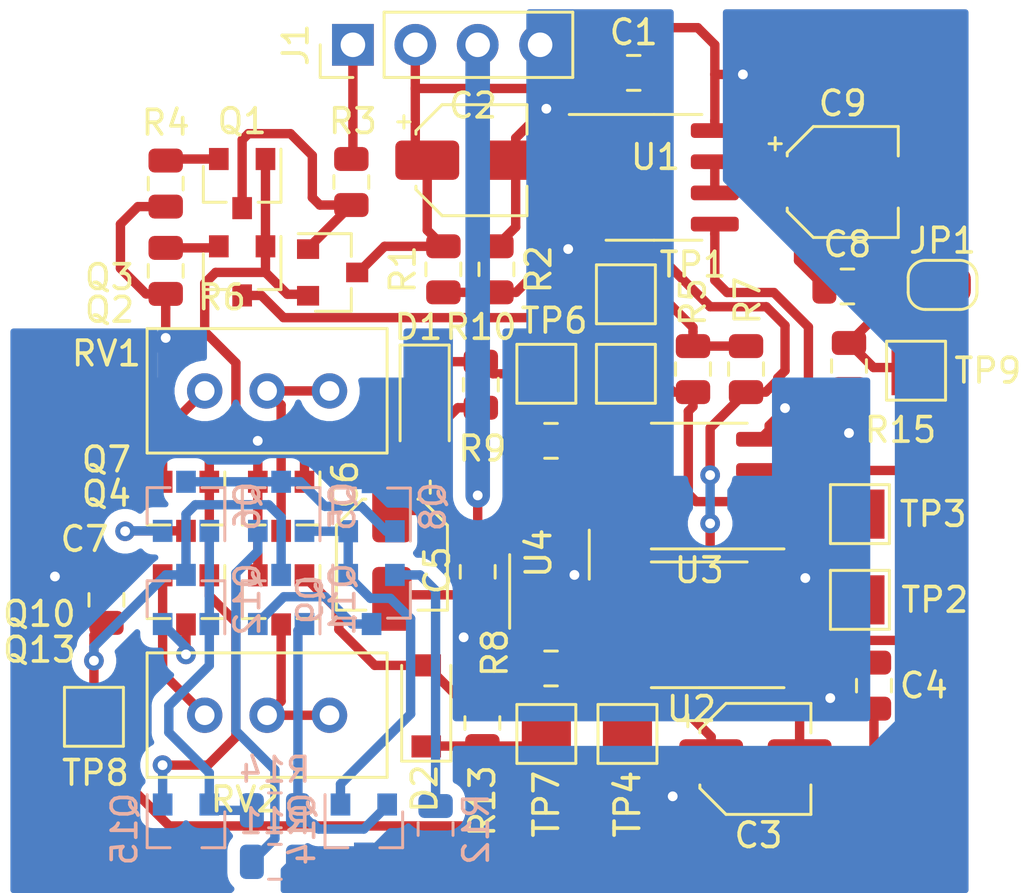
<source format=kicad_pcb>
(kicad_pcb (version 20171130) (host pcbnew "(5.1.2)-2")

  (general
    (thickness 1.6)
    (drawings 0)
    (tracks 414)
    (zones 0)
    (modules 58)
    (nets 40)
  )

  (page A4)
  (layers
    (0 F.Cu signal)
    (31 B.Cu signal)
    (32 B.Adhes user hide)
    (33 F.Adhes user hide)
    (34 B.Paste user hide)
    (35 F.Paste user)
    (36 B.SilkS user hide)
    (37 F.SilkS user)
    (38 B.Mask user hide)
    (39 F.Mask user)
    (40 Dwgs.User user hide)
    (41 Cmts.User user hide)
    (42 Eco1.User user hide)
    (43 Eco2.User user hide)
    (44 Edge.Cuts user)
    (45 Margin user hide)
    (46 B.CrtYd user hide)
    (47 F.CrtYd user)
    (48 B.Fab user hide)
    (49 F.Fab user hide)
  )

  (setup
    (last_trace_width 0.381)
    (user_trace_width 0.381)
    (trace_clearance 0.2)
    (zone_clearance 0.508)
    (zone_45_only no)
    (trace_min 0.2)
    (via_size 0.8)
    (via_drill 0.4)
    (via_min_size 0.4)
    (via_min_drill 0.3)
    (uvia_size 0.3)
    (uvia_drill 0.1)
    (uvias_allowed no)
    (uvia_min_size 0.2)
    (uvia_min_drill 0.1)
    (edge_width 0.05)
    (segment_width 0.2)
    (pcb_text_width 0.3)
    (pcb_text_size 1.5 1.5)
    (mod_edge_width 0.12)
    (mod_text_size 1 1)
    (mod_text_width 0.15)
    (pad_size 1.524 1.524)
    (pad_drill 0.762)
    (pad_to_mask_clearance 0.051)
    (solder_mask_min_width 0.25)
    (aux_axis_origin 0 0)
    (visible_elements FFFFFF7F)
    (pcbplotparams
      (layerselection 0x010fc_ffffffff)
      (usegerberextensions false)
      (usegerberattributes false)
      (usegerberadvancedattributes false)
      (creategerberjobfile false)
      (excludeedgelayer true)
      (linewidth 0.100000)
      (plotframeref false)
      (viasonmask false)
      (mode 1)
      (useauxorigin false)
      (hpglpennumber 1)
      (hpglpenspeed 20)
      (hpglpendiameter 15.000000)
      (psnegative false)
      (psa4output false)
      (plotreference true)
      (plotvalue true)
      (plotinvisibletext false)
      (padsonsilk false)
      (subtractmaskfromsilk false)
      (outputformat 1)
      (mirror false)
      (drillshape 1)
      (scaleselection 1)
      (outputdirectory ""))
  )

  (net 0 "")
  (net 1 GND)
  (net 2 +15V)
  (net 3 +5V)
  (net 4 /Vtriang_off)
  (net 5 "Net-(C8-Pad2)")
  (net 6 "Net-(C8-Pad1)")
  (net 7 "Net-(D1-Pad2)")
  (net 8 /Charge)
  (net 9 "Net-(D2-Pad2)")
  (net 10 /Discharge)
  (net 11 VCC)
  (net 12 Vtriang)
  (net 13 "Net-(Q1-Pad3)")
  (net 14 "Net-(Q1-Pad2)")
  (net 15 "Net-(Q1-Pad1)")
  (net 16 /U-)
  (net 17 "Net-(Q3-Pad2)")
  (net 18 "Net-(Q4-Pad3)")
  (net 19 "Net-(Q5-Pad3)")
  (net 20 "Net-(Q5-Pad2)")
  (net 21 "Net-(Q14-Pad1)")
  (net 22 "Net-(Q6-Pad2)")
  (net 23 "Net-(Q12-Pad1)")
  (net 24 "Net-(Q7-Pad2)")
  (net 25 "Net-(Q11-Pad2)")
  (net 26 "Net-(Q9-Pad2)")
  (net 27 "Net-(Q10-Pad3)")
  (net 28 "Net-(Q10-Pad2)")
  (net 29 "Net-(Q11-Pad1)")
  (net 30 "Net-(Q13-Pad3)")
  (net 31 "Net-(R1-Pad2)")
  (net 32 /U+)
  (net 33 /Set)
  (net 34 /Reset)
  (net 35 "Net-(U2-Pad6)")
  (net 36 "Net-(U2-Pad5)")
  (net 37 "Net-(U3-Pad6)")
  (net 38 "Net-(U3-Pad5)")
  (net 39 /Vref)

  (net_class Default "This is the default net class."
    (clearance 0.2)
    (trace_width 0.25)
    (via_dia 0.8)
    (via_drill 0.4)
    (uvia_dia 0.3)
    (uvia_drill 0.1)
    (add_net +15V)
    (add_net +5V)
    (add_net /Charge)
    (add_net /Discharge)
    (add_net /Reset)
    (add_net /Set)
    (add_net /U+)
    (add_net /U-)
    (add_net /Vref)
    (add_net /Vtriang_off)
    (add_net GND)
    (add_net "Net-(C8-Pad1)")
    (add_net "Net-(C8-Pad2)")
    (add_net "Net-(D1-Pad2)")
    (add_net "Net-(D2-Pad2)")
    (add_net "Net-(Q1-Pad1)")
    (add_net "Net-(Q1-Pad2)")
    (add_net "Net-(Q1-Pad3)")
    (add_net "Net-(Q10-Pad2)")
    (add_net "Net-(Q10-Pad3)")
    (add_net "Net-(Q11-Pad1)")
    (add_net "Net-(Q11-Pad2)")
    (add_net "Net-(Q12-Pad1)")
    (add_net "Net-(Q13-Pad3)")
    (add_net "Net-(Q14-Pad1)")
    (add_net "Net-(Q3-Pad2)")
    (add_net "Net-(Q4-Pad3)")
    (add_net "Net-(Q5-Pad2)")
    (add_net "Net-(Q5-Pad3)")
    (add_net "Net-(Q6-Pad2)")
    (add_net "Net-(Q7-Pad2)")
    (add_net "Net-(Q9-Pad2)")
    (add_net "Net-(R1-Pad2)")
    (add_net "Net-(U2-Pad5)")
    (add_net "Net-(U2-Pad6)")
    (add_net "Net-(U3-Pad5)")
    (add_net "Net-(U3-Pad6)")
    (add_net VCC)
    (add_net Vtriang)
  )

  (module Package_SO:VSSOP-8_3.0x3.0mm_P0.65mm (layer F.Cu) (tedit 5A02F25C) (tstamp 60D509FB)
    (at 43.942 45.212 90)
    (descr "VSSOP-8 3.0 x 3.0, http://www.ti.com/lit/ds/symlink/lm75b.pdf")
    (tags "VSSOP-8 3.0 x 3.0")
    (path /60D55590)
    (attr smd)
    (fp_text reference U4 (at 0.0635 -0.4445 270) (layer F.SilkS)
      (effects (font (size 1 1) (thickness 0.15)))
    )
    (fp_text value SN74LVC2G02DCUR (at 0.02 2.73 90) (layer F.Fab)
      (effects (font (size 1 1) (thickness 0.15)))
    )
    (fp_text user %R (at 0 0 90) (layer F.Fab)
      (effects (font (size 0.5 0.5) (thickness 0.1)))
    )
    (fp_line (start 1.5 -1.5) (end 1.5 1.5) (layer F.Fab) (width 0.1))
    (fp_line (start 1.5 1.5) (end -1.5 1.5) (layer F.Fab) (width 0.1))
    (fp_line (start -1.5 1.5) (end -1.5 -0.5) (layer F.Fab) (width 0.1))
    (fp_line (start -0.5 -1.5) (end 1.5 -1.5) (layer F.Fab) (width 0.1))
    (fp_line (start -0.5 -1.5) (end -1.5 -0.5) (layer F.Fab) (width 0.1))
    (fp_line (start 0 -1.62) (end -3 -1.62) (layer F.SilkS) (width 0.12))
    (fp_line (start 1 1.62) (end -1 1.62) (layer F.SilkS) (width 0.12))
    (fp_line (start 3.48 -1.75) (end 3.48 1.75) (layer F.CrtYd) (width 0.05))
    (fp_line (start 3.48 1.75) (end -3.48 1.75) (layer F.CrtYd) (width 0.05))
    (fp_line (start -3.48 1.75) (end -3.48 -1.75) (layer F.CrtYd) (width 0.05))
    (fp_line (start -3.48 -1.75) (end 3.48 -1.75) (layer F.CrtYd) (width 0.05))
    (pad 8 smd rect (at 2.2 -0.975) (size 0.45 1.45) (layers F.Cu F.Paste F.Mask)
      (net 3 +5V))
    (pad 7 smd rect (at 2.2 -0.325) (size 0.45 1.45) (layers F.Cu F.Paste F.Mask)
      (net 8 /Charge))
    (pad 6 smd rect (at 2.2 0.325) (size 0.45 1.45) (layers F.Cu F.Paste F.Mask)
      (net 8 /Charge))
    (pad 5 smd rect (at 2.2 0.975) (size 0.45 1.45) (layers F.Cu F.Paste F.Mask)
      (net 34 /Reset))
    (pad 4 smd rect (at -2.2 0.975) (size 0.45 1.45) (layers F.Cu F.Paste F.Mask)
      (net 1 GND))
    (pad 3 smd rect (at -2.2 0.325) (size 0.45 1.45) (layers F.Cu F.Paste F.Mask)
      (net 10 /Discharge))
    (pad 2 smd rect (at -2.2 -0.325) (size 0.45 1.45) (layers F.Cu F.Paste F.Mask)
      (net 10 /Discharge))
    (pad 1 smd rect (at -2.2 -0.975) (size 0.45 1.45) (layers F.Cu F.Paste F.Mask)
      (net 33 /Set))
    (model ${KISYS3DMOD}/Package_SO.3dshapes/VSSOP-8_3.0x3.0mm_P0.65mm.wrl
      (at (xyz 0 0 0))
      (scale (xyz 1 1 1))
      (rotate (xyz 0 0 0))
    )
  )

  (module Package_SO:SOIC-8_3.9x4.9mm_P1.27mm (layer F.Cu) (tedit 5C97300E) (tstamp 60D509E3)
    (at 50.038 42.418 180)
    (descr "SOIC, 8 Pin (JEDEC MS-012AA, https://www.analog.com/media/en/package-pcb-resources/package/pkg_pdf/soic_narrow-r/r_8.pdf), generated with kicad-footprint-generator ipc_gullwing_generator.py")
    (tags "SOIC SO")
    (path /60D84D2E)
    (attr smd)
    (fp_text reference U3 (at 0 -3.429) (layer F.SilkS)
      (effects (font (size 1 1) (thickness 0.15)))
    )
    (fp_text value LM311 (at 0 3.4) (layer F.Fab)
      (effects (font (size 1 1) (thickness 0.15)))
    )
    (fp_text user %R (at 0 0) (layer F.Fab)
      (effects (font (size 0.98 0.98) (thickness 0.15)))
    )
    (fp_line (start 3.7 -2.7) (end -3.7 -2.7) (layer F.CrtYd) (width 0.05))
    (fp_line (start 3.7 2.7) (end 3.7 -2.7) (layer F.CrtYd) (width 0.05))
    (fp_line (start -3.7 2.7) (end 3.7 2.7) (layer F.CrtYd) (width 0.05))
    (fp_line (start -3.7 -2.7) (end -3.7 2.7) (layer F.CrtYd) (width 0.05))
    (fp_line (start -1.95 -1.475) (end -0.975 -2.45) (layer F.Fab) (width 0.1))
    (fp_line (start -1.95 2.45) (end -1.95 -1.475) (layer F.Fab) (width 0.1))
    (fp_line (start 1.95 2.45) (end -1.95 2.45) (layer F.Fab) (width 0.1))
    (fp_line (start 1.95 -2.45) (end 1.95 2.45) (layer F.Fab) (width 0.1))
    (fp_line (start -0.975 -2.45) (end 1.95 -2.45) (layer F.Fab) (width 0.1))
    (fp_line (start 0 -2.56) (end -3.45 -2.56) (layer F.SilkS) (width 0.12))
    (fp_line (start 0 -2.56) (end 1.95 -2.56) (layer F.SilkS) (width 0.12))
    (fp_line (start 0 2.56) (end -1.95 2.56) (layer F.SilkS) (width 0.12))
    (fp_line (start 0 2.56) (end 1.95 2.56) (layer F.SilkS) (width 0.12))
    (pad 8 smd roundrect (at 2.475 -1.905 180) (size 1.95 0.6) (layers F.Cu F.Paste F.Mask) (roundrect_rratio 0.25)
      (net 2 +15V))
    (pad 7 smd roundrect (at 2.475 -0.635 180) (size 1.95 0.6) (layers F.Cu F.Paste F.Mask) (roundrect_rratio 0.25)
      (net 34 /Reset))
    (pad 6 smd roundrect (at 2.475 0.635 180) (size 1.95 0.6) (layers F.Cu F.Paste F.Mask) (roundrect_rratio 0.25)
      (net 37 "Net-(U3-Pad6)"))
    (pad 5 smd roundrect (at 2.475 1.905 180) (size 1.95 0.6) (layers F.Cu F.Paste F.Mask) (roundrect_rratio 0.25)
      (net 38 "Net-(U3-Pad5)"))
    (pad 4 smd roundrect (at -2.475 1.905 180) (size 1.95 0.6) (layers F.Cu F.Paste F.Mask) (roundrect_rratio 0.25)
      (net 1 GND))
    (pad 3 smd roundrect (at -2.475 0.635 180) (size 1.95 0.6) (layers F.Cu F.Paste F.Mask) (roundrect_rratio 0.25)
      (net 4 /Vtriang_off))
    (pad 2 smd roundrect (at -2.475 -0.635 180) (size 1.95 0.6) (layers F.Cu F.Paste F.Mask) (roundrect_rratio 0.25)
      (net 16 /U-))
    (pad 1 smd roundrect (at -2.475 -1.905 180) (size 1.95 0.6) (layers F.Cu F.Paste F.Mask) (roundrect_rratio 0.25)
      (net 1 GND))
    (model ${KISYS3DMOD}/Package_SO.3dshapes/SOIC-8_3.9x4.9mm_P1.27mm.wrl
      (at (xyz 0 0 0))
      (scale (xyz 1 1 1))
      (rotate (xyz 0 0 0))
    )
  )

  (module Package_SO:SOIC-8_3.9x4.9mm_P1.27mm (layer F.Cu) (tedit 5C97300E) (tstamp 60D509C9)
    (at 50.038 48.0695 180)
    (descr "SOIC, 8 Pin (JEDEC MS-012AA, https://www.analog.com/media/en/package-pcb-resources/package/pkg_pdf/soic_narrow-r/r_8.pdf), generated with kicad-footprint-generator ipc_gullwing_generator.py")
    (tags "SOIC SO")
    (path /60D8364D)
    (attr smd)
    (fp_text reference U2 (at 0.3175 -3.429) (layer F.SilkS)
      (effects (font (size 1 1) (thickness 0.15)))
    )
    (fp_text value LM311 (at 0 3.4) (layer F.Fab)
      (effects (font (size 1 1) (thickness 0.15)))
    )
    (fp_text user %R (at 0 0) (layer F.Fab)
      (effects (font (size 0.98 0.98) (thickness 0.15)))
    )
    (fp_line (start 3.7 -2.7) (end -3.7 -2.7) (layer F.CrtYd) (width 0.05))
    (fp_line (start 3.7 2.7) (end 3.7 -2.7) (layer F.CrtYd) (width 0.05))
    (fp_line (start -3.7 2.7) (end 3.7 2.7) (layer F.CrtYd) (width 0.05))
    (fp_line (start -3.7 -2.7) (end -3.7 2.7) (layer F.CrtYd) (width 0.05))
    (fp_line (start -1.95 -1.475) (end -0.975 -2.45) (layer F.Fab) (width 0.1))
    (fp_line (start -1.95 2.45) (end -1.95 -1.475) (layer F.Fab) (width 0.1))
    (fp_line (start 1.95 2.45) (end -1.95 2.45) (layer F.Fab) (width 0.1))
    (fp_line (start 1.95 -2.45) (end 1.95 2.45) (layer F.Fab) (width 0.1))
    (fp_line (start -0.975 -2.45) (end 1.95 -2.45) (layer F.Fab) (width 0.1))
    (fp_line (start 0 -2.56) (end -3.45 -2.56) (layer F.SilkS) (width 0.12))
    (fp_line (start 0 -2.56) (end 1.95 -2.56) (layer F.SilkS) (width 0.12))
    (fp_line (start 0 2.56) (end -1.95 2.56) (layer F.SilkS) (width 0.12))
    (fp_line (start 0 2.56) (end 1.95 2.56) (layer F.SilkS) (width 0.12))
    (pad 8 smd roundrect (at 2.475 -1.905 180) (size 1.95 0.6) (layers F.Cu F.Paste F.Mask) (roundrect_rratio 0.25)
      (net 2 +15V))
    (pad 7 smd roundrect (at 2.475 -0.635 180) (size 1.95 0.6) (layers F.Cu F.Paste F.Mask) (roundrect_rratio 0.25)
      (net 33 /Set))
    (pad 6 smd roundrect (at 2.475 0.635 180) (size 1.95 0.6) (layers F.Cu F.Paste F.Mask) (roundrect_rratio 0.25)
      (net 35 "Net-(U2-Pad6)"))
    (pad 5 smd roundrect (at 2.475 1.905 180) (size 1.95 0.6) (layers F.Cu F.Paste F.Mask) (roundrect_rratio 0.25)
      (net 36 "Net-(U2-Pad5)"))
    (pad 4 smd roundrect (at -2.475 1.905 180) (size 1.95 0.6) (layers F.Cu F.Paste F.Mask) (roundrect_rratio 0.25)
      (net 1 GND))
    (pad 3 smd roundrect (at -2.475 0.635 180) (size 1.95 0.6) (layers F.Cu F.Paste F.Mask) (roundrect_rratio 0.25)
      (net 32 /U+))
    (pad 2 smd roundrect (at -2.475 -0.635 180) (size 1.95 0.6) (layers F.Cu F.Paste F.Mask) (roundrect_rratio 0.25)
      (net 4 /Vtriang_off))
    (pad 1 smd roundrect (at -2.475 -1.905 180) (size 1.95 0.6) (layers F.Cu F.Paste F.Mask) (roundrect_rratio 0.25)
      (net 1 GND))
    (model ${KISYS3DMOD}/Package_SO.3dshapes/SOIC-8_3.9x4.9mm_P1.27mm.wrl
      (at (xyz 0 0 0))
      (scale (xyz 1 1 1))
      (rotate (xyz 0 0 0))
    )
  )

  (module Package_SO:SOIC-8_3.9x4.9mm_P1.27mm (layer F.Cu) (tedit 5C97300E) (tstamp 60D509AF)
    (at 48.1965 29.845)
    (descr "SOIC, 8 Pin (JEDEC MS-012AA, https://www.analog.com/media/en/package-pcb-resources/package/pkg_pdf/soic_narrow-r/r_8.pdf), generated with kicad-footprint-generator ipc_gullwing_generator.py")
    (tags "SOIC SO")
    (path /60D51138)
    (attr smd)
    (fp_text reference U1 (at 0.0635 -0.8255) (layer F.SilkS)
      (effects (font (size 1 1) (thickness 0.15)))
    )
    (fp_text value TL082 (at 0 3.4) (layer F.Fab)
      (effects (font (size 1 1) (thickness 0.15)))
    )
    (fp_text user %R (at 0 0) (layer F.Fab)
      (effects (font (size 0.98 0.98) (thickness 0.15)))
    )
    (fp_line (start 3.7 -2.7) (end -3.7 -2.7) (layer F.CrtYd) (width 0.05))
    (fp_line (start 3.7 2.7) (end 3.7 -2.7) (layer F.CrtYd) (width 0.05))
    (fp_line (start -3.7 2.7) (end 3.7 2.7) (layer F.CrtYd) (width 0.05))
    (fp_line (start -3.7 -2.7) (end -3.7 2.7) (layer F.CrtYd) (width 0.05))
    (fp_line (start -1.95 -1.475) (end -0.975 -2.45) (layer F.Fab) (width 0.1))
    (fp_line (start -1.95 2.45) (end -1.95 -1.475) (layer F.Fab) (width 0.1))
    (fp_line (start 1.95 2.45) (end -1.95 2.45) (layer F.Fab) (width 0.1))
    (fp_line (start 1.95 -2.45) (end 1.95 2.45) (layer F.Fab) (width 0.1))
    (fp_line (start -0.975 -2.45) (end 1.95 -2.45) (layer F.Fab) (width 0.1))
    (fp_line (start 0 -2.56) (end -3.45 -2.56) (layer F.SilkS) (width 0.12))
    (fp_line (start 0 -2.56) (end 1.95 -2.56) (layer F.SilkS) (width 0.12))
    (fp_line (start 0 2.56) (end -1.95 2.56) (layer F.SilkS) (width 0.12))
    (fp_line (start 0 2.56) (end 1.95 2.56) (layer F.SilkS) (width 0.12))
    (pad 8 smd roundrect (at 2.475 -1.905) (size 1.95 0.6) (layers F.Cu F.Paste F.Mask) (roundrect_rratio 0.25)
      (net 2 +15V))
    (pad 7 smd roundrect (at 2.475 -0.635) (size 1.95 0.6) (layers F.Cu F.Paste F.Mask) (roundrect_rratio 0.25)
      (net 6 "Net-(C8-Pad1)"))
    (pad 6 smd roundrect (at 2.475 0.635) (size 1.95 0.6) (layers F.Cu F.Paste F.Mask) (roundrect_rratio 0.25)
      (net 6 "Net-(C8-Pad1)"))
    (pad 5 smd roundrect (at 2.475 1.905) (size 1.95 0.6) (layers F.Cu F.Paste F.Mask) (roundrect_rratio 0.25)
      (net 4 /Vtriang_off))
    (pad 4 smd roundrect (at -2.475 1.905) (size 1.95 0.6) (layers F.Cu F.Paste F.Mask) (roundrect_rratio 0.25)
      (net 1 GND))
    (pad 3 smd roundrect (at -2.475 0.635) (size 1.95 0.6) (layers F.Cu F.Paste F.Mask) (roundrect_rratio 0.25)
      (net 31 "Net-(R1-Pad2)"))
    (pad 2 smd roundrect (at -2.475 -0.635) (size 1.95 0.6) (layers F.Cu F.Paste F.Mask) (roundrect_rratio 0.25)
      (net 39 /Vref))
    (pad 1 smd roundrect (at -2.475 -1.905) (size 1.95 0.6) (layers F.Cu F.Paste F.Mask) (roundrect_rratio 0.25)
      (net 32 /U+))
    (model ${KISYS3DMOD}/Package_SO.3dshapes/SOIC-8_3.9x4.9mm_P1.27mm.wrl
      (at (xyz 0 0 0))
      (scale (xyz 1 1 1))
      (rotate (xyz 0 0 0))
    )
  )

  (module TestPoint:TestPoint_Pad_2.0x2.0mm (layer F.Cu) (tedit 5A0F774F) (tstamp 60D50995)
    (at 58.8645 37.719)
    (descr "SMD rectangular pad as test Point, square 2.0mm side length")
    (tags "test point SMD pad rectangle square")
    (path /611CDCBC)
    (attr virtual)
    (fp_text reference TP9 (at 2.921 0) (layer F.SilkS)
      (effects (font (size 1 1) (thickness 0.15)))
    )
    (fp_text value TestPoint (at 0 2.05) (layer F.Fab)
      (effects (font (size 1 1) (thickness 0.15)))
    )
    (fp_line (start 1.5 1.5) (end -1.5 1.5) (layer F.CrtYd) (width 0.05))
    (fp_line (start 1.5 1.5) (end 1.5 -1.5) (layer F.CrtYd) (width 0.05))
    (fp_line (start -1.5 -1.5) (end -1.5 1.5) (layer F.CrtYd) (width 0.05))
    (fp_line (start -1.5 -1.5) (end 1.5 -1.5) (layer F.CrtYd) (width 0.05))
    (fp_line (start -1.2 1.2) (end -1.2 -1.2) (layer F.SilkS) (width 0.12))
    (fp_line (start 1.2 1.2) (end -1.2 1.2) (layer F.SilkS) (width 0.12))
    (fp_line (start 1.2 -1.2) (end 1.2 1.2) (layer F.SilkS) (width 0.12))
    (fp_line (start -1.2 -1.2) (end 1.2 -1.2) (layer F.SilkS) (width 0.12))
    (fp_text user %R (at 0 -2) (layer F.Fab)
      (effects (font (size 1 1) (thickness 0.15)))
    )
    (pad 1 smd rect (at 0 0) (size 2 2) (layers F.Cu F.Mask)
      (net 5 "Net-(C8-Pad2)"))
  )

  (module TestPoint:TestPoint_Pad_2.0x2.0mm (layer F.Cu) (tedit 5A0F774F) (tstamp 60D50987)
    (at 25.4 51.816)
    (descr "SMD rectangular pad as test Point, square 2.0mm side length")
    (tags "test point SMD pad rectangle square")
    (path /611D90D3)
    (attr virtual)
    (fp_text reference TP8 (at 0.0635 2.286) (layer F.SilkS)
      (effects (font (size 1 1) (thickness 0.15)))
    )
    (fp_text value TestPoint (at 0 2.05) (layer F.Fab)
      (effects (font (size 1 1) (thickness 0.15)))
    )
    (fp_line (start 1.5 1.5) (end -1.5 1.5) (layer F.CrtYd) (width 0.05))
    (fp_line (start 1.5 1.5) (end 1.5 -1.5) (layer F.CrtYd) (width 0.05))
    (fp_line (start -1.5 -1.5) (end -1.5 1.5) (layer F.CrtYd) (width 0.05))
    (fp_line (start -1.5 -1.5) (end 1.5 -1.5) (layer F.CrtYd) (width 0.05))
    (fp_line (start -1.2 1.2) (end -1.2 -1.2) (layer F.SilkS) (width 0.12))
    (fp_line (start 1.2 1.2) (end -1.2 1.2) (layer F.SilkS) (width 0.12))
    (fp_line (start 1.2 -1.2) (end 1.2 1.2) (layer F.SilkS) (width 0.12))
    (fp_line (start -1.2 -1.2) (end 1.2 -1.2) (layer F.SilkS) (width 0.12))
    (fp_text user %R (at 0 -2) (layer F.Fab)
      (effects (font (size 1 1) (thickness 0.15)))
    )
    (pad 1 smd rect (at 0 0) (size 2 2) (layers F.Cu F.Mask)
      (net 4 /Vtriang_off))
  )

  (module TestPoint:TestPoint_Pad_2.0x2.0mm (layer F.Cu) (tedit 5A0F774F) (tstamp 60D50979)
    (at 43.815 52.5145)
    (descr "SMD rectangular pad as test Point, square 2.0mm side length")
    (tags "test point SMD pad rectangle square")
    (path /611FAE4D)
    (attr virtual)
    (fp_text reference TP7 (at 0 2.8575 90) (layer F.SilkS)
      (effects (font (size 1 1) (thickness 0.15)))
    )
    (fp_text value TestPoint (at 0 2.05) (layer F.Fab)
      (effects (font (size 1 1) (thickness 0.15)))
    )
    (fp_line (start 1.5 1.5) (end -1.5 1.5) (layer F.CrtYd) (width 0.05))
    (fp_line (start 1.5 1.5) (end 1.5 -1.5) (layer F.CrtYd) (width 0.05))
    (fp_line (start -1.5 -1.5) (end -1.5 1.5) (layer F.CrtYd) (width 0.05))
    (fp_line (start -1.5 -1.5) (end 1.5 -1.5) (layer F.CrtYd) (width 0.05))
    (fp_line (start -1.2 1.2) (end -1.2 -1.2) (layer F.SilkS) (width 0.12))
    (fp_line (start 1.2 1.2) (end -1.2 1.2) (layer F.SilkS) (width 0.12))
    (fp_line (start 1.2 -1.2) (end 1.2 1.2) (layer F.SilkS) (width 0.12))
    (fp_line (start -1.2 -1.2) (end 1.2 -1.2) (layer F.SilkS) (width 0.12))
    (fp_text user %R (at 0 -2) (layer F.Fab)
      (effects (font (size 1 1) (thickness 0.15)))
    )
    (pad 1 smd rect (at 0 0) (size 2 2) (layers F.Cu F.Mask)
      (net 10 /Discharge))
  )

  (module TestPoint:TestPoint_Pad_2.0x2.0mm (layer F.Cu) (tedit 5A0F774F) (tstamp 60D5096B)
    (at 43.815 37.846)
    (descr "SMD rectangular pad as test Point, square 2.0mm side length")
    (tags "test point SMD pad rectangle square")
    (path /611E9C99)
    (attr virtual)
    (fp_text reference TP6 (at 0.3175 -2.159) (layer F.SilkS)
      (effects (font (size 1 1) (thickness 0.15)))
    )
    (fp_text value TestPoint (at 0 2.05) (layer F.Fab)
      (effects (font (size 1 1) (thickness 0.15)))
    )
    (fp_line (start 1.5 1.5) (end -1.5 1.5) (layer F.CrtYd) (width 0.05))
    (fp_line (start 1.5 1.5) (end 1.5 -1.5) (layer F.CrtYd) (width 0.05))
    (fp_line (start -1.5 -1.5) (end -1.5 1.5) (layer F.CrtYd) (width 0.05))
    (fp_line (start -1.5 -1.5) (end 1.5 -1.5) (layer F.CrtYd) (width 0.05))
    (fp_line (start -1.2 1.2) (end -1.2 -1.2) (layer F.SilkS) (width 0.12))
    (fp_line (start 1.2 1.2) (end -1.2 1.2) (layer F.SilkS) (width 0.12))
    (fp_line (start 1.2 -1.2) (end 1.2 1.2) (layer F.SilkS) (width 0.12))
    (fp_line (start -1.2 -1.2) (end 1.2 -1.2) (layer F.SilkS) (width 0.12))
    (fp_text user %R (at 0 -2) (layer F.Fab)
      (effects (font (size 1 1) (thickness 0.15)))
    )
    (pad 1 smd rect (at 0 0) (size 2 2) (layers F.Cu F.Mask)
      (net 8 /Charge))
  )

  (module TestPoint:TestPoint_Pad_2.0x2.0mm (layer F.Cu) (tedit 5A0F774F) (tstamp 60D5095D)
    (at 47.0535 37.846)
    (descr "SMD rectangular pad as test Point, square 2.0mm side length")
    (tags "test point SMD pad rectangle square")
    (path /612B8A5A)
    (attr virtual)
    (fp_text reference TP5 (at 0.127 1.8415) (layer F.SilkS) hide
      (effects (font (size 1 1) (thickness 0.15)))
    )
    (fp_text value TestPoint (at 0 2.05) (layer F.Fab)
      (effects (font (size 1 1) (thickness 0.15)))
    )
    (fp_line (start 1.5 1.5) (end -1.5 1.5) (layer F.CrtYd) (width 0.05))
    (fp_line (start 1.5 1.5) (end 1.5 -1.5) (layer F.CrtYd) (width 0.05))
    (fp_line (start -1.5 -1.5) (end -1.5 1.5) (layer F.CrtYd) (width 0.05))
    (fp_line (start -1.5 -1.5) (end 1.5 -1.5) (layer F.CrtYd) (width 0.05))
    (fp_line (start -1.2 1.2) (end -1.2 -1.2) (layer F.SilkS) (width 0.12))
    (fp_line (start 1.2 1.2) (end -1.2 1.2) (layer F.SilkS) (width 0.12))
    (fp_line (start 1.2 -1.2) (end 1.2 1.2) (layer F.SilkS) (width 0.12))
    (fp_line (start -1.2 -1.2) (end 1.2 -1.2) (layer F.SilkS) (width 0.12))
    (fp_text user %R (at 0 -2) (layer F.Fab)
      (effects (font (size 1 1) (thickness 0.15)))
    )
    (pad 1 smd rect (at 0 0) (size 2 2) (layers F.Cu F.Mask)
      (net 34 /Reset))
  )

  (module TestPoint:TestPoint_Pad_2.0x2.0mm (layer F.Cu) (tedit 5A0F774F) (tstamp 60D5094F)
    (at 47.117 52.5145)
    (descr "SMD rectangular pad as test Point, square 2.0mm side length")
    (tags "test point SMD pad rectangle square")
    (path /612A51C0)
    (attr virtual)
    (fp_text reference TP4 (at 0 2.8575 90) (layer F.SilkS)
      (effects (font (size 1 1) (thickness 0.15)))
    )
    (fp_text value TestPoint (at 0 2.05) (layer F.Fab)
      (effects (font (size 1 1) (thickness 0.15)))
    )
    (fp_line (start 1.5 1.5) (end -1.5 1.5) (layer F.CrtYd) (width 0.05))
    (fp_line (start 1.5 1.5) (end 1.5 -1.5) (layer F.CrtYd) (width 0.05))
    (fp_line (start -1.5 -1.5) (end -1.5 1.5) (layer F.CrtYd) (width 0.05))
    (fp_line (start -1.5 -1.5) (end 1.5 -1.5) (layer F.CrtYd) (width 0.05))
    (fp_line (start -1.2 1.2) (end -1.2 -1.2) (layer F.SilkS) (width 0.12))
    (fp_line (start 1.2 1.2) (end -1.2 1.2) (layer F.SilkS) (width 0.12))
    (fp_line (start 1.2 -1.2) (end 1.2 1.2) (layer F.SilkS) (width 0.12))
    (fp_line (start -1.2 -1.2) (end 1.2 -1.2) (layer F.SilkS) (width 0.12))
    (fp_text user %R (at 0 -2) (layer F.Fab)
      (effects (font (size 1 1) (thickness 0.15)))
    )
    (pad 1 smd rect (at 0 0) (size 2 2) (layers F.Cu F.Mask)
      (net 33 /Set))
  )

  (module TestPoint:TestPoint_Pad_2.0x2.0mm (layer F.Cu) (tedit 5A0F774F) (tstamp 60D50941)
    (at 56.5785 43.561)
    (descr "SMD rectangular pad as test Point, square 2.0mm side length")
    (tags "test point SMD pad rectangle square")
    (path /61242AB2)
    (attr virtual)
    (fp_text reference TP3 (at 2.9845 0) (layer F.SilkS)
      (effects (font (size 1 1) (thickness 0.15)))
    )
    (fp_text value TestPoint (at 0 2.05) (layer F.Fab)
      (effects (font (size 1 1) (thickness 0.15)))
    )
    (fp_line (start 1.5 1.5) (end -1.5 1.5) (layer F.CrtYd) (width 0.05))
    (fp_line (start 1.5 1.5) (end 1.5 -1.5) (layer F.CrtYd) (width 0.05))
    (fp_line (start -1.5 -1.5) (end -1.5 1.5) (layer F.CrtYd) (width 0.05))
    (fp_line (start -1.5 -1.5) (end 1.5 -1.5) (layer F.CrtYd) (width 0.05))
    (fp_line (start -1.2 1.2) (end -1.2 -1.2) (layer F.SilkS) (width 0.12))
    (fp_line (start 1.2 1.2) (end -1.2 1.2) (layer F.SilkS) (width 0.12))
    (fp_line (start 1.2 -1.2) (end 1.2 1.2) (layer F.SilkS) (width 0.12))
    (fp_line (start -1.2 -1.2) (end 1.2 -1.2) (layer F.SilkS) (width 0.12))
    (fp_text user %R (at 0 -2) (layer F.Fab)
      (effects (font (size 1 1) (thickness 0.15)))
    )
    (pad 1 smd rect (at 0 0) (size 2 2) (layers F.Cu F.Mask)
      (net 16 /U-))
  )

  (module TestPoint:TestPoint_Pad_2.0x2.0mm (layer F.Cu) (tedit 5A0F774F) (tstamp 60D50933)
    (at 56.5785 47.0535)
    (descr "SMD rectangular pad as test Point, square 2.0mm side length")
    (tags "test point SMD pad rectangle square")
    (path /61230E39)
    (attr virtual)
    (fp_text reference TP2 (at 3.048 0) (layer F.SilkS)
      (effects (font (size 1 1) (thickness 0.15)))
    )
    (fp_text value TestPoint (at 0 2.05) (layer F.Fab)
      (effects (font (size 1 1) (thickness 0.15)))
    )
    (fp_line (start 1.5 1.5) (end -1.5 1.5) (layer F.CrtYd) (width 0.05))
    (fp_line (start 1.5 1.5) (end 1.5 -1.5) (layer F.CrtYd) (width 0.05))
    (fp_line (start -1.5 -1.5) (end -1.5 1.5) (layer F.CrtYd) (width 0.05))
    (fp_line (start -1.5 -1.5) (end 1.5 -1.5) (layer F.CrtYd) (width 0.05))
    (fp_line (start -1.2 1.2) (end -1.2 -1.2) (layer F.SilkS) (width 0.12))
    (fp_line (start 1.2 1.2) (end -1.2 1.2) (layer F.SilkS) (width 0.12))
    (fp_line (start 1.2 -1.2) (end 1.2 1.2) (layer F.SilkS) (width 0.12))
    (fp_line (start -1.2 -1.2) (end 1.2 -1.2) (layer F.SilkS) (width 0.12))
    (fp_text user %R (at 0 -2) (layer F.Fab)
      (effects (font (size 1 1) (thickness 0.15)))
    )
    (pad 1 smd rect (at 0 0) (size 2 2) (layers F.Cu F.Mask)
      (net 32 /U+))
  )

  (module TestPoint:TestPoint_Pad_2.0x2.0mm (layer F.Cu) (tedit 5A0F774F) (tstamp 60D50925)
    (at 47.0535 34.6075)
    (descr "SMD rectangular pad as test Point, square 2.0mm side length")
    (tags "test point SMD pad rectangle square")
    (path /612552C0)
    (attr virtual)
    (fp_text reference TP1 (at 2.7305 -1.2065) (layer F.SilkS)
      (effects (font (size 1 1) (thickness 0.15)))
    )
    (fp_text value TestPoint (at 0 2.05) (layer F.Fab)
      (effects (font (size 1 1) (thickness 0.15)))
    )
    (fp_line (start 1.5 1.5) (end -1.5 1.5) (layer F.CrtYd) (width 0.05))
    (fp_line (start 1.5 1.5) (end 1.5 -1.5) (layer F.CrtYd) (width 0.05))
    (fp_line (start -1.5 -1.5) (end -1.5 1.5) (layer F.CrtYd) (width 0.05))
    (fp_line (start -1.5 -1.5) (end 1.5 -1.5) (layer F.CrtYd) (width 0.05))
    (fp_line (start -1.2 1.2) (end -1.2 -1.2) (layer F.SilkS) (width 0.12))
    (fp_line (start 1.2 1.2) (end -1.2 1.2) (layer F.SilkS) (width 0.12))
    (fp_line (start 1.2 -1.2) (end 1.2 1.2) (layer F.SilkS) (width 0.12))
    (fp_line (start -1.2 -1.2) (end 1.2 -1.2) (layer F.SilkS) (width 0.12))
    (fp_text user %R (at 0 -2) (layer F.Fab)
      (effects (font (size 1 1) (thickness 0.15)))
    )
    (pad 1 smd rect (at 0 0) (size 2 2) (layers F.Cu F.Mask)
      (net 39 /Vref))
  )

  (module Potentiometer_THT:Potentiometer_Bourns_3296W_Vertical (layer F.Cu) (tedit 5A3D4994) (tstamp 60D50917)
    (at 29.9085 51.7525 180)
    (descr "Potentiometer, vertical, Bourns 3296W, https://www.bourns.com/pdfs/3296.pdf")
    (tags "Potentiometer vertical Bourns 3296W")
    (path /60DB1436)
    (fp_text reference RV2 (at -1.651 -3.429) (layer F.SilkS)
      (effects (font (size 1 1) (thickness 0.15)))
    )
    (fp_text value 200 (at -2.54 3.67) (layer F.Fab)
      (effects (font (size 1 1) (thickness 0.15)))
    )
    (fp_text user %R (at -3.175 0.005) (layer F.Fab)
      (effects (font (size 1 1) (thickness 0.15)))
    )
    (fp_line (start 2.5 -2.7) (end -7.6 -2.7) (layer F.CrtYd) (width 0.05))
    (fp_line (start 2.5 2.7) (end 2.5 -2.7) (layer F.CrtYd) (width 0.05))
    (fp_line (start -7.6 2.7) (end 2.5 2.7) (layer F.CrtYd) (width 0.05))
    (fp_line (start -7.6 -2.7) (end -7.6 2.7) (layer F.CrtYd) (width 0.05))
    (fp_line (start 2.345 -2.53) (end 2.345 2.54) (layer F.SilkS) (width 0.12))
    (fp_line (start -7.425 -2.53) (end -7.425 2.54) (layer F.SilkS) (width 0.12))
    (fp_line (start -7.425 2.54) (end 2.345 2.54) (layer F.SilkS) (width 0.12))
    (fp_line (start -7.425 -2.53) (end 2.345 -2.53) (layer F.SilkS) (width 0.12))
    (fp_line (start 0.955 2.235) (end 0.956 0.066) (layer F.Fab) (width 0.1))
    (fp_line (start 0.955 2.235) (end 0.956 0.066) (layer F.Fab) (width 0.1))
    (fp_line (start 2.225 -2.41) (end -7.305 -2.41) (layer F.Fab) (width 0.1))
    (fp_line (start 2.225 2.42) (end 2.225 -2.41) (layer F.Fab) (width 0.1))
    (fp_line (start -7.305 2.42) (end 2.225 2.42) (layer F.Fab) (width 0.1))
    (fp_line (start -7.305 -2.41) (end -7.305 2.42) (layer F.Fab) (width 0.1))
    (fp_circle (center 0.955 1.15) (end 2.05 1.15) (layer F.Fab) (width 0.1))
    (pad 3 thru_hole circle (at -5.08 0 180) (size 1.44 1.44) (drill 0.8) (layers *.Cu *.Mask)
      (net 30 "Net-(Q13-Pad3)"))
    (pad 2 thru_hole circle (at -2.54 0 180) (size 1.44 1.44) (drill 0.8) (layers *.Cu *.Mask)
      (net 30 "Net-(Q13-Pad3)"))
    (pad 1 thru_hole circle (at 0 0 180) (size 1.44 1.44) (drill 0.8) (layers *.Cu *.Mask)
      (net 28 "Net-(Q10-Pad2)"))
    (model ${KISYS3DMOD}/Potentiometer_THT.3dshapes/Potentiometer_Bourns_3296W_Vertical.wrl
      (at (xyz 0 0 0))
      (scale (xyz 1 1 1))
      (rotate (xyz 0 0 0))
    )
  )

  (module Potentiometer_THT:Potentiometer_Bourns_3296W_Vertical (layer F.Cu) (tedit 5A3D4994) (tstamp 60D50900)
    (at 29.9085 38.5445 180)
    (descr "Potentiometer, vertical, Bourns 3296W, https://www.bourns.com/pdfs/3296.pdf")
    (tags "Potentiometer vertical Bourns 3296W")
    (path /60D52716)
    (fp_text reference RV1 (at 4.0005 1.524) (layer F.SilkS)
      (effects (font (size 1 1) (thickness 0.15)))
    )
    (fp_text value 200 (at -2.54 3.67) (layer F.Fab)
      (effects (font (size 1 1) (thickness 0.15)))
    )
    (fp_text user %R (at -3.175 0.005) (layer F.Fab)
      (effects (font (size 1 1) (thickness 0.15)))
    )
    (fp_line (start 2.5 -2.7) (end -7.6 -2.7) (layer F.CrtYd) (width 0.05))
    (fp_line (start 2.5 2.7) (end 2.5 -2.7) (layer F.CrtYd) (width 0.05))
    (fp_line (start -7.6 2.7) (end 2.5 2.7) (layer F.CrtYd) (width 0.05))
    (fp_line (start -7.6 -2.7) (end -7.6 2.7) (layer F.CrtYd) (width 0.05))
    (fp_line (start 2.345 -2.53) (end 2.345 2.54) (layer F.SilkS) (width 0.12))
    (fp_line (start -7.425 -2.53) (end -7.425 2.54) (layer F.SilkS) (width 0.12))
    (fp_line (start -7.425 2.54) (end 2.345 2.54) (layer F.SilkS) (width 0.12))
    (fp_line (start -7.425 -2.53) (end 2.345 -2.53) (layer F.SilkS) (width 0.12))
    (fp_line (start 0.955 2.235) (end 0.956 0.066) (layer F.Fab) (width 0.1))
    (fp_line (start 0.955 2.235) (end 0.956 0.066) (layer F.Fab) (width 0.1))
    (fp_line (start 2.225 -2.41) (end -7.305 -2.41) (layer F.Fab) (width 0.1))
    (fp_line (start 2.225 2.42) (end 2.225 -2.41) (layer F.Fab) (width 0.1))
    (fp_line (start -7.305 2.42) (end 2.225 2.42) (layer F.Fab) (width 0.1))
    (fp_line (start -7.305 -2.41) (end -7.305 2.42) (layer F.Fab) (width 0.1))
    (fp_circle (center 0.955 1.15) (end 2.05 1.15) (layer F.Fab) (width 0.1))
    (pad 3 thru_hole circle (at -5.08 0 180) (size 1.44 1.44) (drill 0.8) (layers *.Cu *.Mask)
      (net 18 "Net-(Q4-Pad3)"))
    (pad 2 thru_hole circle (at -2.54 0 180) (size 1.44 1.44) (drill 0.8) (layers *.Cu *.Mask)
      (net 18 "Net-(Q4-Pad3)"))
    (pad 1 thru_hole circle (at 0 0 180) (size 1.44 1.44) (drill 0.8) (layers *.Cu *.Mask)
      (net 24 "Net-(Q7-Pad2)"))
    (model ${KISYS3DMOD}/Potentiometer_THT.3dshapes/Potentiometer_Bourns_3296W_Vertical.wrl
      (at (xyz 0 0 0))
      (scale (xyz 1 1 1))
      (rotate (xyz 0 0 0))
    )
  )

  (module Resistor_SMD:R_0805_2012Metric (layer F.Cu) (tedit 5B36C52B) (tstamp 60D508E9)
    (at 56.134 37.5285 270)
    (descr "Resistor SMD 0805 (2012 Metric), square (rectangular) end terminal, IPC_7351 nominal, (Body size source: https://docs.google.com/spreadsheets/d/1BsfQQcO9C6DZCsRaXUlFlo91Tg2WpOkGARC1WS5S8t0/edit?usp=sharing), generated with kicad-footprint-generator")
    (tags resistor)
    (path /61133BA3)
    (attr smd)
    (fp_text reference R15 (at 2.6035 -2.0955 180) (layer F.SilkS)
      (effects (font (size 1 1) (thickness 0.15)))
    )
    (fp_text value R (at 0 1.65 90) (layer F.Fab)
      (effects (font (size 1 1) (thickness 0.15)))
    )
    (fp_text user %R (at 0 0 90) (layer F.Fab)
      (effects (font (size 0.5 0.5) (thickness 0.08)))
    )
    (fp_line (start 1.68 0.95) (end -1.68 0.95) (layer F.CrtYd) (width 0.05))
    (fp_line (start 1.68 -0.95) (end 1.68 0.95) (layer F.CrtYd) (width 0.05))
    (fp_line (start -1.68 -0.95) (end 1.68 -0.95) (layer F.CrtYd) (width 0.05))
    (fp_line (start -1.68 0.95) (end -1.68 -0.95) (layer F.CrtYd) (width 0.05))
    (fp_line (start -0.258578 0.71) (end 0.258578 0.71) (layer F.SilkS) (width 0.12))
    (fp_line (start -0.258578 -0.71) (end 0.258578 -0.71) (layer F.SilkS) (width 0.12))
    (fp_line (start 1 0.6) (end -1 0.6) (layer F.Fab) (width 0.1))
    (fp_line (start 1 -0.6) (end 1 0.6) (layer F.Fab) (width 0.1))
    (fp_line (start -1 -0.6) (end 1 -0.6) (layer F.Fab) (width 0.1))
    (fp_line (start -1 0.6) (end -1 -0.6) (layer F.Fab) (width 0.1))
    (pad 2 smd roundrect (at 0.9375 0 270) (size 0.975 1.4) (layers F.Cu F.Paste F.Mask) (roundrect_rratio 0.25)
      (net 1 GND))
    (pad 1 smd roundrect (at -0.9375 0 270) (size 0.975 1.4) (layers F.Cu F.Paste F.Mask) (roundrect_rratio 0.25)
      (net 5 "Net-(C8-Pad2)"))
    (model ${KISYS3DMOD}/Resistor_SMD.3dshapes/R_0805_2012Metric.wrl
      (at (xyz 0 0 0))
      (scale (xyz 1 1 1))
      (rotate (xyz 0 0 0))
    )
  )

  (module Resistor_SMD:R_0805_2012Metric (layer B.Cu) (tedit 5B36C52B) (tstamp 60D508D8)
    (at 32.766 55.626 180)
    (descr "Resistor SMD 0805 (2012 Metric), square (rectangular) end terminal, IPC_7351 nominal, (Body size source: https://docs.google.com/spreadsheets/d/1BsfQQcO9C6DZCsRaXUlFlo91Tg2WpOkGARC1WS5S8t0/edit?usp=sharing), generated with kicad-footprint-generator")
    (tags resistor)
    (path /60DED81A)
    (attr smd)
    (fp_text reference R14 (at 0 1.65) (layer B.SilkS)
      (effects (font (size 1 1) (thickness 0.15)) (justify mirror))
    )
    (fp_text value 3.9k (at 0 -1.65) (layer B.Fab)
      (effects (font (size 1 1) (thickness 0.15)) (justify mirror))
    )
    (fp_text user %R (at 0 0) (layer B.Fab)
      (effects (font (size 0.5 0.5) (thickness 0.08)) (justify mirror))
    )
    (fp_line (start 1.68 -0.95) (end -1.68 -0.95) (layer B.CrtYd) (width 0.05))
    (fp_line (start 1.68 0.95) (end 1.68 -0.95) (layer B.CrtYd) (width 0.05))
    (fp_line (start -1.68 0.95) (end 1.68 0.95) (layer B.CrtYd) (width 0.05))
    (fp_line (start -1.68 -0.95) (end -1.68 0.95) (layer B.CrtYd) (width 0.05))
    (fp_line (start -0.258578 -0.71) (end 0.258578 -0.71) (layer B.SilkS) (width 0.12))
    (fp_line (start -0.258578 0.71) (end 0.258578 0.71) (layer B.SilkS) (width 0.12))
    (fp_line (start 1 -0.6) (end -1 -0.6) (layer B.Fab) (width 0.1))
    (fp_line (start 1 0.6) (end 1 -0.6) (layer B.Fab) (width 0.1))
    (fp_line (start -1 0.6) (end 1 0.6) (layer B.Fab) (width 0.1))
    (fp_line (start -1 -0.6) (end -1 0.6) (layer B.Fab) (width 0.1))
    (pad 2 smd roundrect (at 0.9375 0 180) (size 0.975 1.4) (layers B.Cu B.Paste B.Mask) (roundrect_rratio 0.25)
      (net 23 "Net-(Q12-Pad1)"))
    (pad 1 smd roundrect (at -0.9375 0 180) (size 0.975 1.4) (layers B.Cu B.Paste B.Mask) (roundrect_rratio 0.25)
      (net 29 "Net-(Q11-Pad1)"))
    (model ${KISYS3DMOD}/Resistor_SMD.3dshapes/R_0805_2012Metric.wrl
      (at (xyz 0 0 0))
      (scale (xyz 1 1 1))
      (rotate (xyz 0 0 0))
    )
  )

  (module Resistor_SMD:R_0805_2012Metric (layer F.Cu) (tedit 5B36C52B) (tstamp 60D508C7)
    (at 41.2115 52.07 270)
    (descr "Resistor SMD 0805 (2012 Metric), square (rectangular) end terminal, IPC_7351 nominal, (Body size source: https://docs.google.com/spreadsheets/d/1BsfQQcO9C6DZCsRaXUlFlo91Tg2WpOkGARC1WS5S8t0/edit?usp=sharing), generated with kicad-footprint-generator")
    (tags resistor)
    (path /60E0AADF)
    (attr smd)
    (fp_text reference R13 (at 3.175 0 270) (layer F.SilkS)
      (effects (font (size 1 1) (thickness 0.15)))
    )
    (fp_text value 1k (at 0 1.65 90) (layer F.Fab)
      (effects (font (size 1 1) (thickness 0.15)))
    )
    (fp_text user %R (at 0 0 90) (layer F.Fab)
      (effects (font (size 0.5 0.5) (thickness 0.08)))
    )
    (fp_line (start 1.68 0.95) (end -1.68 0.95) (layer F.CrtYd) (width 0.05))
    (fp_line (start 1.68 -0.95) (end 1.68 0.95) (layer F.CrtYd) (width 0.05))
    (fp_line (start -1.68 -0.95) (end 1.68 -0.95) (layer F.CrtYd) (width 0.05))
    (fp_line (start -1.68 0.95) (end -1.68 -0.95) (layer F.CrtYd) (width 0.05))
    (fp_line (start -0.258578 0.71) (end 0.258578 0.71) (layer F.SilkS) (width 0.12))
    (fp_line (start -0.258578 -0.71) (end 0.258578 -0.71) (layer F.SilkS) (width 0.12))
    (fp_line (start 1 0.6) (end -1 0.6) (layer F.Fab) (width 0.1))
    (fp_line (start 1 -0.6) (end 1 0.6) (layer F.Fab) (width 0.1))
    (fp_line (start -1 -0.6) (end 1 -0.6) (layer F.Fab) (width 0.1))
    (fp_line (start -1 0.6) (end -1 -0.6) (layer F.Fab) (width 0.1))
    (pad 2 smd roundrect (at 0.9375 0 270) (size 0.975 1.4) (layers F.Cu F.Paste F.Mask) (roundrect_rratio 0.25)
      (net 10 /Discharge))
    (pad 1 smd roundrect (at -0.9375 0 270) (size 0.975 1.4) (layers F.Cu F.Paste F.Mask) (roundrect_rratio 0.25)
      (net 9 "Net-(D2-Pad2)"))
    (model ${KISYS3DMOD}/Resistor_SMD.3dshapes/R_0805_2012Metric.wrl
      (at (xyz 0 0 0))
      (scale (xyz 1 1 1))
      (rotate (xyz 0 0 0))
    )
  )

  (module Resistor_SMD:R_0805_2012Metric (layer B.Cu) (tedit 5B36C52B) (tstamp 60D508B6)
    (at 39.3065 56.388 90)
    (descr "Resistor SMD 0805 (2012 Metric), square (rectangular) end terminal, IPC_7351 nominal, (Body size source: https://docs.google.com/spreadsheets/d/1BsfQQcO9C6DZCsRaXUlFlo91Tg2WpOkGARC1WS5S8t0/edit?usp=sharing), generated with kicad-footprint-generator")
    (tags resistor)
    (path /60DE9A08)
    (attr smd)
    (fp_text reference R12 (at 0 1.65 90) (layer B.SilkS)
      (effects (font (size 1 1) (thickness 0.15)) (justify mirror))
    )
    (fp_text value 100 (at 0 -1.65 90) (layer B.Fab)
      (effects (font (size 1 1) (thickness 0.15)) (justify mirror))
    )
    (fp_text user %R (at 0 0 90) (layer B.Fab)
      (effects (font (size 0.5 0.5) (thickness 0.08)) (justify mirror))
    )
    (fp_line (start 1.68 -0.95) (end -1.68 -0.95) (layer B.CrtYd) (width 0.05))
    (fp_line (start 1.68 0.95) (end 1.68 -0.95) (layer B.CrtYd) (width 0.05))
    (fp_line (start -1.68 0.95) (end 1.68 0.95) (layer B.CrtYd) (width 0.05))
    (fp_line (start -1.68 -0.95) (end -1.68 0.95) (layer B.CrtYd) (width 0.05))
    (fp_line (start -0.258578 -0.71) (end 0.258578 -0.71) (layer B.SilkS) (width 0.12))
    (fp_line (start -0.258578 0.71) (end 0.258578 0.71) (layer B.SilkS) (width 0.12))
    (fp_line (start 1 -0.6) (end -1 -0.6) (layer B.Fab) (width 0.1))
    (fp_line (start 1 0.6) (end 1 -0.6) (layer B.Fab) (width 0.1))
    (fp_line (start -1 0.6) (end 1 0.6) (layer B.Fab) (width 0.1))
    (fp_line (start -1 -0.6) (end -1 0.6) (layer B.Fab) (width 0.1))
    (pad 2 smd roundrect (at 0.9375 0 90) (size 0.975 1.4) (layers B.Cu B.Paste B.Mask) (roundrect_rratio 0.25)
      (net 26 "Net-(Q9-Pad2)"))
    (pad 1 smd roundrect (at -0.9375 0 90) (size 0.975 1.4) (layers B.Cu B.Paste B.Mask) (roundrect_rratio 0.25)
      (net 2 +15V))
    (model ${KISYS3DMOD}/Resistor_SMD.3dshapes/R_0805_2012Metric.wrl
      (at (xyz 0 0 0))
      (scale (xyz 1 1 1))
      (rotate (xyz 0 0 0))
    )
  )

  (module Resistor_SMD:R_0805_2012Metric (layer B.Cu) (tedit 5B36C52B) (tstamp 60D508A5)
    (at 32.766 57.7215 180)
    (descr "Resistor SMD 0805 (2012 Metric), square (rectangular) end terminal, IPC_7351 nominal, (Body size source: https://docs.google.com/spreadsheets/d/1BsfQQcO9C6DZCsRaXUlFlo91Tg2WpOkGARC1WS5S8t0/edit?usp=sharing), generated with kicad-footprint-generator")
    (tags resistor)
    (path /60DE7FB9)
    (attr smd)
    (fp_text reference R11 (at 0 1.65) (layer B.SilkS)
      (effects (font (size 1 1) (thickness 0.15)) (justify mirror))
    )
    (fp_text value 100 (at 0 -1.65) (layer B.Fab)
      (effects (font (size 1 1) (thickness 0.15)) (justify mirror))
    )
    (fp_text user %R (at 0 0) (layer B.Fab)
      (effects (font (size 0.5 0.5) (thickness 0.08)) (justify mirror))
    )
    (fp_line (start 1.68 -0.95) (end -1.68 -0.95) (layer B.CrtYd) (width 0.05))
    (fp_line (start 1.68 0.95) (end 1.68 -0.95) (layer B.CrtYd) (width 0.05))
    (fp_line (start -1.68 0.95) (end 1.68 0.95) (layer B.CrtYd) (width 0.05))
    (fp_line (start -1.68 -0.95) (end -1.68 0.95) (layer B.CrtYd) (width 0.05))
    (fp_line (start -0.258578 -0.71) (end 0.258578 -0.71) (layer B.SilkS) (width 0.12))
    (fp_line (start -0.258578 0.71) (end 0.258578 0.71) (layer B.SilkS) (width 0.12))
    (fp_line (start 1 -0.6) (end -1 -0.6) (layer B.Fab) (width 0.1))
    (fp_line (start 1 0.6) (end 1 -0.6) (layer B.Fab) (width 0.1))
    (fp_line (start -1 0.6) (end 1 0.6) (layer B.Fab) (width 0.1))
    (fp_line (start -1 -0.6) (end -1 0.6) (layer B.Fab) (width 0.1))
    (pad 2 smd roundrect (at 0.9375 0 180) (size 0.975 1.4) (layers B.Cu B.Paste B.Mask) (roundrect_rratio 0.25)
      (net 20 "Net-(Q5-Pad2)"))
    (pad 1 smd roundrect (at -0.9375 0 180) (size 0.975 1.4) (layers B.Cu B.Paste B.Mask) (roundrect_rratio 0.25)
      (net 2 +15V))
    (model ${KISYS3DMOD}/Resistor_SMD.3dshapes/R_0805_2012Metric.wrl
      (at (xyz 0 0 0))
      (scale (xyz 1 1 1))
      (rotate (xyz 0 0 0))
    )
  )

  (module Resistor_SMD:R_0805_2012Metric (layer F.Cu) (tedit 5B36C52B) (tstamp 60D50894)
    (at 41.148 38.2905 90)
    (descr "Resistor SMD 0805 (2012 Metric), square (rectangular) end terminal, IPC_7351 nominal, (Body size source: https://docs.google.com/spreadsheets/d/1BsfQQcO9C6DZCsRaXUlFlo91Tg2WpOkGARC1WS5S8t0/edit?usp=sharing), generated with kicad-footprint-generator")
    (tags resistor)
    (path /60E0AAD9)
    (attr smd)
    (fp_text reference R10 (at 2.3495 0 180) (layer F.SilkS)
      (effects (font (size 1 1) (thickness 0.15)))
    )
    (fp_text value 1k (at 0 1.65 90) (layer F.Fab)
      (effects (font (size 1 1) (thickness 0.15)))
    )
    (fp_text user %R (at 0 0 90) (layer F.Fab)
      (effects (font (size 0.5 0.5) (thickness 0.08)))
    )
    (fp_line (start 1.68 0.95) (end -1.68 0.95) (layer F.CrtYd) (width 0.05))
    (fp_line (start 1.68 -0.95) (end 1.68 0.95) (layer F.CrtYd) (width 0.05))
    (fp_line (start -1.68 -0.95) (end 1.68 -0.95) (layer F.CrtYd) (width 0.05))
    (fp_line (start -1.68 0.95) (end -1.68 -0.95) (layer F.CrtYd) (width 0.05))
    (fp_line (start -0.258578 0.71) (end 0.258578 0.71) (layer F.SilkS) (width 0.12))
    (fp_line (start -0.258578 -0.71) (end 0.258578 -0.71) (layer F.SilkS) (width 0.12))
    (fp_line (start 1 0.6) (end -1 0.6) (layer F.Fab) (width 0.1))
    (fp_line (start 1 -0.6) (end 1 0.6) (layer F.Fab) (width 0.1))
    (fp_line (start -1 -0.6) (end 1 -0.6) (layer F.Fab) (width 0.1))
    (fp_line (start -1 0.6) (end -1 -0.6) (layer F.Fab) (width 0.1))
    (pad 2 smd roundrect (at 0.9375 0 90) (size 0.975 1.4) (layers F.Cu F.Paste F.Mask) (roundrect_rratio 0.25)
      (net 8 /Charge))
    (pad 1 smd roundrect (at -0.9375 0 90) (size 0.975 1.4) (layers F.Cu F.Paste F.Mask) (roundrect_rratio 0.25)
      (net 7 "Net-(D1-Pad2)"))
    (model ${KISYS3DMOD}/Resistor_SMD.3dshapes/R_0805_2012Metric.wrl
      (at (xyz 0 0 0))
      (scale (xyz 1 1 1))
      (rotate (xyz 0 0 0))
    )
  )

  (module Resistor_SMD:R_0805_2012Metric (layer F.Cu) (tedit 5B36C52B) (tstamp 60D50883)
    (at 44.0055 40.5765)
    (descr "Resistor SMD 0805 (2012 Metric), square (rectangular) end terminal, IPC_7351 nominal, (Body size source: https://docs.google.com/spreadsheets/d/1BsfQQcO9C6DZCsRaXUlFlo91Tg2WpOkGARC1WS5S8t0/edit?usp=sharing), generated with kicad-footprint-generator")
    (tags resistor)
    (path /60D95867)
    (attr smd)
    (fp_text reference R9 (at -2.794 0.3175 180) (layer F.SilkS)
      (effects (font (size 1 1) (thickness 0.15)))
    )
    (fp_text value 1k (at 0 1.65) (layer F.Fab)
      (effects (font (size 1 1) (thickness 0.15)))
    )
    (fp_text user %R (at 0 0) (layer F.Fab)
      (effects (font (size 0.5 0.5) (thickness 0.08)))
    )
    (fp_line (start 1.68 0.95) (end -1.68 0.95) (layer F.CrtYd) (width 0.05))
    (fp_line (start 1.68 -0.95) (end 1.68 0.95) (layer F.CrtYd) (width 0.05))
    (fp_line (start -1.68 -0.95) (end 1.68 -0.95) (layer F.CrtYd) (width 0.05))
    (fp_line (start -1.68 0.95) (end -1.68 -0.95) (layer F.CrtYd) (width 0.05))
    (fp_line (start -0.258578 0.71) (end 0.258578 0.71) (layer F.SilkS) (width 0.12))
    (fp_line (start -0.258578 -0.71) (end 0.258578 -0.71) (layer F.SilkS) (width 0.12))
    (fp_line (start 1 0.6) (end -1 0.6) (layer F.Fab) (width 0.1))
    (fp_line (start 1 -0.6) (end 1 0.6) (layer F.Fab) (width 0.1))
    (fp_line (start -1 -0.6) (end 1 -0.6) (layer F.Fab) (width 0.1))
    (fp_line (start -1 0.6) (end -1 -0.6) (layer F.Fab) (width 0.1))
    (pad 2 smd roundrect (at 0.9375 0) (size 0.975 1.4) (layers F.Cu F.Paste F.Mask) (roundrect_rratio 0.25)
      (net 34 /Reset))
    (pad 1 smd roundrect (at -0.9375 0) (size 0.975 1.4) (layers F.Cu F.Paste F.Mask) (roundrect_rratio 0.25)
      (net 3 +5V))
    (model ${KISYS3DMOD}/Resistor_SMD.3dshapes/R_0805_2012Metric.wrl
      (at (xyz 0 0 0))
      (scale (xyz 1 1 1))
      (rotate (xyz 0 0 0))
    )
  )

  (module Resistor_SMD:R_0805_2012Metric (layer F.Cu) (tedit 5B36C52B) (tstamp 60D50872)
    (at 44.0055 49.8475)
    (descr "Resistor SMD 0805 (2012 Metric), square (rectangular) end terminal, IPC_7351 nominal, (Body size source: https://docs.google.com/spreadsheets/d/1BsfQQcO9C6DZCsRaXUlFlo91Tg2WpOkGARC1WS5S8t0/edit?usp=sharing), generated with kicad-footprint-generator")
    (tags resistor)
    (path /60D9510A)
    (attr smd)
    (fp_text reference R8 (at -2.286 -0.635 90) (layer F.SilkS)
      (effects (font (size 1 1) (thickness 0.15)))
    )
    (fp_text value 1k (at 0 1.65) (layer F.Fab)
      (effects (font (size 1 1) (thickness 0.15)))
    )
    (fp_text user %R (at 0 0) (layer F.Fab)
      (effects (font (size 0.5 0.5) (thickness 0.08)))
    )
    (fp_line (start 1.68 0.95) (end -1.68 0.95) (layer F.CrtYd) (width 0.05))
    (fp_line (start 1.68 -0.95) (end 1.68 0.95) (layer F.CrtYd) (width 0.05))
    (fp_line (start -1.68 -0.95) (end 1.68 -0.95) (layer F.CrtYd) (width 0.05))
    (fp_line (start -1.68 0.95) (end -1.68 -0.95) (layer F.CrtYd) (width 0.05))
    (fp_line (start -0.258578 0.71) (end 0.258578 0.71) (layer F.SilkS) (width 0.12))
    (fp_line (start -0.258578 -0.71) (end 0.258578 -0.71) (layer F.SilkS) (width 0.12))
    (fp_line (start 1 0.6) (end -1 0.6) (layer F.Fab) (width 0.1))
    (fp_line (start 1 -0.6) (end 1 0.6) (layer F.Fab) (width 0.1))
    (fp_line (start -1 -0.6) (end 1 -0.6) (layer F.Fab) (width 0.1))
    (fp_line (start -1 0.6) (end -1 -0.6) (layer F.Fab) (width 0.1))
    (pad 2 smd roundrect (at 0.9375 0) (size 0.975 1.4) (layers F.Cu F.Paste F.Mask) (roundrect_rratio 0.25)
      (net 33 /Set))
    (pad 1 smd roundrect (at -0.9375 0) (size 0.975 1.4) (layers F.Cu F.Paste F.Mask) (roundrect_rratio 0.25)
      (net 3 +5V))
    (model ${KISYS3DMOD}/Resistor_SMD.3dshapes/R_0805_2012Metric.wrl
      (at (xyz 0 0 0))
      (scale (xyz 1 1 1))
      (rotate (xyz 0 0 0))
    )
  )

  (module Resistor_SMD:R_0805_2012Metric (layer F.Cu) (tedit 5B36C52B) (tstamp 60D50861)
    (at 51.943 37.6555 270)
    (descr "Resistor SMD 0805 (2012 Metric), square (rectangular) end terminal, IPC_7351 nominal, (Body size source: https://docs.google.com/spreadsheets/d/1BsfQQcO9C6DZCsRaXUlFlo91Tg2WpOkGARC1WS5S8t0/edit?usp=sharing), generated with kicad-footprint-generator")
    (tags resistor)
    (path /60D65315)
    (attr smd)
    (fp_text reference R7 (at -2.794 -0.0635 270) (layer F.SilkS)
      (effects (font (size 1 1) (thickness 0.15)))
    )
    (fp_text value R (at 0 1.65 90) (layer F.Fab)
      (effects (font (size 1 1) (thickness 0.15)))
    )
    (fp_text user %R (at 0 0 90) (layer F.Fab)
      (effects (font (size 0.5 0.5) (thickness 0.08)))
    )
    (fp_line (start 1.68 0.95) (end -1.68 0.95) (layer F.CrtYd) (width 0.05))
    (fp_line (start 1.68 -0.95) (end 1.68 0.95) (layer F.CrtYd) (width 0.05))
    (fp_line (start -1.68 -0.95) (end 1.68 -0.95) (layer F.CrtYd) (width 0.05))
    (fp_line (start -1.68 0.95) (end -1.68 -0.95) (layer F.CrtYd) (width 0.05))
    (fp_line (start -0.258578 0.71) (end 0.258578 0.71) (layer F.SilkS) (width 0.12))
    (fp_line (start -0.258578 -0.71) (end 0.258578 -0.71) (layer F.SilkS) (width 0.12))
    (fp_line (start 1 0.6) (end -1 0.6) (layer F.Fab) (width 0.1))
    (fp_line (start 1 -0.6) (end 1 0.6) (layer F.Fab) (width 0.1))
    (fp_line (start -1 -0.6) (end 1 -0.6) (layer F.Fab) (width 0.1))
    (fp_line (start -1 0.6) (end -1 -0.6) (layer F.Fab) (width 0.1))
    (pad 2 smd roundrect (at 0.9375 0 270) (size 0.975 1.4) (layers F.Cu F.Paste F.Mask) (roundrect_rratio 0.25)
      (net 32 /U+))
    (pad 1 smd roundrect (at -0.9375 0 270) (size 0.975 1.4) (layers F.Cu F.Paste F.Mask) (roundrect_rratio 0.25)
      (net 39 /Vref))
    (model ${KISYS3DMOD}/Resistor_SMD.3dshapes/R_0805_2012Metric.wrl
      (at (xyz 0 0 0))
      (scale (xyz 1 1 1))
      (rotate (xyz 0 0 0))
    )
  )

  (module Resistor_SMD:R_0805_2012Metric (layer F.Cu) (tedit 5B36C52B) (tstamp 60D50850)
    (at 28.321 33.655 270)
    (descr "Resistor SMD 0805 (2012 Metric), square (rectangular) end terminal, IPC_7351 nominal, (Body size source: https://docs.google.com/spreadsheets/d/1BsfQQcO9C6DZCsRaXUlFlo91Tg2WpOkGARC1WS5S8t0/edit?usp=sharing), generated with kicad-footprint-generator")
    (tags resistor)
    (path /60D7D917)
    (attr smd)
    (fp_text reference R6 (at 1.0795 -2.286 180) (layer F.SilkS)
      (effects (font (size 1 1) (thickness 0.15)))
    )
    (fp_text value 100 (at 0 1.65 90) (layer F.Fab)
      (effects (font (size 1 1) (thickness 0.15)))
    )
    (fp_text user %R (at 0 0 90) (layer F.Fab)
      (effects (font (size 0.5 0.5) (thickness 0.08)))
    )
    (fp_line (start 1.68 0.95) (end -1.68 0.95) (layer F.CrtYd) (width 0.05))
    (fp_line (start 1.68 -0.95) (end 1.68 0.95) (layer F.CrtYd) (width 0.05))
    (fp_line (start -1.68 -0.95) (end 1.68 -0.95) (layer F.CrtYd) (width 0.05))
    (fp_line (start -1.68 0.95) (end -1.68 -0.95) (layer F.CrtYd) (width 0.05))
    (fp_line (start -0.258578 0.71) (end 0.258578 0.71) (layer F.SilkS) (width 0.12))
    (fp_line (start -0.258578 -0.71) (end 0.258578 -0.71) (layer F.SilkS) (width 0.12))
    (fp_line (start 1 0.6) (end -1 0.6) (layer F.Fab) (width 0.1))
    (fp_line (start 1 -0.6) (end 1 0.6) (layer F.Fab) (width 0.1))
    (fp_line (start -1 -0.6) (end 1 -0.6) (layer F.Fab) (width 0.1))
    (fp_line (start -1 0.6) (end -1 -0.6) (layer F.Fab) (width 0.1))
    (pad 2 smd roundrect (at 0.9375 0 270) (size 0.975 1.4) (layers F.Cu F.Paste F.Mask) (roundrect_rratio 0.25)
      (net 1 GND))
    (pad 1 smd roundrect (at -0.9375 0 270) (size 0.975 1.4) (layers F.Cu F.Paste F.Mask) (roundrect_rratio 0.25)
      (net 17 "Net-(Q3-Pad2)"))
    (model ${KISYS3DMOD}/Resistor_SMD.3dshapes/R_0805_2012Metric.wrl
      (at (xyz 0 0 0))
      (scale (xyz 1 1 1))
      (rotate (xyz 0 0 0))
    )
  )

  (module Resistor_SMD:R_0805_2012Metric (layer F.Cu) (tedit 5B36C52B) (tstamp 60D5083F)
    (at 49.784 37.6555 90)
    (descr "Resistor SMD 0805 (2012 Metric), square (rectangular) end terminal, IPC_7351 nominal, (Body size source: https://docs.google.com/spreadsheets/d/1BsfQQcO9C6DZCsRaXUlFlo91Tg2WpOkGARC1WS5S8t0/edit?usp=sharing), generated with kicad-footprint-generator")
    (tags resistor)
    (path /60D658BC)
    (attr smd)
    (fp_text reference R5 (at 2.7305 0 90) (layer F.SilkS)
      (effects (font (size 1 1) (thickness 0.15)))
    )
    (fp_text value R (at 0 1.65 90) (layer F.Fab)
      (effects (font (size 1 1) (thickness 0.15)))
    )
    (fp_text user %R (at 0 0 90) (layer F.Fab)
      (effects (font (size 0.5 0.5) (thickness 0.08)))
    )
    (fp_line (start 1.68 0.95) (end -1.68 0.95) (layer F.CrtYd) (width 0.05))
    (fp_line (start 1.68 -0.95) (end 1.68 0.95) (layer F.CrtYd) (width 0.05))
    (fp_line (start -1.68 -0.95) (end 1.68 -0.95) (layer F.CrtYd) (width 0.05))
    (fp_line (start -1.68 0.95) (end -1.68 -0.95) (layer F.CrtYd) (width 0.05))
    (fp_line (start -0.258578 0.71) (end 0.258578 0.71) (layer F.SilkS) (width 0.12))
    (fp_line (start -0.258578 -0.71) (end 0.258578 -0.71) (layer F.SilkS) (width 0.12))
    (fp_line (start 1 0.6) (end -1 0.6) (layer F.Fab) (width 0.1))
    (fp_line (start 1 -0.6) (end 1 0.6) (layer F.Fab) (width 0.1))
    (fp_line (start -1 -0.6) (end 1 -0.6) (layer F.Fab) (width 0.1))
    (fp_line (start -1 0.6) (end -1 -0.6) (layer F.Fab) (width 0.1))
    (pad 2 smd roundrect (at 0.9375 0 90) (size 0.975 1.4) (layers F.Cu F.Paste F.Mask) (roundrect_rratio 0.25)
      (net 39 /Vref))
    (pad 1 smd roundrect (at -0.9375 0 90) (size 0.975 1.4) (layers F.Cu F.Paste F.Mask) (roundrect_rratio 0.25)
      (net 16 /U-))
    (model ${KISYS3DMOD}/Resistor_SMD.3dshapes/R_0805_2012Metric.wrl
      (at (xyz 0 0 0))
      (scale (xyz 1 1 1))
      (rotate (xyz 0 0 0))
    )
  )

  (module Resistor_SMD:R_0805_2012Metric (layer F.Cu) (tedit 5B36C52B) (tstamp 60D5082E)
    (at 28.321 30.099 270)
    (descr "Resistor SMD 0805 (2012 Metric), square (rectangular) end terminal, IPC_7351 nominal, (Body size source: https://docs.google.com/spreadsheets/d/1BsfQQcO9C6DZCsRaXUlFlo91Tg2WpOkGARC1WS5S8t0/edit?usp=sharing), generated with kicad-footprint-generator")
    (tags resistor)
    (path /60D7D011)
    (attr smd)
    (fp_text reference R4 (at -2.4765 0 180) (layer F.SilkS)
      (effects (font (size 1 1) (thickness 0.15)))
    )
    (fp_text value 100 (at 0 1.65 90) (layer F.Fab)
      (effects (font (size 1 1) (thickness 0.15)))
    )
    (fp_text user %R (at 0 0 90) (layer F.Fab)
      (effects (font (size 0.5 0.5) (thickness 0.08)))
    )
    (fp_line (start 1.68 0.95) (end -1.68 0.95) (layer F.CrtYd) (width 0.05))
    (fp_line (start 1.68 -0.95) (end 1.68 0.95) (layer F.CrtYd) (width 0.05))
    (fp_line (start -1.68 -0.95) (end 1.68 -0.95) (layer F.CrtYd) (width 0.05))
    (fp_line (start -1.68 0.95) (end -1.68 -0.95) (layer F.CrtYd) (width 0.05))
    (fp_line (start -0.258578 0.71) (end 0.258578 0.71) (layer F.SilkS) (width 0.12))
    (fp_line (start -0.258578 -0.71) (end 0.258578 -0.71) (layer F.SilkS) (width 0.12))
    (fp_line (start 1 0.6) (end -1 0.6) (layer F.Fab) (width 0.1))
    (fp_line (start 1 -0.6) (end 1 0.6) (layer F.Fab) (width 0.1))
    (fp_line (start -1 -0.6) (end 1 -0.6) (layer F.Fab) (width 0.1))
    (fp_line (start -1 0.6) (end -1 -0.6) (layer F.Fab) (width 0.1))
    (pad 2 smd roundrect (at 0.9375 0 270) (size 0.975 1.4) (layers F.Cu F.Paste F.Mask) (roundrect_rratio 0.25)
      (net 1 GND))
    (pad 1 smd roundrect (at -0.9375 0 270) (size 0.975 1.4) (layers F.Cu F.Paste F.Mask) (roundrect_rratio 0.25)
      (net 14 "Net-(Q1-Pad2)"))
    (model ${KISYS3DMOD}/Resistor_SMD.3dshapes/R_0805_2012Metric.wrl
      (at (xyz 0 0 0))
      (scale (xyz 1 1 1))
      (rotate (xyz 0 0 0))
    )
  )

  (module Resistor_SMD:R_0805_2012Metric (layer F.Cu) (tedit 5B36C52B) (tstamp 60D5081D)
    (at 35.8775 30.0355 90)
    (descr "Resistor SMD 0805 (2012 Metric), square (rectangular) end terminal, IPC_7351 nominal, (Body size source: https://docs.google.com/spreadsheets/d/1BsfQQcO9C6DZCsRaXUlFlo91Tg2WpOkGARC1WS5S8t0/edit?usp=sharing), generated with kicad-footprint-generator")
    (tags resistor)
    (path /60D71D14)
    (attr smd)
    (fp_text reference R3 (at 2.4765 0.0635 180) (layer F.SilkS)
      (effects (font (size 1 1) (thickness 0.15)))
    )
    (fp_text value 12k (at 0 1.65 90) (layer F.Fab)
      (effects (font (size 1 1) (thickness 0.15)))
    )
    (fp_text user %R (at 0 0 90) (layer F.Fab)
      (effects (font (size 0.5 0.5) (thickness 0.08)))
    )
    (fp_line (start 1.68 0.95) (end -1.68 0.95) (layer F.CrtYd) (width 0.05))
    (fp_line (start 1.68 -0.95) (end 1.68 0.95) (layer F.CrtYd) (width 0.05))
    (fp_line (start -1.68 -0.95) (end 1.68 -0.95) (layer F.CrtYd) (width 0.05))
    (fp_line (start -1.68 0.95) (end -1.68 -0.95) (layer F.CrtYd) (width 0.05))
    (fp_line (start -0.258578 0.71) (end 0.258578 0.71) (layer F.SilkS) (width 0.12))
    (fp_line (start -0.258578 -0.71) (end 0.258578 -0.71) (layer F.SilkS) (width 0.12))
    (fp_line (start 1 0.6) (end -1 0.6) (layer F.Fab) (width 0.1))
    (fp_line (start 1 -0.6) (end 1 0.6) (layer F.Fab) (width 0.1))
    (fp_line (start -1 -0.6) (end 1 -0.6) (layer F.Fab) (width 0.1))
    (fp_line (start -1 0.6) (end -1 -0.6) (layer F.Fab) (width 0.1))
    (pad 2 smd roundrect (at 0.9375 0 90) (size 0.975 1.4) (layers F.Cu F.Paste F.Mask) (roundrect_rratio 0.25)
      (net 11 VCC))
    (pad 1 smd roundrect (at -0.9375 0 90) (size 0.975 1.4) (layers F.Cu F.Paste F.Mask) (roundrect_rratio 0.25)
      (net 13 "Net-(Q1-Pad3)"))
    (model ${KISYS3DMOD}/Resistor_SMD.3dshapes/R_0805_2012Metric.wrl
      (at (xyz 0 0 0))
      (scale (xyz 1 1 1))
      (rotate (xyz 0 0 0))
    )
  )

  (module Resistor_SMD:R_0805_2012Metric (layer F.Cu) (tedit 5B36C52B) (tstamp 60D5080C)
    (at 41.783 33.5915 90)
    (descr "Resistor SMD 0805 (2012 Metric), square (rectangular) end terminal, IPC_7351 nominal, (Body size source: https://docs.google.com/spreadsheets/d/1BsfQQcO9C6DZCsRaXUlFlo91Tg2WpOkGARC1WS5S8t0/edit?usp=sharing), generated with kicad-footprint-generator")
    (tags resistor)
    (path /60D64FA2)
    (attr smd)
    (fp_text reference R2 (at 0 1.7145 90) (layer F.SilkS)
      (effects (font (size 1 1) (thickness 0.15)))
    )
    (fp_text value 100k (at 0 1.65 90) (layer F.Fab)
      (effects (font (size 1 1) (thickness 0.15)))
    )
    (fp_text user %R (at 0 0 90) (layer F.Fab)
      (effects (font (size 0.5 0.5) (thickness 0.08)))
    )
    (fp_line (start 1.68 0.95) (end -1.68 0.95) (layer F.CrtYd) (width 0.05))
    (fp_line (start 1.68 -0.95) (end 1.68 0.95) (layer F.CrtYd) (width 0.05))
    (fp_line (start -1.68 -0.95) (end 1.68 -0.95) (layer F.CrtYd) (width 0.05))
    (fp_line (start -1.68 0.95) (end -1.68 -0.95) (layer F.CrtYd) (width 0.05))
    (fp_line (start -0.258578 0.71) (end 0.258578 0.71) (layer F.SilkS) (width 0.12))
    (fp_line (start -0.258578 -0.71) (end 0.258578 -0.71) (layer F.SilkS) (width 0.12))
    (fp_line (start 1 0.6) (end -1 0.6) (layer F.Fab) (width 0.1))
    (fp_line (start 1 -0.6) (end 1 0.6) (layer F.Fab) (width 0.1))
    (fp_line (start -1 -0.6) (end 1 -0.6) (layer F.Fab) (width 0.1))
    (fp_line (start -1 0.6) (end -1 -0.6) (layer F.Fab) (width 0.1))
    (pad 2 smd roundrect (at 0.9375 0 90) (size 0.975 1.4) (layers F.Cu F.Paste F.Mask) (roundrect_rratio 0.25)
      (net 1 GND))
    (pad 1 smd roundrect (at -0.9375 0 90) (size 0.975 1.4) (layers F.Cu F.Paste F.Mask) (roundrect_rratio 0.25)
      (net 31 "Net-(R1-Pad2)"))
    (model ${KISYS3DMOD}/Resistor_SMD.3dshapes/R_0805_2012Metric.wrl
      (at (xyz 0 0 0))
      (scale (xyz 1 1 1))
      (rotate (xyz 0 0 0))
    )
  )

  (module Resistor_SMD:R_0805_2012Metric (layer F.Cu) (tedit 5B36C52B) (tstamp 60D507FB)
    (at 39.624 33.5915 270)
    (descr "Resistor SMD 0805 (2012 Metric), square (rectangular) end terminal, IPC_7351 nominal, (Body size source: https://docs.google.com/spreadsheets/d/1BsfQQcO9C6DZCsRaXUlFlo91Tg2WpOkGARC1WS5S8t0/edit?usp=sharing), generated with kicad-footprint-generator")
    (tags resistor)
    (path /60D49C24)
    (attr smd)
    (fp_text reference R1 (at 0 1.651 270) (layer F.SilkS)
      (effects (font (size 1 1) (thickness 0.15)))
    )
    (fp_text value 100k (at 0 1.65 90) (layer F.Fab)
      (effects (font (size 1 1) (thickness 0.15)))
    )
    (fp_text user %R (at 0 0 90) (layer F.Fab)
      (effects (font (size 0.5 0.5) (thickness 0.08)))
    )
    (fp_line (start 1.68 0.95) (end -1.68 0.95) (layer F.CrtYd) (width 0.05))
    (fp_line (start 1.68 -0.95) (end 1.68 0.95) (layer F.CrtYd) (width 0.05))
    (fp_line (start -1.68 -0.95) (end 1.68 -0.95) (layer F.CrtYd) (width 0.05))
    (fp_line (start -1.68 0.95) (end -1.68 -0.95) (layer F.CrtYd) (width 0.05))
    (fp_line (start -0.258578 0.71) (end 0.258578 0.71) (layer F.SilkS) (width 0.12))
    (fp_line (start -0.258578 -0.71) (end 0.258578 -0.71) (layer F.SilkS) (width 0.12))
    (fp_line (start 1 0.6) (end -1 0.6) (layer F.Fab) (width 0.1))
    (fp_line (start 1 -0.6) (end 1 0.6) (layer F.Fab) (width 0.1))
    (fp_line (start -1 -0.6) (end 1 -0.6) (layer F.Fab) (width 0.1))
    (fp_line (start -1 0.6) (end -1 -0.6) (layer F.Fab) (width 0.1))
    (pad 2 smd roundrect (at 0.9375 0 270) (size 0.975 1.4) (layers F.Cu F.Paste F.Mask) (roundrect_rratio 0.25)
      (net 31 "Net-(R1-Pad2)"))
    (pad 1 smd roundrect (at -0.9375 0 270) (size 0.975 1.4) (layers F.Cu F.Paste F.Mask) (roundrect_rratio 0.25)
      (net 2 +15V))
    (model ${KISYS3DMOD}/Resistor_SMD.3dshapes/R_0805_2012Metric.wrl
      (at (xyz 0 0 0))
      (scale (xyz 1 1 1))
      (rotate (xyz 0 0 0))
    )
  )

  (module Package_TO_SOT_SMD:SOT-23 (layer B.Cu) (tedit 5A02FF57) (tstamp 60D507EA)
    (at 29.1465 56.388 270)
    (descr "SOT-23, Standard")
    (tags SOT-23)
    (path /60DF2F03)
    (attr smd)
    (fp_text reference Q15 (at 0 2.5 90) (layer B.SilkS)
      (effects (font (size 1 1) (thickness 0.15)) (justify mirror))
    )
    (fp_text value BC857 (at 0 -2.5 90) (layer B.Fab)
      (effects (font (size 1 1) (thickness 0.15)) (justify mirror))
    )
    (fp_line (start 0.76 -1.58) (end -0.7 -1.58) (layer B.SilkS) (width 0.12))
    (fp_line (start 0.76 1.58) (end -1.4 1.58) (layer B.SilkS) (width 0.12))
    (fp_line (start -1.7 -1.75) (end -1.7 1.75) (layer B.CrtYd) (width 0.05))
    (fp_line (start 1.7 -1.75) (end -1.7 -1.75) (layer B.CrtYd) (width 0.05))
    (fp_line (start 1.7 1.75) (end 1.7 -1.75) (layer B.CrtYd) (width 0.05))
    (fp_line (start -1.7 1.75) (end 1.7 1.75) (layer B.CrtYd) (width 0.05))
    (fp_line (start 0.76 1.58) (end 0.76 0.65) (layer B.SilkS) (width 0.12))
    (fp_line (start 0.76 -1.58) (end 0.76 -0.65) (layer B.SilkS) (width 0.12))
    (fp_line (start -0.7 -1.52) (end 0.7 -1.52) (layer B.Fab) (width 0.1))
    (fp_line (start 0.7 1.52) (end 0.7 -1.52) (layer B.Fab) (width 0.1))
    (fp_line (start -0.7 0.95) (end -0.15 1.52) (layer B.Fab) (width 0.1))
    (fp_line (start -0.15 1.52) (end 0.7 1.52) (layer B.Fab) (width 0.1))
    (fp_line (start -0.7 0.95) (end -0.7 -1.5) (layer B.Fab) (width 0.1))
    (fp_text user %R (at 0 0 180) (layer B.Fab)
      (effects (font (size 0.5 0.5) (thickness 0.075)) (justify mirror))
    )
    (pad 3 smd rect (at 1 0 270) (size 0.9 0.8) (layers B.Cu B.Paste B.Mask)
      (net 1 GND))
    (pad 2 smd rect (at -1 -0.95 270) (size 0.9 0.8) (layers B.Cu B.Paste B.Mask)
      (net 23 "Net-(Q12-Pad1)"))
    (pad 1 smd rect (at -1 0.95 270) (size 0.9 0.8) (layers B.Cu B.Paste B.Mask)
      (net 15 "Net-(Q1-Pad1)"))
    (model ${KISYS3DMOD}/Package_TO_SOT_SMD.3dshapes/SOT-23.wrl
      (at (xyz 0 0 0))
      (scale (xyz 1 1 1))
      (rotate (xyz 0 0 0))
    )
  )

  (module Package_TO_SOT_SMD:SOT-23 (layer B.Cu) (tedit 5A02FF57) (tstamp 60D507D5)
    (at 36.3855 56.388 270)
    (descr "SOT-23, Standard")
    (tags SOT-23)
    (path /60DF8A5B)
    (attr smd)
    (fp_text reference Q14 (at 0 2.5 90) (layer B.SilkS)
      (effects (font (size 1 1) (thickness 0.15)) (justify mirror))
    )
    (fp_text value BC847 (at 0 -2.5 90) (layer B.Fab)
      (effects (font (size 1 1) (thickness 0.15)) (justify mirror))
    )
    (fp_line (start 0.76 -1.58) (end -0.7 -1.58) (layer B.SilkS) (width 0.12))
    (fp_line (start 0.76 1.58) (end -1.4 1.58) (layer B.SilkS) (width 0.12))
    (fp_line (start -1.7 -1.75) (end -1.7 1.75) (layer B.CrtYd) (width 0.05))
    (fp_line (start 1.7 -1.75) (end -1.7 -1.75) (layer B.CrtYd) (width 0.05))
    (fp_line (start 1.7 1.75) (end 1.7 -1.75) (layer B.CrtYd) (width 0.05))
    (fp_line (start -1.7 1.75) (end 1.7 1.75) (layer B.CrtYd) (width 0.05))
    (fp_line (start 0.76 1.58) (end 0.76 0.65) (layer B.SilkS) (width 0.12))
    (fp_line (start 0.76 -1.58) (end 0.76 -0.65) (layer B.SilkS) (width 0.12))
    (fp_line (start -0.7 -1.52) (end 0.7 -1.52) (layer B.Fab) (width 0.1))
    (fp_line (start 0.7 1.52) (end 0.7 -1.52) (layer B.Fab) (width 0.1))
    (fp_line (start -0.7 0.95) (end -0.15 1.52) (layer B.Fab) (width 0.1))
    (fp_line (start -0.15 1.52) (end 0.7 1.52) (layer B.Fab) (width 0.1))
    (fp_line (start -0.7 0.95) (end -0.7 -1.5) (layer B.Fab) (width 0.1))
    (fp_text user %R (at 0 0 180) (layer B.Fab)
      (effects (font (size 0.5 0.5) (thickness 0.075)) (justify mirror))
    )
    (pad 3 smd rect (at 1 0 270) (size 0.9 0.8) (layers B.Cu B.Paste B.Mask)
      (net 2 +15V))
    (pad 2 smd rect (at -1 -0.95 270) (size 0.9 0.8) (layers B.Cu B.Paste B.Mask)
      (net 29 "Net-(Q11-Pad1)"))
    (pad 1 smd rect (at -1 0.95 270) (size 0.9 0.8) (layers B.Cu B.Paste B.Mask)
      (net 21 "Net-(Q14-Pad1)"))
    (model ${KISYS3DMOD}/Package_TO_SOT_SMD.3dshapes/SOT-23.wrl
      (at (xyz 0 0 0))
      (scale (xyz 1 1 1))
      (rotate (xyz 0 0 0))
    )
  )

  (module Package_TO_SOT_SMD:SOT-23 (layer F.Cu) (tedit 5A02FF57) (tstamp 60D507C0)
    (at 33.02 47.0535 270)
    (descr "SOT-23, Standard")
    (tags SOT-23)
    (path /60DBEDB9)
    (attr smd)
    (fp_text reference Q13 (at 2.032 9.8425 180) (layer F.SilkS)
      (effects (font (size 1 1) (thickness 0.15)))
    )
    (fp_text value 2N7002 (at 0 2.5 90) (layer F.Fab)
      (effects (font (size 1 1) (thickness 0.15)))
    )
    (fp_line (start 0.76 1.58) (end -0.7 1.58) (layer F.SilkS) (width 0.12))
    (fp_line (start 0.76 -1.58) (end -1.4 -1.58) (layer F.SilkS) (width 0.12))
    (fp_line (start -1.7 1.75) (end -1.7 -1.75) (layer F.CrtYd) (width 0.05))
    (fp_line (start 1.7 1.75) (end -1.7 1.75) (layer F.CrtYd) (width 0.05))
    (fp_line (start 1.7 -1.75) (end 1.7 1.75) (layer F.CrtYd) (width 0.05))
    (fp_line (start -1.7 -1.75) (end 1.7 -1.75) (layer F.CrtYd) (width 0.05))
    (fp_line (start 0.76 -1.58) (end 0.76 -0.65) (layer F.SilkS) (width 0.12))
    (fp_line (start 0.76 1.58) (end 0.76 0.65) (layer F.SilkS) (width 0.12))
    (fp_line (start -0.7 1.52) (end 0.7 1.52) (layer F.Fab) (width 0.1))
    (fp_line (start 0.7 -1.52) (end 0.7 1.52) (layer F.Fab) (width 0.1))
    (fp_line (start -0.7 -0.95) (end -0.15 -1.52) (layer F.Fab) (width 0.1))
    (fp_line (start -0.15 -1.52) (end 0.7 -1.52) (layer F.Fab) (width 0.1))
    (fp_line (start -0.7 -0.95) (end -0.7 1.5) (layer F.Fab) (width 0.1))
    (fp_text user %R (at 0 0) (layer F.Fab)
      (effects (font (size 0.5 0.5) (thickness 0.075)))
    )
    (pad 3 smd rect (at 1 0 270) (size 0.9 0.8) (layers F.Cu F.Paste F.Mask)
      (net 30 "Net-(Q13-Pad3)"))
    (pad 2 smd rect (at -1 0.95 270) (size 0.9 0.8) (layers F.Cu F.Paste F.Mask)
      (net 1 GND))
    (pad 1 smd rect (at -1 -0.95 270) (size 0.9 0.8) (layers F.Cu F.Paste F.Mask)
      (net 9 "Net-(D2-Pad2)"))
    (model ${KISYS3DMOD}/Package_TO_SOT_SMD.3dshapes/SOT-23.wrl
      (at (xyz 0 0 0))
      (scale (xyz 1 1 1))
      (rotate (xyz 0 0 0))
    )
  )

  (module Package_TO_SOT_SMD:SOT-23 (layer B.Cu) (tedit 5A02FF57) (tstamp 60D507AB)
    (at 29.1465 47.0375 90)
    (descr "SOT-23, Standard")
    (tags SOT-23)
    (path /60DC50BD)
    (attr smd)
    (fp_text reference Q12 (at 0 2.5 270) (layer B.SilkS)
      (effects (font (size 1 1) (thickness 0.15)) (justify mirror))
    )
    (fp_text value BC847 (at 0 -2.5 270) (layer B.Fab)
      (effects (font (size 1 1) (thickness 0.15)) (justify mirror))
    )
    (fp_line (start 0.76 -1.58) (end -0.7 -1.58) (layer B.SilkS) (width 0.12))
    (fp_line (start 0.76 1.58) (end -1.4 1.58) (layer B.SilkS) (width 0.12))
    (fp_line (start -1.7 -1.75) (end -1.7 1.75) (layer B.CrtYd) (width 0.05))
    (fp_line (start 1.7 -1.75) (end -1.7 -1.75) (layer B.CrtYd) (width 0.05))
    (fp_line (start 1.7 1.75) (end 1.7 -1.75) (layer B.CrtYd) (width 0.05))
    (fp_line (start -1.7 1.75) (end 1.7 1.75) (layer B.CrtYd) (width 0.05))
    (fp_line (start 0.76 1.58) (end 0.76 0.65) (layer B.SilkS) (width 0.12))
    (fp_line (start 0.76 -1.58) (end 0.76 -0.65) (layer B.SilkS) (width 0.12))
    (fp_line (start -0.7 -1.52) (end 0.7 -1.52) (layer B.Fab) (width 0.1))
    (fp_line (start 0.7 1.52) (end 0.7 -1.52) (layer B.Fab) (width 0.1))
    (fp_line (start -0.7 0.95) (end -0.15 1.52) (layer B.Fab) (width 0.1))
    (fp_line (start -0.15 1.52) (end 0.7 1.52) (layer B.Fab) (width 0.1))
    (fp_line (start -0.7 0.95) (end -0.7 -1.5) (layer B.Fab) (width 0.1))
    (fp_text user %R (at 0 0) (layer B.Fab)
      (effects (font (size 0.5 0.5) (thickness 0.075)) (justify mirror))
    )
    (pad 3 smd rect (at 1 0 90) (size 0.9 0.8) (layers B.Cu B.Paste B.Mask)
      (net 4 /Vtriang_off))
    (pad 2 smd rect (at -1 -0.95 90) (size 0.9 0.8) (layers B.Cu B.Paste B.Mask)
      (net 27 "Net-(Q10-Pad3)"))
    (pad 1 smd rect (at -1 0.95 90) (size 0.9 0.8) (layers B.Cu B.Paste B.Mask)
      (net 23 "Net-(Q12-Pad1)"))
    (model ${KISYS3DMOD}/Package_TO_SOT_SMD.3dshapes/SOT-23.wrl
      (at (xyz 0 0 0))
      (scale (xyz 1 1 1))
      (rotate (xyz 0 0 0))
    )
  )

  (module Package_TO_SOT_SMD:SOT-23 (layer B.Cu) (tedit 5A02FF57) (tstamp 60D50796)
    (at 33.02 47.0375 90)
    (descr "SOT-23, Standard")
    (tags SOT-23)
    (path /60DDE2B5)
    (attr smd)
    (fp_text reference Q11 (at 0 2.5 90) (layer B.SilkS)
      (effects (font (size 1 1) (thickness 0.15)) (justify mirror))
    )
    (fp_text value BC857 (at 0 -2.5 90) (layer B.Fab)
      (effects (font (size 1 1) (thickness 0.15)) (justify mirror))
    )
    (fp_line (start 0.76 -1.58) (end -0.7 -1.58) (layer B.SilkS) (width 0.12))
    (fp_line (start 0.76 1.58) (end -1.4 1.58) (layer B.SilkS) (width 0.12))
    (fp_line (start -1.7 -1.75) (end -1.7 1.75) (layer B.CrtYd) (width 0.05))
    (fp_line (start 1.7 -1.75) (end -1.7 -1.75) (layer B.CrtYd) (width 0.05))
    (fp_line (start 1.7 1.75) (end 1.7 -1.75) (layer B.CrtYd) (width 0.05))
    (fp_line (start -1.7 1.75) (end 1.7 1.75) (layer B.CrtYd) (width 0.05))
    (fp_line (start 0.76 1.58) (end 0.76 0.65) (layer B.SilkS) (width 0.12))
    (fp_line (start 0.76 -1.58) (end 0.76 -0.65) (layer B.SilkS) (width 0.12))
    (fp_line (start -0.7 -1.52) (end 0.7 -1.52) (layer B.Fab) (width 0.1))
    (fp_line (start 0.7 1.52) (end 0.7 -1.52) (layer B.Fab) (width 0.1))
    (fp_line (start -0.7 0.95) (end -0.15 1.52) (layer B.Fab) (width 0.1))
    (fp_line (start -0.15 1.52) (end 0.7 1.52) (layer B.Fab) (width 0.1))
    (fp_line (start -0.7 0.95) (end -0.7 -1.5) (layer B.Fab) (width 0.1))
    (fp_text user %R (at 0 0 180) (layer B.Fab)
      (effects (font (size 0.5 0.5) (thickness 0.075)) (justify mirror))
    )
    (pad 3 smd rect (at 1 0 90) (size 0.9 0.8) (layers B.Cu B.Paste B.Mask)
      (net 4 /Vtriang_off))
    (pad 2 smd rect (at -1 -0.95 90) (size 0.9 0.8) (layers B.Cu B.Paste B.Mask)
      (net 25 "Net-(Q11-Pad2)"))
    (pad 1 smd rect (at -1 0.95 90) (size 0.9 0.8) (layers B.Cu B.Paste B.Mask)
      (net 29 "Net-(Q11-Pad1)"))
    (model ${KISYS3DMOD}/Package_TO_SOT_SMD.3dshapes/SOT-23.wrl
      (at (xyz 0 0 0))
      (scale (xyz 1 1 1))
      (rotate (xyz 0 0 0))
    )
  )

  (module Package_TO_SOT_SMD:SOT-23 (layer F.Cu) (tedit 5A02FF57) (tstamp 60D50781)
    (at 29.1465 47.0535 270)
    (descr "SOT-23, Standard")
    (tags SOT-23)
    (path /60DAB204)
    (attr smd)
    (fp_text reference Q10 (at 0.5715 5.969 180) (layer F.SilkS)
      (effects (font (size 1 1) (thickness 0.15)))
    )
    (fp_text value BC847 (at 0 2.5 90) (layer F.Fab)
      (effects (font (size 1 1) (thickness 0.15)))
    )
    (fp_line (start 0.76 1.58) (end -0.7 1.58) (layer F.SilkS) (width 0.12))
    (fp_line (start 0.76 -1.58) (end -1.4 -1.58) (layer F.SilkS) (width 0.12))
    (fp_line (start -1.7 1.75) (end -1.7 -1.75) (layer F.CrtYd) (width 0.05))
    (fp_line (start 1.7 1.75) (end -1.7 1.75) (layer F.CrtYd) (width 0.05))
    (fp_line (start 1.7 -1.75) (end 1.7 1.75) (layer F.CrtYd) (width 0.05))
    (fp_line (start -1.7 -1.75) (end 1.7 -1.75) (layer F.CrtYd) (width 0.05))
    (fp_line (start 0.76 -1.58) (end 0.76 -0.65) (layer F.SilkS) (width 0.12))
    (fp_line (start 0.76 1.58) (end 0.76 0.65) (layer F.SilkS) (width 0.12))
    (fp_line (start -0.7 1.52) (end 0.7 1.52) (layer F.Fab) (width 0.1))
    (fp_line (start 0.7 -1.52) (end 0.7 1.52) (layer F.Fab) (width 0.1))
    (fp_line (start -0.7 -0.95) (end -0.15 -1.52) (layer F.Fab) (width 0.1))
    (fp_line (start -0.15 -1.52) (end 0.7 -1.52) (layer F.Fab) (width 0.1))
    (fp_line (start -0.7 -0.95) (end -0.7 1.5) (layer F.Fab) (width 0.1))
    (fp_text user %R (at 0 0) (layer F.Fab)
      (effects (font (size 0.5 0.5) (thickness 0.075)))
    )
    (pad 3 smd rect (at 1 0 270) (size 0.9 0.8) (layers F.Cu F.Paste F.Mask)
      (net 27 "Net-(Q10-Pad3)"))
    (pad 2 smd rect (at -1 0.95 270) (size 0.9 0.8) (layers F.Cu F.Paste F.Mask)
      (net 28 "Net-(Q10-Pad2)"))
    (pad 1 smd rect (at -1 -0.95 270) (size 0.9 0.8) (layers F.Cu F.Paste F.Mask)
      (net 15 "Net-(Q1-Pad1)"))
    (model ${KISYS3DMOD}/Package_TO_SOT_SMD.3dshapes/SOT-23.wrl
      (at (xyz 0 0 0))
      (scale (xyz 1 1 1))
      (rotate (xyz 0 0 0))
    )
  )

  (module Package_TO_SOT_SMD:SOT-23 (layer B.Cu) (tedit 5A02FF57) (tstamp 60D5076C)
    (at 36.7005 47.0375 270)
    (descr "SOT-23, Standard")
    (tags SOT-23)
    (path /60DD43AF)
    (attr smd)
    (fp_text reference Q9 (at 0 2.5 90) (layer B.SilkS)
      (effects (font (size 1 1) (thickness 0.15)) (justify mirror))
    )
    (fp_text value BC857 (at 0 -2.5 90) (layer B.Fab)
      (effects (font (size 1 1) (thickness 0.15)) (justify mirror))
    )
    (fp_line (start 0.76 -1.58) (end -0.7 -1.58) (layer B.SilkS) (width 0.12))
    (fp_line (start 0.76 1.58) (end -1.4 1.58) (layer B.SilkS) (width 0.12))
    (fp_line (start -1.7 -1.75) (end -1.7 1.75) (layer B.CrtYd) (width 0.05))
    (fp_line (start 1.7 -1.75) (end -1.7 -1.75) (layer B.CrtYd) (width 0.05))
    (fp_line (start 1.7 1.75) (end 1.7 -1.75) (layer B.CrtYd) (width 0.05))
    (fp_line (start -1.7 1.75) (end 1.7 1.75) (layer B.CrtYd) (width 0.05))
    (fp_line (start 0.76 1.58) (end 0.76 0.65) (layer B.SilkS) (width 0.12))
    (fp_line (start 0.76 -1.58) (end 0.76 -0.65) (layer B.SilkS) (width 0.12))
    (fp_line (start -0.7 -1.52) (end 0.7 -1.52) (layer B.Fab) (width 0.1))
    (fp_line (start 0.7 1.52) (end 0.7 -1.52) (layer B.Fab) (width 0.1))
    (fp_line (start -0.7 0.95) (end -0.15 1.52) (layer B.Fab) (width 0.1))
    (fp_line (start -0.15 1.52) (end 0.7 1.52) (layer B.Fab) (width 0.1))
    (fp_line (start -0.7 0.95) (end -0.7 -1.5) (layer B.Fab) (width 0.1))
    (fp_text user %R (at 0 0 180) (layer B.Fab)
      (effects (font (size 0.5 0.5) (thickness 0.075)) (justify mirror))
    )
    (pad 3 smd rect (at 1 0 270) (size 0.9 0.8) (layers B.Cu B.Paste B.Mask)
      (net 25 "Net-(Q11-Pad2)"))
    (pad 2 smd rect (at -1 -0.95 270) (size 0.9 0.8) (layers B.Cu B.Paste B.Mask)
      (net 26 "Net-(Q9-Pad2)"))
    (pad 1 smd rect (at -1 0.95 270) (size 0.9 0.8) (layers B.Cu B.Paste B.Mask)
      (net 21 "Net-(Q14-Pad1)"))
    (model ${KISYS3DMOD}/Package_TO_SOT_SMD.3dshapes/SOT-23.wrl
      (at (xyz 0 0 0))
      (scale (xyz 1 1 1))
      (rotate (xyz 0 0 0))
    )
  )

  (module Package_TO_SOT_SMD:SOT-23 (layer B.Cu) (tedit 5A02FF57) (tstamp 60D50757)
    (at 36.7005 43.2595 90)
    (descr "SOT-23, Standard")
    (tags SOT-23)
    (path /60D4BC01)
    (attr smd)
    (fp_text reference Q8 (at 0 2.5 90) (layer B.SilkS)
      (effects (font (size 1 1) (thickness 0.15)) (justify mirror))
    )
    (fp_text value BC857 (at 0 -2.5 90) (layer B.Fab)
      (effects (font (size 1 1) (thickness 0.15)) (justify mirror))
    )
    (fp_line (start 0.76 -1.58) (end -0.7 -1.58) (layer B.SilkS) (width 0.12))
    (fp_line (start 0.76 1.58) (end -1.4 1.58) (layer B.SilkS) (width 0.12))
    (fp_line (start -1.7 -1.75) (end -1.7 1.75) (layer B.CrtYd) (width 0.05))
    (fp_line (start 1.7 -1.75) (end -1.7 -1.75) (layer B.CrtYd) (width 0.05))
    (fp_line (start 1.7 1.75) (end 1.7 -1.75) (layer B.CrtYd) (width 0.05))
    (fp_line (start -1.7 1.75) (end 1.7 1.75) (layer B.CrtYd) (width 0.05))
    (fp_line (start 0.76 1.58) (end 0.76 0.65) (layer B.SilkS) (width 0.12))
    (fp_line (start 0.76 -1.58) (end 0.76 -0.65) (layer B.SilkS) (width 0.12))
    (fp_line (start -0.7 -1.52) (end 0.7 -1.52) (layer B.Fab) (width 0.1))
    (fp_line (start 0.7 1.52) (end 0.7 -1.52) (layer B.Fab) (width 0.1))
    (fp_line (start -0.7 0.95) (end -0.15 1.52) (layer B.Fab) (width 0.1))
    (fp_line (start -0.15 1.52) (end 0.7 1.52) (layer B.Fab) (width 0.1))
    (fp_line (start -0.7 0.95) (end -0.7 -1.5) (layer B.Fab) (width 0.1))
    (fp_text user %R (at 0 0 180) (layer B.Fab)
      (effects (font (size 0.5 0.5) (thickness 0.075)) (justify mirror))
    )
    (pad 3 smd rect (at 1 0 90) (size 0.9 0.8) (layers B.Cu B.Paste B.Mask)
      (net 1 GND))
    (pad 2 smd rect (at -1 -0.95 90) (size 0.9 0.8) (layers B.Cu B.Paste B.Mask)
      (net 21 "Net-(Q14-Pad1)"))
    (pad 1 smd rect (at -1 0.95 90) (size 0.9 0.8) (layers B.Cu B.Paste B.Mask)
      (net 19 "Net-(Q5-Pad3)"))
    (model ${KISYS3DMOD}/Package_TO_SOT_SMD.3dshapes/SOT-23.wrl
      (at (xyz 0 0 0))
      (scale (xyz 1 1 1))
      (rotate (xyz 0 0 0))
    )
  )

  (module Package_TO_SOT_SMD:SOT-23 (layer F.Cu) (tedit 5A02FF57) (tstamp 60D50742)
    (at 29.1465 43.2435 270)
    (descr "SOT-23, Standard")
    (tags SOT-23)
    (path /60DA6F6F)
    (attr smd)
    (fp_text reference Q7 (at -1.905 3.2385 180) (layer F.SilkS)
      (effects (font (size 1 1) (thickness 0.15)))
    )
    (fp_text value BC847 (at 0 2.5 90) (layer F.Fab)
      (effects (font (size 1 1) (thickness 0.15)))
    )
    (fp_line (start 0.76 1.58) (end -0.7 1.58) (layer F.SilkS) (width 0.12))
    (fp_line (start 0.76 -1.58) (end -1.4 -1.58) (layer F.SilkS) (width 0.12))
    (fp_line (start -1.7 1.75) (end -1.7 -1.75) (layer F.CrtYd) (width 0.05))
    (fp_line (start 1.7 1.75) (end -1.7 1.75) (layer F.CrtYd) (width 0.05))
    (fp_line (start 1.7 -1.75) (end 1.7 1.75) (layer F.CrtYd) (width 0.05))
    (fp_line (start -1.7 -1.75) (end 1.7 -1.75) (layer F.CrtYd) (width 0.05))
    (fp_line (start 0.76 -1.58) (end 0.76 -0.65) (layer F.SilkS) (width 0.12))
    (fp_line (start 0.76 1.58) (end 0.76 0.65) (layer F.SilkS) (width 0.12))
    (fp_line (start -0.7 1.52) (end 0.7 1.52) (layer F.Fab) (width 0.1))
    (fp_line (start 0.7 -1.52) (end 0.7 1.52) (layer F.Fab) (width 0.1))
    (fp_line (start -0.7 -0.95) (end -0.15 -1.52) (layer F.Fab) (width 0.1))
    (fp_line (start -0.15 -1.52) (end 0.7 -1.52) (layer F.Fab) (width 0.1))
    (fp_line (start -0.7 -0.95) (end -0.7 1.5) (layer F.Fab) (width 0.1))
    (fp_text user %R (at 0 0) (layer F.Fab)
      (effects (font (size 0.5 0.5) (thickness 0.075)))
    )
    (pad 3 smd rect (at 1 0 270) (size 0.9 0.8) (layers F.Cu F.Paste F.Mask)
      (net 22 "Net-(Q6-Pad2)"))
    (pad 2 smd rect (at -1 0.95 270) (size 0.9 0.8) (layers F.Cu F.Paste F.Mask)
      (net 24 "Net-(Q7-Pad2)"))
    (pad 1 smd rect (at -1 -0.95 270) (size 0.9 0.8) (layers F.Cu F.Paste F.Mask)
      (net 15 "Net-(Q1-Pad1)"))
    (model ${KISYS3DMOD}/Package_TO_SOT_SMD.3dshapes/SOT-23.wrl
      (at (xyz 0 0 0))
      (scale (xyz 1 1 1))
      (rotate (xyz 0 0 0))
    )
  )

  (module Package_TO_SOT_SMD:SOT-23 (layer B.Cu) (tedit 5A02FF57) (tstamp 60D5072D)
    (at 29.1465 43.2435 90)
    (descr "SOT-23, Standard")
    (tags SOT-23)
    (path /60DC3A88)
    (attr smd)
    (fp_text reference Q6 (at 0 2.5 90) (layer B.SilkS)
      (effects (font (size 1 1) (thickness 0.15)) (justify mirror))
    )
    (fp_text value BC847 (at 0 -2.5 90) (layer B.Fab)
      (effects (font (size 1 1) (thickness 0.15)) (justify mirror))
    )
    (fp_line (start 0.76 -1.58) (end -0.7 -1.58) (layer B.SilkS) (width 0.12))
    (fp_line (start 0.76 1.58) (end -1.4 1.58) (layer B.SilkS) (width 0.12))
    (fp_line (start -1.7 -1.75) (end -1.7 1.75) (layer B.CrtYd) (width 0.05))
    (fp_line (start 1.7 -1.75) (end -1.7 -1.75) (layer B.CrtYd) (width 0.05))
    (fp_line (start 1.7 1.75) (end 1.7 -1.75) (layer B.CrtYd) (width 0.05))
    (fp_line (start -1.7 1.75) (end 1.7 1.75) (layer B.CrtYd) (width 0.05))
    (fp_line (start 0.76 1.58) (end 0.76 0.65) (layer B.SilkS) (width 0.12))
    (fp_line (start 0.76 -1.58) (end 0.76 -0.65) (layer B.SilkS) (width 0.12))
    (fp_line (start -0.7 -1.52) (end 0.7 -1.52) (layer B.Fab) (width 0.1))
    (fp_line (start 0.7 1.52) (end 0.7 -1.52) (layer B.Fab) (width 0.1))
    (fp_line (start -0.7 0.95) (end -0.15 1.52) (layer B.Fab) (width 0.1))
    (fp_line (start -0.15 1.52) (end 0.7 1.52) (layer B.Fab) (width 0.1))
    (fp_line (start -0.7 0.95) (end -0.7 -1.5) (layer B.Fab) (width 0.1))
    (fp_text user %R (at 0 0 180) (layer B.Fab)
      (effects (font (size 0.5 0.5) (thickness 0.075)) (justify mirror))
    )
    (pad 3 smd rect (at 1 0 90) (size 0.9 0.8) (layers B.Cu B.Paste B.Mask)
      (net 19 "Net-(Q5-Pad3)"))
    (pad 2 smd rect (at -1 -0.95 90) (size 0.9 0.8) (layers B.Cu B.Paste B.Mask)
      (net 22 "Net-(Q6-Pad2)"))
    (pad 1 smd rect (at -1 0.95 90) (size 0.9 0.8) (layers B.Cu B.Paste B.Mask)
      (net 23 "Net-(Q12-Pad1)"))
    (model ${KISYS3DMOD}/Package_TO_SOT_SMD.3dshapes/SOT-23.wrl
      (at (xyz 0 0 0))
      (scale (xyz 1 1 1))
      (rotate (xyz 0 0 0))
    )
  )

  (module Package_TO_SOT_SMD:SOT-23 (layer B.Cu) (tedit 5A02FF57) (tstamp 60D50718)
    (at 33.02 43.2435 90)
    (descr "SOT-23, Standard")
    (tags SOT-23)
    (path /60DCEEC5)
    (attr smd)
    (fp_text reference Q5 (at 0 2.5 90) (layer B.SilkS)
      (effects (font (size 1 1) (thickness 0.15)) (justify mirror))
    )
    (fp_text value BC857 (at 0 -2.5 90) (layer B.Fab)
      (effects (font (size 1 1) (thickness 0.15)) (justify mirror))
    )
    (fp_line (start 0.76 -1.58) (end -0.7 -1.58) (layer B.SilkS) (width 0.12))
    (fp_line (start 0.76 1.58) (end -1.4 1.58) (layer B.SilkS) (width 0.12))
    (fp_line (start -1.7 -1.75) (end -1.7 1.75) (layer B.CrtYd) (width 0.05))
    (fp_line (start 1.7 -1.75) (end -1.7 -1.75) (layer B.CrtYd) (width 0.05))
    (fp_line (start 1.7 1.75) (end 1.7 -1.75) (layer B.CrtYd) (width 0.05))
    (fp_line (start -1.7 1.75) (end 1.7 1.75) (layer B.CrtYd) (width 0.05))
    (fp_line (start 0.76 1.58) (end 0.76 0.65) (layer B.SilkS) (width 0.12))
    (fp_line (start 0.76 -1.58) (end 0.76 -0.65) (layer B.SilkS) (width 0.12))
    (fp_line (start -0.7 -1.52) (end 0.7 -1.52) (layer B.Fab) (width 0.1))
    (fp_line (start 0.7 1.52) (end 0.7 -1.52) (layer B.Fab) (width 0.1))
    (fp_line (start -0.7 0.95) (end -0.15 1.52) (layer B.Fab) (width 0.1))
    (fp_line (start -0.15 1.52) (end 0.7 1.52) (layer B.Fab) (width 0.1))
    (fp_line (start -0.7 0.95) (end -0.7 -1.5) (layer B.Fab) (width 0.1))
    (fp_text user %R (at 0 0 180) (layer B.Fab)
      (effects (font (size 0.5 0.5) (thickness 0.075)) (justify mirror))
    )
    (pad 3 smd rect (at 1 0 90) (size 0.9 0.8) (layers B.Cu B.Paste B.Mask)
      (net 19 "Net-(Q5-Pad3)"))
    (pad 2 smd rect (at -1 -0.95 90) (size 0.9 0.8) (layers B.Cu B.Paste B.Mask)
      (net 20 "Net-(Q5-Pad2)"))
    (pad 1 smd rect (at -1 0.95 90) (size 0.9 0.8) (layers B.Cu B.Paste B.Mask)
      (net 21 "Net-(Q14-Pad1)"))
    (model ${KISYS3DMOD}/Package_TO_SOT_SMD.3dshapes/SOT-23.wrl
      (at (xyz 0 0 0))
      (scale (xyz 1 1 1))
      (rotate (xyz 0 0 0))
    )
  )

  (module Package_TO_SOT_SMD:SOT-23 (layer F.Cu) (tedit 5A02FF57) (tstamp 60D50703)
    (at 33.02 43.2435 270)
    (descr "SOT-23, Standard")
    (tags SOT-23)
    (path /60D536F6)
    (attr smd)
    (fp_text reference Q4 (at -0.508 7.112 180) (layer F.SilkS)
      (effects (font (size 1 1) (thickness 0.15)))
    )
    (fp_text value 2N7002 (at 0 2.5 90) (layer F.Fab)
      (effects (font (size 1 1) (thickness 0.15)))
    )
    (fp_line (start 0.76 1.58) (end -0.7 1.58) (layer F.SilkS) (width 0.12))
    (fp_line (start 0.76 -1.58) (end -1.4 -1.58) (layer F.SilkS) (width 0.12))
    (fp_line (start -1.7 1.75) (end -1.7 -1.75) (layer F.CrtYd) (width 0.05))
    (fp_line (start 1.7 1.75) (end -1.7 1.75) (layer F.CrtYd) (width 0.05))
    (fp_line (start 1.7 -1.75) (end 1.7 1.75) (layer F.CrtYd) (width 0.05))
    (fp_line (start -1.7 -1.75) (end 1.7 -1.75) (layer F.CrtYd) (width 0.05))
    (fp_line (start 0.76 -1.58) (end 0.76 -0.65) (layer F.SilkS) (width 0.12))
    (fp_line (start 0.76 1.58) (end 0.76 0.65) (layer F.SilkS) (width 0.12))
    (fp_line (start -0.7 1.52) (end 0.7 1.52) (layer F.Fab) (width 0.1))
    (fp_line (start 0.7 -1.52) (end 0.7 1.52) (layer F.Fab) (width 0.1))
    (fp_line (start -0.7 -0.95) (end -0.15 -1.52) (layer F.Fab) (width 0.1))
    (fp_line (start -0.15 -1.52) (end 0.7 -1.52) (layer F.Fab) (width 0.1))
    (fp_line (start -0.7 -0.95) (end -0.7 1.5) (layer F.Fab) (width 0.1))
    (fp_text user %R (at 0 0) (layer F.Fab)
      (effects (font (size 0.5 0.5) (thickness 0.075)))
    )
    (pad 3 smd rect (at 1 0 270) (size 0.9 0.8) (layers F.Cu F.Paste F.Mask)
      (net 18 "Net-(Q4-Pad3)"))
    (pad 2 smd rect (at -1 0.95 270) (size 0.9 0.8) (layers F.Cu F.Paste F.Mask)
      (net 1 GND))
    (pad 1 smd rect (at -1 -0.95 270) (size 0.9 0.8) (layers F.Cu F.Paste F.Mask)
      (net 7 "Net-(D1-Pad2)"))
    (model ${KISYS3DMOD}/Package_TO_SOT_SMD.3dshapes/SOT-23.wrl
      (at (xyz 0 0 0))
      (scale (xyz 1 1 1))
      (rotate (xyz 0 0 0))
    )
  )

  (module Package_TO_SOT_SMD:SOT-23 (layer F.Cu) (tedit 5A02FF57) (tstamp 60D506EE)
    (at 31.4325 33.655 270)
    (descr "SOT-23, Standard")
    (tags SOT-23)
    (path /60D4A8D6)
    (attr smd)
    (fp_text reference Q3 (at 0.254 5.3975 180) (layer F.SilkS)
      (effects (font (size 1 1) (thickness 0.15)))
    )
    (fp_text value BC847 (at 0 2.5 90) (layer F.Fab)
      (effects (font (size 1 1) (thickness 0.15)))
    )
    (fp_line (start 0.76 1.58) (end -0.7 1.58) (layer F.SilkS) (width 0.12))
    (fp_line (start 0.76 -1.58) (end -1.4 -1.58) (layer F.SilkS) (width 0.12))
    (fp_line (start -1.7 1.75) (end -1.7 -1.75) (layer F.CrtYd) (width 0.05))
    (fp_line (start 1.7 1.75) (end -1.7 1.75) (layer F.CrtYd) (width 0.05))
    (fp_line (start 1.7 -1.75) (end 1.7 1.75) (layer F.CrtYd) (width 0.05))
    (fp_line (start -1.7 -1.75) (end 1.7 -1.75) (layer F.CrtYd) (width 0.05))
    (fp_line (start 0.76 -1.58) (end 0.76 -0.65) (layer F.SilkS) (width 0.12))
    (fp_line (start 0.76 1.58) (end 0.76 0.65) (layer F.SilkS) (width 0.12))
    (fp_line (start -0.7 1.52) (end 0.7 1.52) (layer F.Fab) (width 0.1))
    (fp_line (start 0.7 -1.52) (end 0.7 1.52) (layer F.Fab) (width 0.1))
    (fp_line (start -0.7 -0.95) (end -0.15 -1.52) (layer F.Fab) (width 0.1))
    (fp_line (start -0.15 -1.52) (end 0.7 -1.52) (layer F.Fab) (width 0.1))
    (fp_line (start -0.7 -0.95) (end -0.7 1.5) (layer F.Fab) (width 0.1))
    (fp_text user %R (at 0 0) (layer F.Fab)
      (effects (font (size 0.5 0.5) (thickness 0.075)))
    )
    (pad 3 smd rect (at 1 0 270) (size 0.9 0.8) (layers F.Cu F.Paste F.Mask)
      (net 16 /U-))
    (pad 2 smd rect (at -1 0.95 270) (size 0.9 0.8) (layers F.Cu F.Paste F.Mask)
      (net 17 "Net-(Q3-Pad2)"))
    (pad 1 smd rect (at -1 -0.95 270) (size 0.9 0.8) (layers F.Cu F.Paste F.Mask)
      (net 15 "Net-(Q1-Pad1)"))
    (model ${KISYS3DMOD}/Package_TO_SOT_SMD.3dshapes/SOT-23.wrl
      (at (xyz 0 0 0))
      (scale (xyz 1 1 1))
      (rotate (xyz 0 0 0))
    )
  )

  (module Package_TO_SOT_SMD:SOT-23 (layer F.Cu) (tedit 5A02FF57) (tstamp 60D506D9)
    (at 35.1155 33.7185)
    (descr "SOT-23, Standard")
    (tags SOT-23)
    (path /60D708F9)
    (attr smd)
    (fp_text reference Q2 (at -9.0805 1.524) (layer F.SilkS)
      (effects (font (size 1 1) (thickness 0.15)))
    )
    (fp_text value BC847 (at 0 2.5) (layer F.Fab)
      (effects (font (size 1 1) (thickness 0.15)))
    )
    (fp_line (start 0.76 1.58) (end -0.7 1.58) (layer F.SilkS) (width 0.12))
    (fp_line (start 0.76 -1.58) (end -1.4 -1.58) (layer F.SilkS) (width 0.12))
    (fp_line (start -1.7 1.75) (end -1.7 -1.75) (layer F.CrtYd) (width 0.05))
    (fp_line (start 1.7 1.75) (end -1.7 1.75) (layer F.CrtYd) (width 0.05))
    (fp_line (start 1.7 -1.75) (end 1.7 1.75) (layer F.CrtYd) (width 0.05))
    (fp_line (start -1.7 -1.75) (end 1.7 -1.75) (layer F.CrtYd) (width 0.05))
    (fp_line (start 0.76 -1.58) (end 0.76 -0.65) (layer F.SilkS) (width 0.12))
    (fp_line (start 0.76 1.58) (end 0.76 0.65) (layer F.SilkS) (width 0.12))
    (fp_line (start -0.7 1.52) (end 0.7 1.52) (layer F.Fab) (width 0.1))
    (fp_line (start 0.7 -1.52) (end 0.7 1.52) (layer F.Fab) (width 0.1))
    (fp_line (start -0.7 -0.95) (end -0.15 -1.52) (layer F.Fab) (width 0.1))
    (fp_line (start -0.15 -1.52) (end 0.7 -1.52) (layer F.Fab) (width 0.1))
    (fp_line (start -0.7 -0.95) (end -0.7 1.5) (layer F.Fab) (width 0.1))
    (fp_text user %R (at 0 0 90) (layer F.Fab)
      (effects (font (size 0.5 0.5) (thickness 0.075)))
    )
    (pad 3 smd rect (at 1 0) (size 0.9 0.8) (layers F.Cu F.Paste F.Mask)
      (net 2 +15V))
    (pad 2 smd rect (at -1 0.95) (size 0.9 0.8) (layers F.Cu F.Paste F.Mask)
      (net 15 "Net-(Q1-Pad1)"))
    (pad 1 smd rect (at -1 -0.95) (size 0.9 0.8) (layers F.Cu F.Paste F.Mask)
      (net 13 "Net-(Q1-Pad3)"))
    (model ${KISYS3DMOD}/Package_TO_SOT_SMD.3dshapes/SOT-23.wrl
      (at (xyz 0 0 0))
      (scale (xyz 1 1 1))
      (rotate (xyz 0 0 0))
    )
  )

  (module Package_TO_SOT_SMD:SOT-23 (layer F.Cu) (tedit 5A02FF57) (tstamp 60D506C4)
    (at 31.4325 30.099 270)
    (descr "SOT-23, Standard")
    (tags SOT-23)
    (path /60D6DD6A)
    (attr smd)
    (fp_text reference Q1 (at -2.54 0 180) (layer F.SilkS)
      (effects (font (size 1 1) (thickness 0.15)))
    )
    (fp_text value BC847 (at 0 2.5 90) (layer F.Fab)
      (effects (font (size 1 1) (thickness 0.15)))
    )
    (fp_line (start 0.76 1.58) (end -0.7 1.58) (layer F.SilkS) (width 0.12))
    (fp_line (start 0.76 -1.58) (end -1.4 -1.58) (layer F.SilkS) (width 0.12))
    (fp_line (start -1.7 1.75) (end -1.7 -1.75) (layer F.CrtYd) (width 0.05))
    (fp_line (start 1.7 1.75) (end -1.7 1.75) (layer F.CrtYd) (width 0.05))
    (fp_line (start 1.7 -1.75) (end 1.7 1.75) (layer F.CrtYd) (width 0.05))
    (fp_line (start -1.7 -1.75) (end 1.7 -1.75) (layer F.CrtYd) (width 0.05))
    (fp_line (start 0.76 -1.58) (end 0.76 -0.65) (layer F.SilkS) (width 0.12))
    (fp_line (start 0.76 1.58) (end 0.76 0.65) (layer F.SilkS) (width 0.12))
    (fp_line (start -0.7 1.52) (end 0.7 1.52) (layer F.Fab) (width 0.1))
    (fp_line (start 0.7 -1.52) (end 0.7 1.52) (layer F.Fab) (width 0.1))
    (fp_line (start -0.7 -0.95) (end -0.15 -1.52) (layer F.Fab) (width 0.1))
    (fp_line (start -0.15 -1.52) (end 0.7 -1.52) (layer F.Fab) (width 0.1))
    (fp_line (start -0.7 -0.95) (end -0.7 1.5) (layer F.Fab) (width 0.1))
    (fp_text user %R (at 0 0) (layer F.Fab)
      (effects (font (size 0.5 0.5) (thickness 0.075)))
    )
    (pad 3 smd rect (at 1 0 270) (size 0.9 0.8) (layers F.Cu F.Paste F.Mask)
      (net 13 "Net-(Q1-Pad3)"))
    (pad 2 smd rect (at -1 0.95 270) (size 0.9 0.8) (layers F.Cu F.Paste F.Mask)
      (net 14 "Net-(Q1-Pad2)"))
    (pad 1 smd rect (at -1 -0.95 270) (size 0.9 0.8) (layers F.Cu F.Paste F.Mask)
      (net 15 "Net-(Q1-Pad1)"))
    (model ${KISYS3DMOD}/Package_TO_SOT_SMD.3dshapes/SOT-23.wrl
      (at (xyz 0 0 0))
      (scale (xyz 1 1 1))
      (rotate (xyz 0 0 0))
    )
  )

  (module Jumper:SolderJumper-2_P1.3mm_Open_RoundedPad1.0x1.5mm (layer F.Cu) (tedit 5B391E66) (tstamp 60D506AF)
    (at 59.944 34.2265)
    (descr "SMD Solder Jumper, 1x1.5mm, rounded Pads, 0.3mm gap, open")
    (tags "solder jumper open")
    (path /611B2873)
    (attr virtual)
    (fp_text reference JP1 (at 0 -1.8) (layer F.SilkS)
      (effects (font (size 1 1) (thickness 0.15)))
    )
    (fp_text value Jumper (at 0 1.9) (layer F.Fab)
      (effects (font (size 1 1) (thickness 0.15)))
    )
    (fp_line (start 1.65 1.25) (end -1.65 1.25) (layer F.CrtYd) (width 0.05))
    (fp_line (start 1.65 1.25) (end 1.65 -1.25) (layer F.CrtYd) (width 0.05))
    (fp_line (start -1.65 -1.25) (end -1.65 1.25) (layer F.CrtYd) (width 0.05))
    (fp_line (start -1.65 -1.25) (end 1.65 -1.25) (layer F.CrtYd) (width 0.05))
    (fp_line (start -0.7 -1) (end 0.7 -1) (layer F.SilkS) (width 0.12))
    (fp_line (start 1.4 -0.3) (end 1.4 0.3) (layer F.SilkS) (width 0.12))
    (fp_line (start 0.7 1) (end -0.7 1) (layer F.SilkS) (width 0.12))
    (fp_line (start -1.4 0.3) (end -1.4 -0.3) (layer F.SilkS) (width 0.12))
    (fp_arc (start -0.7 -0.3) (end -0.7 -1) (angle -90) (layer F.SilkS) (width 0.12))
    (fp_arc (start -0.7 0.3) (end -1.4 0.3) (angle -90) (layer F.SilkS) (width 0.12))
    (fp_arc (start 0.7 0.3) (end 0.7 1) (angle -90) (layer F.SilkS) (width 0.12))
    (fp_arc (start 0.7 -0.3) (end 1.4 -0.3) (angle -90) (layer F.SilkS) (width 0.12))
    (pad 2 smd custom (at 0.65 0) (size 1 0.5) (layers F.Cu F.Mask)
      (net 12 Vtriang) (zone_connect 2)
      (options (clearance outline) (anchor rect))
      (primitives
        (gr_circle (center 0 0.25) (end 0.5 0.25) (width 0))
        (gr_circle (center 0 -0.25) (end 0.5 -0.25) (width 0))
        (gr_poly (pts
           (xy 0 -0.75) (xy -0.5 -0.75) (xy -0.5 0.75) (xy 0 0.75)) (width 0))
      ))
    (pad 1 smd custom (at -0.65 0) (size 1 0.5) (layers F.Cu F.Mask)
      (net 5 "Net-(C8-Pad2)") (zone_connect 2)
      (options (clearance outline) (anchor rect))
      (primitives
        (gr_circle (center 0 0.25) (end 0.5 0.25) (width 0))
        (gr_circle (center 0 -0.25) (end 0.5 -0.25) (width 0))
        (gr_poly (pts
           (xy 0 -0.75) (xy 0.5 -0.75) (xy 0.5 0.75) (xy 0 0.75)) (width 0))
      ))
  )

  (module Connector_PinHeader_2.54mm:PinHeader_1x04_P2.54mm_Vertical (layer F.Cu) (tedit 59FED5CC) (tstamp 60D5069D)
    (at 35.941 24.4475 90)
    (descr "Through hole straight pin header, 1x04, 2.54mm pitch, single row")
    (tags "Through hole pin header THT 1x04 2.54mm single row")
    (path /612D7DD4)
    (fp_text reference J1 (at 0 -2.33 90) (layer F.SilkS)
      (effects (font (size 1 1) (thickness 0.15)))
    )
    (fp_text value "Conector alimentacion" (at 0 9.95 90) (layer F.Fab)
      (effects (font (size 1 1) (thickness 0.15)))
    )
    (fp_text user %R (at 0 3.81) (layer F.Fab)
      (effects (font (size 1 1) (thickness 0.15)))
    )
    (fp_line (start 1.8 -1.8) (end -1.8 -1.8) (layer F.CrtYd) (width 0.05))
    (fp_line (start 1.8 9.4) (end 1.8 -1.8) (layer F.CrtYd) (width 0.05))
    (fp_line (start -1.8 9.4) (end 1.8 9.4) (layer F.CrtYd) (width 0.05))
    (fp_line (start -1.8 -1.8) (end -1.8 9.4) (layer F.CrtYd) (width 0.05))
    (fp_line (start -1.33 -1.33) (end 0 -1.33) (layer F.SilkS) (width 0.12))
    (fp_line (start -1.33 0) (end -1.33 -1.33) (layer F.SilkS) (width 0.12))
    (fp_line (start -1.33 1.27) (end 1.33 1.27) (layer F.SilkS) (width 0.12))
    (fp_line (start 1.33 1.27) (end 1.33 8.95) (layer F.SilkS) (width 0.12))
    (fp_line (start -1.33 1.27) (end -1.33 8.95) (layer F.SilkS) (width 0.12))
    (fp_line (start -1.33 8.95) (end 1.33 8.95) (layer F.SilkS) (width 0.12))
    (fp_line (start -1.27 -0.635) (end -0.635 -1.27) (layer F.Fab) (width 0.1))
    (fp_line (start -1.27 8.89) (end -1.27 -0.635) (layer F.Fab) (width 0.1))
    (fp_line (start 1.27 8.89) (end -1.27 8.89) (layer F.Fab) (width 0.1))
    (fp_line (start 1.27 -1.27) (end 1.27 8.89) (layer F.Fab) (width 0.1))
    (fp_line (start -0.635 -1.27) (end 1.27 -1.27) (layer F.Fab) (width 0.1))
    (pad 4 thru_hole oval (at 0 7.62 90) (size 1.7 1.7) (drill 1) (layers *.Cu *.Mask)
      (net 1 GND))
    (pad 3 thru_hole oval (at 0 5.08 90) (size 1.7 1.7) (drill 1) (layers *.Cu *.Mask)
      (net 3 +5V))
    (pad 2 thru_hole oval (at 0 2.54 90) (size 1.7 1.7) (drill 1) (layers *.Cu *.Mask)
      (net 2 +15V))
    (pad 1 thru_hole rect (at 0 0 90) (size 1.7 1.7) (drill 1) (layers *.Cu *.Mask)
      (net 11 VCC))
    (model ${KISYS3DMOD}/Connector_PinHeader_2.54mm.3dshapes/PinHeader_1x04_P2.54mm_Vertical.wrl
      (at (xyz 0 0 0))
      (scale (xyz 1 1 1))
      (rotate (xyz 0 0 0))
    )
  )

  (module Diode_SMD:D_SOD-123 (layer F.Cu) (tedit 58645DC7) (tstamp 60D50685)
    (at 38.9255 51.3715 90)
    (descr SOD-123)
    (tags SOD-123)
    (path /60E1224A)
    (attr smd)
    (fp_text reference D2 (at -3.3655 -0.0635 270) (layer F.SilkS)
      (effects (font (size 1 1) (thickness 0.15)))
    )
    (fp_text value 1N4148W (at 0 2.1 90) (layer F.Fab)
      (effects (font (size 1 1) (thickness 0.15)))
    )
    (fp_line (start -2.25 -1) (end 1.65 -1) (layer F.SilkS) (width 0.12))
    (fp_line (start -2.25 1) (end 1.65 1) (layer F.SilkS) (width 0.12))
    (fp_line (start -2.35 -1.15) (end -2.35 1.15) (layer F.CrtYd) (width 0.05))
    (fp_line (start 2.35 1.15) (end -2.35 1.15) (layer F.CrtYd) (width 0.05))
    (fp_line (start 2.35 -1.15) (end 2.35 1.15) (layer F.CrtYd) (width 0.05))
    (fp_line (start -2.35 -1.15) (end 2.35 -1.15) (layer F.CrtYd) (width 0.05))
    (fp_line (start -1.4 -0.9) (end 1.4 -0.9) (layer F.Fab) (width 0.1))
    (fp_line (start 1.4 -0.9) (end 1.4 0.9) (layer F.Fab) (width 0.1))
    (fp_line (start 1.4 0.9) (end -1.4 0.9) (layer F.Fab) (width 0.1))
    (fp_line (start -1.4 0.9) (end -1.4 -0.9) (layer F.Fab) (width 0.1))
    (fp_line (start -0.75 0) (end -0.35 0) (layer F.Fab) (width 0.1))
    (fp_line (start -0.35 0) (end -0.35 -0.55) (layer F.Fab) (width 0.1))
    (fp_line (start -0.35 0) (end -0.35 0.55) (layer F.Fab) (width 0.1))
    (fp_line (start -0.35 0) (end 0.25 -0.4) (layer F.Fab) (width 0.1))
    (fp_line (start 0.25 -0.4) (end 0.25 0.4) (layer F.Fab) (width 0.1))
    (fp_line (start 0.25 0.4) (end -0.35 0) (layer F.Fab) (width 0.1))
    (fp_line (start 0.25 0) (end 0.75 0) (layer F.Fab) (width 0.1))
    (fp_line (start -2.25 -1) (end -2.25 1) (layer F.SilkS) (width 0.12))
    (fp_text user %R (at 0 -2 90) (layer F.Fab)
      (effects (font (size 1 1) (thickness 0.15)))
    )
    (pad 2 smd rect (at 1.65 0 90) (size 0.9 1.2) (layers F.Cu F.Paste F.Mask)
      (net 9 "Net-(D2-Pad2)"))
    (pad 1 smd rect (at -1.65 0 90) (size 0.9 1.2) (layers F.Cu F.Paste F.Mask)
      (net 10 /Discharge))
    (model ${KISYS3DMOD}/Diode_SMD.3dshapes/D_SOD-123.wrl
      (at (xyz 0 0 0))
      (scale (xyz 1 1 1))
      (rotate (xyz 0 0 0))
    )
  )

  (module Diode_SMD:D_SOD-123 (layer F.Cu) (tedit 58645DC7) (tstamp 60D5066C)
    (at 38.862 38.9255 270)
    (descr SOD-123)
    (tags SOD-123)
    (path /60E107F8)
    (attr smd)
    (fp_text reference D1 (at -2.9845 0.254 180) (layer F.SilkS)
      (effects (font (size 1 1) (thickness 0.15)))
    )
    (fp_text value 1N4148W (at 0 2.1 90) (layer F.Fab)
      (effects (font (size 1 1) (thickness 0.15)))
    )
    (fp_line (start -2.25 -1) (end 1.65 -1) (layer F.SilkS) (width 0.12))
    (fp_line (start -2.25 1) (end 1.65 1) (layer F.SilkS) (width 0.12))
    (fp_line (start -2.35 -1.15) (end -2.35 1.15) (layer F.CrtYd) (width 0.05))
    (fp_line (start 2.35 1.15) (end -2.35 1.15) (layer F.CrtYd) (width 0.05))
    (fp_line (start 2.35 -1.15) (end 2.35 1.15) (layer F.CrtYd) (width 0.05))
    (fp_line (start -2.35 -1.15) (end 2.35 -1.15) (layer F.CrtYd) (width 0.05))
    (fp_line (start -1.4 -0.9) (end 1.4 -0.9) (layer F.Fab) (width 0.1))
    (fp_line (start 1.4 -0.9) (end 1.4 0.9) (layer F.Fab) (width 0.1))
    (fp_line (start 1.4 0.9) (end -1.4 0.9) (layer F.Fab) (width 0.1))
    (fp_line (start -1.4 0.9) (end -1.4 -0.9) (layer F.Fab) (width 0.1))
    (fp_line (start -0.75 0) (end -0.35 0) (layer F.Fab) (width 0.1))
    (fp_line (start -0.35 0) (end -0.35 -0.55) (layer F.Fab) (width 0.1))
    (fp_line (start -0.35 0) (end -0.35 0.55) (layer F.Fab) (width 0.1))
    (fp_line (start -0.35 0) (end 0.25 -0.4) (layer F.Fab) (width 0.1))
    (fp_line (start 0.25 -0.4) (end 0.25 0.4) (layer F.Fab) (width 0.1))
    (fp_line (start 0.25 0.4) (end -0.35 0) (layer F.Fab) (width 0.1))
    (fp_line (start 0.25 0) (end 0.75 0) (layer F.Fab) (width 0.1))
    (fp_line (start -2.25 -1) (end -2.25 1) (layer F.SilkS) (width 0.12))
    (fp_text user %R (at 0 -2 90) (layer F.Fab)
      (effects (font (size 1 1) (thickness 0.15)))
    )
    (pad 2 smd rect (at 1.65 0 270) (size 0.9 1.2) (layers F.Cu F.Paste F.Mask)
      (net 7 "Net-(D1-Pad2)"))
    (pad 1 smd rect (at -1.65 0 270) (size 0.9 1.2) (layers F.Cu F.Paste F.Mask)
      (net 8 /Charge))
    (model ${KISYS3DMOD}/Diode_SMD.3dshapes/D_SOD-123.wrl
      (at (xyz 0 0 0))
      (scale (xyz 1 1 1))
      (rotate (xyz 0 0 0))
    )
  )

  (module Capacitor_SMD:CP_Elec_4x5.3 (layer F.Cu) (tedit 5BCA39CF) (tstamp 60D50653)
    (at 55.88 30.0355)
    (descr "SMD capacitor, aluminum electrolytic, Vishay, 4.0x5.3mm")
    (tags "capacitor electrolytic")
    (path /613DE8D9)
    (attr smd)
    (fp_text reference C9 (at 0 -3.2) (layer F.SilkS)
      (effects (font (size 1 1) (thickness 0.15)))
    )
    (fp_text value 10u (at 0 3.2) (layer F.Fab)
      (effects (font (size 1 1) (thickness 0.15)))
    )
    (fp_text user %R (at 0 0) (layer F.Fab)
      (effects (font (size 0.8 0.8) (thickness 0.12)))
    )
    (fp_line (start -3.35 1.05) (end -2.4 1.05) (layer F.CrtYd) (width 0.05))
    (fp_line (start -3.35 -1.05) (end -3.35 1.05) (layer F.CrtYd) (width 0.05))
    (fp_line (start -2.4 -1.05) (end -3.35 -1.05) (layer F.CrtYd) (width 0.05))
    (fp_line (start -2.4 1.05) (end -2.4 1.25) (layer F.CrtYd) (width 0.05))
    (fp_line (start -2.4 -1.25) (end -2.4 -1.05) (layer F.CrtYd) (width 0.05))
    (fp_line (start -2.4 -1.25) (end -1.25 -2.4) (layer F.CrtYd) (width 0.05))
    (fp_line (start -2.4 1.25) (end -1.25 2.4) (layer F.CrtYd) (width 0.05))
    (fp_line (start -1.25 -2.4) (end 2.4 -2.4) (layer F.CrtYd) (width 0.05))
    (fp_line (start -1.25 2.4) (end 2.4 2.4) (layer F.CrtYd) (width 0.05))
    (fp_line (start 2.4 1.05) (end 2.4 2.4) (layer F.CrtYd) (width 0.05))
    (fp_line (start 3.35 1.05) (end 2.4 1.05) (layer F.CrtYd) (width 0.05))
    (fp_line (start 3.35 -1.05) (end 3.35 1.05) (layer F.CrtYd) (width 0.05))
    (fp_line (start 2.4 -1.05) (end 3.35 -1.05) (layer F.CrtYd) (width 0.05))
    (fp_line (start 2.4 -2.4) (end 2.4 -1.05) (layer F.CrtYd) (width 0.05))
    (fp_line (start -2.75 -1.81) (end -2.75 -1.31) (layer F.SilkS) (width 0.12))
    (fp_line (start -3 -1.56) (end -2.5 -1.56) (layer F.SilkS) (width 0.12))
    (fp_line (start -2.26 1.195563) (end -1.195563 2.26) (layer F.SilkS) (width 0.12))
    (fp_line (start -2.26 -1.195563) (end -1.195563 -2.26) (layer F.SilkS) (width 0.12))
    (fp_line (start -2.26 -1.195563) (end -2.26 -1.06) (layer F.SilkS) (width 0.12))
    (fp_line (start -2.26 1.195563) (end -2.26 1.06) (layer F.SilkS) (width 0.12))
    (fp_line (start -1.195563 2.26) (end 2.26 2.26) (layer F.SilkS) (width 0.12))
    (fp_line (start -1.195563 -2.26) (end 2.26 -2.26) (layer F.SilkS) (width 0.12))
    (fp_line (start 2.26 -2.26) (end 2.26 -1.06) (layer F.SilkS) (width 0.12))
    (fp_line (start 2.26 2.26) (end 2.26 1.06) (layer F.SilkS) (width 0.12))
    (fp_line (start -1.374773 -1.2) (end -1.374773 -0.8) (layer F.Fab) (width 0.1))
    (fp_line (start -1.574773 -1) (end -1.174773 -1) (layer F.Fab) (width 0.1))
    (fp_line (start -2.15 1.15) (end -1.15 2.15) (layer F.Fab) (width 0.1))
    (fp_line (start -2.15 -1.15) (end -1.15 -2.15) (layer F.Fab) (width 0.1))
    (fp_line (start -2.15 -1.15) (end -2.15 1.15) (layer F.Fab) (width 0.1))
    (fp_line (start -1.15 2.15) (end 2.15 2.15) (layer F.Fab) (width 0.1))
    (fp_line (start -1.15 -2.15) (end 2.15 -2.15) (layer F.Fab) (width 0.1))
    (fp_line (start 2.15 -2.15) (end 2.15 2.15) (layer F.Fab) (width 0.1))
    (fp_circle (center 0 0) (end 2 0) (layer F.Fab) (width 0.1))
    (pad 2 smd roundrect (at 1.8 0) (size 2.6 1.6) (layers F.Cu F.Paste F.Mask) (roundrect_rratio 0.15625)
      (net 5 "Net-(C8-Pad2)"))
    (pad 1 smd roundrect (at -1.8 0) (size 2.6 1.6) (layers F.Cu F.Paste F.Mask) (roundrect_rratio 0.15625)
      (net 6 "Net-(C8-Pad1)"))
    (model ${KISYS3DMOD}/Capacitor_SMD.3dshapes/CP_Elec_4x5.3.wrl
      (at (xyz 0 0 0))
      (scale (xyz 1 1 1))
      (rotate (xyz 0 0 0))
    )
  )

  (module Capacitor_SMD:C_0805_2012Metric (layer F.Cu) (tedit 5B36C52B) (tstamp 60D5062B)
    (at 56.0705 34.29)
    (descr "Capacitor SMD 0805 (2012 Metric), square (rectangular) end terminal, IPC_7351 nominal, (Body size source: https://docs.google.com/spreadsheets/d/1BsfQQcO9C6DZCsRaXUlFlo91Tg2WpOkGARC1WS5S8t0/edit?usp=sharing), generated with kicad-footprint-generator")
    (tags capacitor)
    (path /6110B8C7)
    (attr smd)
    (fp_text reference C8 (at 0 -1.7145) (layer F.SilkS)
      (effects (font (size 1 1) (thickness 0.15)))
    )
    (fp_text value 1u (at 0 1.65) (layer F.Fab)
      (effects (font (size 1 1) (thickness 0.15)))
    )
    (fp_text user %R (at 0 0) (layer F.Fab)
      (effects (font (size 0.5 0.5) (thickness 0.08)))
    )
    (fp_line (start 1.68 0.95) (end -1.68 0.95) (layer F.CrtYd) (width 0.05))
    (fp_line (start 1.68 -0.95) (end 1.68 0.95) (layer F.CrtYd) (width 0.05))
    (fp_line (start -1.68 -0.95) (end 1.68 -0.95) (layer F.CrtYd) (width 0.05))
    (fp_line (start -1.68 0.95) (end -1.68 -0.95) (layer F.CrtYd) (width 0.05))
    (fp_line (start -0.258578 0.71) (end 0.258578 0.71) (layer F.SilkS) (width 0.12))
    (fp_line (start -0.258578 -0.71) (end 0.258578 -0.71) (layer F.SilkS) (width 0.12))
    (fp_line (start 1 0.6) (end -1 0.6) (layer F.Fab) (width 0.1))
    (fp_line (start 1 -0.6) (end 1 0.6) (layer F.Fab) (width 0.1))
    (fp_line (start -1 -0.6) (end 1 -0.6) (layer F.Fab) (width 0.1))
    (fp_line (start -1 0.6) (end -1 -0.6) (layer F.Fab) (width 0.1))
    (pad 2 smd roundrect (at 0.9375 0) (size 0.975 1.4) (layers F.Cu F.Paste F.Mask) (roundrect_rratio 0.25)
      (net 5 "Net-(C8-Pad2)"))
    (pad 1 smd roundrect (at -0.9375 0) (size 0.975 1.4) (layers F.Cu F.Paste F.Mask) (roundrect_rratio 0.25)
      (net 6 "Net-(C8-Pad1)"))
    (model ${KISYS3DMOD}/Capacitor_SMD.3dshapes/C_0805_2012Metric.wrl
      (at (xyz 0 0 0))
      (scale (xyz 1 1 1))
      (rotate (xyz 0 0 0))
    )
  )

  (module Capacitor_SMD:C_0805_2012Metric (layer F.Cu) (tedit 5B36C52B) (tstamp 60D5061A)
    (at 25.908 47.0535 90)
    (descr "Capacitor SMD 0805 (2012 Metric), square (rectangular) end terminal, IPC_7351 nominal, (Body size source: https://docs.google.com/spreadsheets/d/1BsfQQcO9C6DZCsRaXUlFlo91Tg2WpOkGARC1WS5S8t0/edit?usp=sharing), generated with kicad-footprint-generator")
    (tags capacitor)
    (path /6108C223)
    (attr smd)
    (fp_text reference C7 (at 2.4765 -0.889 180) (layer F.SilkS)
      (effects (font (size 1 1) (thickness 0.15)))
    )
    (fp_text value 3.3n (at 0 1.65 90) (layer F.Fab)
      (effects (font (size 1 1) (thickness 0.15)))
    )
    (fp_text user %R (at 0 0 90) (layer F.Fab)
      (effects (font (size 0.5 0.5) (thickness 0.08)))
    )
    (fp_line (start 1.68 0.95) (end -1.68 0.95) (layer F.CrtYd) (width 0.05))
    (fp_line (start 1.68 -0.95) (end 1.68 0.95) (layer F.CrtYd) (width 0.05))
    (fp_line (start -1.68 -0.95) (end 1.68 -0.95) (layer F.CrtYd) (width 0.05))
    (fp_line (start -1.68 0.95) (end -1.68 -0.95) (layer F.CrtYd) (width 0.05))
    (fp_line (start -0.258578 0.71) (end 0.258578 0.71) (layer F.SilkS) (width 0.12))
    (fp_line (start -0.258578 -0.71) (end 0.258578 -0.71) (layer F.SilkS) (width 0.12))
    (fp_line (start 1 0.6) (end -1 0.6) (layer F.Fab) (width 0.1))
    (fp_line (start 1 -0.6) (end 1 0.6) (layer F.Fab) (width 0.1))
    (fp_line (start -1 -0.6) (end 1 -0.6) (layer F.Fab) (width 0.1))
    (fp_line (start -1 0.6) (end -1 -0.6) (layer F.Fab) (width 0.1))
    (pad 2 smd roundrect (at 0.9375 0 90) (size 0.975 1.4) (layers F.Cu F.Paste F.Mask) (roundrect_rratio 0.25)
      (net 1 GND))
    (pad 1 smd roundrect (at -0.9375 0 90) (size 0.975 1.4) (layers F.Cu F.Paste F.Mask) (roundrect_rratio 0.25)
      (net 4 /Vtriang_off))
    (model ${KISYS3DMOD}/Capacitor_SMD.3dshapes/C_0805_2012Metric.wrl
      (at (xyz 0 0 0))
      (scale (xyz 1 1 1))
      (rotate (xyz 0 0 0))
    )
  )

  (module Capacitor_SMD:CP_Elec_4x5.3 (layer F.Cu) (tedit 5BCA39CF) (tstamp 60D50609)
    (at 37.5285 45.212 270)
    (descr "SMD capacitor, aluminum electrolytic, Vishay, 4.0x5.3mm")
    (tags "capacitor electrolytic")
    (path /60F3093B)
    (attr smd)
    (fp_text reference C6 (at -2.8575 1.905 90) (layer F.SilkS)
      (effects (font (size 1 1) (thickness 0.15)))
    )
    (fp_text value 10u (at 0 3.2 90) (layer F.Fab)
      (effects (font (size 1 1) (thickness 0.15)))
    )
    (fp_text user %R (at 0 0 90) (layer F.Fab)
      (effects (font (size 0.8 0.8) (thickness 0.12)))
    )
    (fp_line (start -3.35 1.05) (end -2.4 1.05) (layer F.CrtYd) (width 0.05))
    (fp_line (start -3.35 -1.05) (end -3.35 1.05) (layer F.CrtYd) (width 0.05))
    (fp_line (start -2.4 -1.05) (end -3.35 -1.05) (layer F.CrtYd) (width 0.05))
    (fp_line (start -2.4 1.05) (end -2.4 1.25) (layer F.CrtYd) (width 0.05))
    (fp_line (start -2.4 -1.25) (end -2.4 -1.05) (layer F.CrtYd) (width 0.05))
    (fp_line (start -2.4 -1.25) (end -1.25 -2.4) (layer F.CrtYd) (width 0.05))
    (fp_line (start -2.4 1.25) (end -1.25 2.4) (layer F.CrtYd) (width 0.05))
    (fp_line (start -1.25 -2.4) (end 2.4 -2.4) (layer F.CrtYd) (width 0.05))
    (fp_line (start -1.25 2.4) (end 2.4 2.4) (layer F.CrtYd) (width 0.05))
    (fp_line (start 2.4 1.05) (end 2.4 2.4) (layer F.CrtYd) (width 0.05))
    (fp_line (start 3.35 1.05) (end 2.4 1.05) (layer F.CrtYd) (width 0.05))
    (fp_line (start 3.35 -1.05) (end 3.35 1.05) (layer F.CrtYd) (width 0.05))
    (fp_line (start 2.4 -1.05) (end 3.35 -1.05) (layer F.CrtYd) (width 0.05))
    (fp_line (start 2.4 -2.4) (end 2.4 -1.05) (layer F.CrtYd) (width 0.05))
    (fp_line (start -2.75 -1.81) (end -2.75 -1.31) (layer F.SilkS) (width 0.12))
    (fp_line (start -3 -1.56) (end -2.5 -1.56) (layer F.SilkS) (width 0.12))
    (fp_line (start -2.26 1.195563) (end -1.195563 2.26) (layer F.SilkS) (width 0.12))
    (fp_line (start -2.26 -1.195563) (end -1.195563 -2.26) (layer F.SilkS) (width 0.12))
    (fp_line (start -2.26 -1.195563) (end -2.26 -1.06) (layer F.SilkS) (width 0.12))
    (fp_line (start -2.26 1.195563) (end -2.26 1.06) (layer F.SilkS) (width 0.12))
    (fp_line (start -1.195563 2.26) (end 2.26 2.26) (layer F.SilkS) (width 0.12))
    (fp_line (start -1.195563 -2.26) (end 2.26 -2.26) (layer F.SilkS) (width 0.12))
    (fp_line (start 2.26 -2.26) (end 2.26 -1.06) (layer F.SilkS) (width 0.12))
    (fp_line (start 2.26 2.26) (end 2.26 1.06) (layer F.SilkS) (width 0.12))
    (fp_line (start -1.374773 -1.2) (end -1.374773 -0.8) (layer F.Fab) (width 0.1))
    (fp_line (start -1.574773 -1) (end -1.174773 -1) (layer F.Fab) (width 0.1))
    (fp_line (start -2.15 1.15) (end -1.15 2.15) (layer F.Fab) (width 0.1))
    (fp_line (start -2.15 -1.15) (end -1.15 -2.15) (layer F.Fab) (width 0.1))
    (fp_line (start -2.15 -1.15) (end -2.15 1.15) (layer F.Fab) (width 0.1))
    (fp_line (start -1.15 2.15) (end 2.15 2.15) (layer F.Fab) (width 0.1))
    (fp_line (start -1.15 -2.15) (end 2.15 -2.15) (layer F.Fab) (width 0.1))
    (fp_line (start 2.15 -2.15) (end 2.15 2.15) (layer F.Fab) (width 0.1))
    (fp_circle (center 0 0) (end 2 0) (layer F.Fab) (width 0.1))
    (pad 2 smd roundrect (at 1.8 0 270) (size 2.6 1.6) (layers F.Cu F.Paste F.Mask) (roundrect_rratio 0.15625)
      (net 1 GND))
    (pad 1 smd roundrect (at -1.8 0 270) (size 2.6 1.6) (layers F.Cu F.Paste F.Mask) (roundrect_rratio 0.15625)
      (net 3 +5V))
    (model ${KISYS3DMOD}/Capacitor_SMD.3dshapes/CP_Elec_4x5.3.wrl
      (at (xyz 0 0 0))
      (scale (xyz 1 1 1))
      (rotate (xyz 0 0 0))
    )
  )

  (module Capacitor_SMD:C_0805_2012Metric (layer F.Cu) (tedit 5B36C52B) (tstamp 60D505E1)
    (at 41.021 45.9105 270)
    (descr "Capacitor SMD 0805 (2012 Metric), square (rectangular) end terminal, IPC_7351 nominal, (Body size source: https://docs.google.com/spreadsheets/d/1BsfQQcO9C6DZCsRaXUlFlo91Tg2WpOkGARC1WS5S8t0/edit?usp=sharing), generated with kicad-footprint-generator")
    (tags capacitor)
    (path /60F30935)
    (attr smd)
    (fp_text reference C5 (at -0.0635 1.651 270) (layer F.SilkS)
      (effects (font (size 1 1) (thickness 0.15)))
    )
    (fp_text value 100n (at 0 1.65 90) (layer F.Fab)
      (effects (font (size 1 1) (thickness 0.15)))
    )
    (fp_text user %R (at 0 0 90) (layer F.Fab)
      (effects (font (size 0.5 0.5) (thickness 0.08)))
    )
    (fp_line (start 1.68 0.95) (end -1.68 0.95) (layer F.CrtYd) (width 0.05))
    (fp_line (start 1.68 -0.95) (end 1.68 0.95) (layer F.CrtYd) (width 0.05))
    (fp_line (start -1.68 -0.95) (end 1.68 -0.95) (layer F.CrtYd) (width 0.05))
    (fp_line (start -1.68 0.95) (end -1.68 -0.95) (layer F.CrtYd) (width 0.05))
    (fp_line (start -0.258578 0.71) (end 0.258578 0.71) (layer F.SilkS) (width 0.12))
    (fp_line (start -0.258578 -0.71) (end 0.258578 -0.71) (layer F.SilkS) (width 0.12))
    (fp_line (start 1 0.6) (end -1 0.6) (layer F.Fab) (width 0.1))
    (fp_line (start 1 -0.6) (end 1 0.6) (layer F.Fab) (width 0.1))
    (fp_line (start -1 -0.6) (end 1 -0.6) (layer F.Fab) (width 0.1))
    (fp_line (start -1 0.6) (end -1 -0.6) (layer F.Fab) (width 0.1))
    (pad 2 smd roundrect (at 0.9375 0 270) (size 0.975 1.4) (layers F.Cu F.Paste F.Mask) (roundrect_rratio 0.25)
      (net 1 GND))
    (pad 1 smd roundrect (at -0.9375 0 270) (size 0.975 1.4) (layers F.Cu F.Paste F.Mask) (roundrect_rratio 0.25)
      (net 3 +5V))
    (model ${KISYS3DMOD}/Capacitor_SMD.3dshapes/C_0805_2012Metric.wrl
      (at (xyz 0 0 0))
      (scale (xyz 1 1 1))
      (rotate (xyz 0 0 0))
    )
  )

  (module Capacitor_SMD:C_0805_2012Metric (layer F.Cu) (tedit 5B36C52B) (tstamp 60D505D0)
    (at 57.15 50.546 90)
    (descr "Capacitor SMD 0805 (2012 Metric), square (rectangular) end terminal, IPC_7351 nominal, (Body size source: https://docs.google.com/spreadsheets/d/1BsfQQcO9C6DZCsRaXUlFlo91Tg2WpOkGARC1WS5S8t0/edit?usp=sharing), generated with kicad-footprint-generator")
    (tags capacitor)
    (path /60F68279)
    (attr smd)
    (fp_text reference C4 (at 0 2.032 180) (layer F.SilkS)
      (effects (font (size 1 1) (thickness 0.15)))
    )
    (fp_text value 100n (at 0 1.65 90) (layer F.Fab)
      (effects (font (size 1 1) (thickness 0.15)))
    )
    (fp_text user %R (at 0 0 90) (layer F.Fab)
      (effects (font (size 0.5 0.5) (thickness 0.08)))
    )
    (fp_line (start 1.68 0.95) (end -1.68 0.95) (layer F.CrtYd) (width 0.05))
    (fp_line (start 1.68 -0.95) (end 1.68 0.95) (layer F.CrtYd) (width 0.05))
    (fp_line (start -1.68 -0.95) (end 1.68 -0.95) (layer F.CrtYd) (width 0.05))
    (fp_line (start -1.68 0.95) (end -1.68 -0.95) (layer F.CrtYd) (width 0.05))
    (fp_line (start -0.258578 0.71) (end 0.258578 0.71) (layer F.SilkS) (width 0.12))
    (fp_line (start -0.258578 -0.71) (end 0.258578 -0.71) (layer F.SilkS) (width 0.12))
    (fp_line (start 1 0.6) (end -1 0.6) (layer F.Fab) (width 0.1))
    (fp_line (start 1 -0.6) (end 1 0.6) (layer F.Fab) (width 0.1))
    (fp_line (start -1 -0.6) (end 1 -0.6) (layer F.Fab) (width 0.1))
    (fp_line (start -1 0.6) (end -1 -0.6) (layer F.Fab) (width 0.1))
    (pad 2 smd roundrect (at 0.9375 0 90) (size 0.975 1.4) (layers F.Cu F.Paste F.Mask) (roundrect_rratio 0.25)
      (net 1 GND))
    (pad 1 smd roundrect (at -0.9375 0 90) (size 0.975 1.4) (layers F.Cu F.Paste F.Mask) (roundrect_rratio 0.25)
      (net 2 +15V))
    (model ${KISYS3DMOD}/Capacitor_SMD.3dshapes/C_0805_2012Metric.wrl
      (at (xyz 0 0 0))
      (scale (xyz 1 1 1))
      (rotate (xyz 0 0 0))
    )
  )

  (module Capacitor_SMD:CP_Elec_4x5.3 (layer F.Cu) (tedit 5BCA39CF) (tstamp 60D505BF)
    (at 52.324 53.5305)
    (descr "SMD capacitor, aluminum electrolytic, Vishay, 4.0x5.3mm")
    (tags "capacitor electrolytic")
    (path /60F6827F)
    (attr smd)
    (fp_text reference C3 (at 0.127 3.1115) (layer F.SilkS)
      (effects (font (size 1 1) (thickness 0.15)))
    )
    (fp_text value 10u (at 0 3.2) (layer F.Fab)
      (effects (font (size 1 1) (thickness 0.15)))
    )
    (fp_text user %R (at 0 0) (layer F.Fab)
      (effects (font (size 0.8 0.8) (thickness 0.12)))
    )
    (fp_line (start -3.35 1.05) (end -2.4 1.05) (layer F.CrtYd) (width 0.05))
    (fp_line (start -3.35 -1.05) (end -3.35 1.05) (layer F.CrtYd) (width 0.05))
    (fp_line (start -2.4 -1.05) (end -3.35 -1.05) (layer F.CrtYd) (width 0.05))
    (fp_line (start -2.4 1.05) (end -2.4 1.25) (layer F.CrtYd) (width 0.05))
    (fp_line (start -2.4 -1.25) (end -2.4 -1.05) (layer F.CrtYd) (width 0.05))
    (fp_line (start -2.4 -1.25) (end -1.25 -2.4) (layer F.CrtYd) (width 0.05))
    (fp_line (start -2.4 1.25) (end -1.25 2.4) (layer F.CrtYd) (width 0.05))
    (fp_line (start -1.25 -2.4) (end 2.4 -2.4) (layer F.CrtYd) (width 0.05))
    (fp_line (start -1.25 2.4) (end 2.4 2.4) (layer F.CrtYd) (width 0.05))
    (fp_line (start 2.4 1.05) (end 2.4 2.4) (layer F.CrtYd) (width 0.05))
    (fp_line (start 3.35 1.05) (end 2.4 1.05) (layer F.CrtYd) (width 0.05))
    (fp_line (start 3.35 -1.05) (end 3.35 1.05) (layer F.CrtYd) (width 0.05))
    (fp_line (start 2.4 -1.05) (end 3.35 -1.05) (layer F.CrtYd) (width 0.05))
    (fp_line (start 2.4 -2.4) (end 2.4 -1.05) (layer F.CrtYd) (width 0.05))
    (fp_line (start -2.75 -1.81) (end -2.75 -1.31) (layer F.SilkS) (width 0.12))
    (fp_line (start -3 -1.56) (end -2.5 -1.56) (layer F.SilkS) (width 0.12))
    (fp_line (start -2.26 1.195563) (end -1.195563 2.26) (layer F.SilkS) (width 0.12))
    (fp_line (start -2.26 -1.195563) (end -1.195563 -2.26) (layer F.SilkS) (width 0.12))
    (fp_line (start -2.26 -1.195563) (end -2.26 -1.06) (layer F.SilkS) (width 0.12))
    (fp_line (start -2.26 1.195563) (end -2.26 1.06) (layer F.SilkS) (width 0.12))
    (fp_line (start -1.195563 2.26) (end 2.26 2.26) (layer F.SilkS) (width 0.12))
    (fp_line (start -1.195563 -2.26) (end 2.26 -2.26) (layer F.SilkS) (width 0.12))
    (fp_line (start 2.26 -2.26) (end 2.26 -1.06) (layer F.SilkS) (width 0.12))
    (fp_line (start 2.26 2.26) (end 2.26 1.06) (layer F.SilkS) (width 0.12))
    (fp_line (start -1.374773 -1.2) (end -1.374773 -0.8) (layer F.Fab) (width 0.1))
    (fp_line (start -1.574773 -1) (end -1.174773 -1) (layer F.Fab) (width 0.1))
    (fp_line (start -2.15 1.15) (end -1.15 2.15) (layer F.Fab) (width 0.1))
    (fp_line (start -2.15 -1.15) (end -1.15 -2.15) (layer F.Fab) (width 0.1))
    (fp_line (start -2.15 -1.15) (end -2.15 1.15) (layer F.Fab) (width 0.1))
    (fp_line (start -1.15 2.15) (end 2.15 2.15) (layer F.Fab) (width 0.1))
    (fp_line (start -1.15 -2.15) (end 2.15 -2.15) (layer F.Fab) (width 0.1))
    (fp_line (start 2.15 -2.15) (end 2.15 2.15) (layer F.Fab) (width 0.1))
    (fp_circle (center 0 0) (end 2 0) (layer F.Fab) (width 0.1))
    (pad 2 smd roundrect (at 1.8 0) (size 2.6 1.6) (layers F.Cu F.Paste F.Mask) (roundrect_rratio 0.15625)
      (net 1 GND))
    (pad 1 smd roundrect (at -1.8 0) (size 2.6 1.6) (layers F.Cu F.Paste F.Mask) (roundrect_rratio 0.15625)
      (net 2 +15V))
    (model ${KISYS3DMOD}/Capacitor_SMD.3dshapes/CP_Elec_4x5.3.wrl
      (at (xyz 0 0 0))
      (scale (xyz 1 1 1))
      (rotate (xyz 0 0 0))
    )
  )

  (module Capacitor_SMD:CP_Elec_4x5.3 (layer F.Cu) (tedit 5BCA39CF) (tstamp 60D50597)
    (at 40.767 29.1465)
    (descr "SMD capacitor, aluminum electrolytic, Vishay, 4.0x5.3mm")
    (tags "capacitor electrolytic")
    (path /60D4E5E4)
    (attr smd)
    (fp_text reference C2 (at 0.0635 -2.2225) (layer F.SilkS)
      (effects (font (size 1 1) (thickness 0.15)))
    )
    (fp_text value 10u (at 0 3.2) (layer F.Fab)
      (effects (font (size 1 1) (thickness 0.15)))
    )
    (fp_text user %R (at 0 0) (layer F.Fab)
      (effects (font (size 0.8 0.8) (thickness 0.12)))
    )
    (fp_line (start -3.35 1.05) (end -2.4 1.05) (layer F.CrtYd) (width 0.05))
    (fp_line (start -3.35 -1.05) (end -3.35 1.05) (layer F.CrtYd) (width 0.05))
    (fp_line (start -2.4 -1.05) (end -3.35 -1.05) (layer F.CrtYd) (width 0.05))
    (fp_line (start -2.4 1.05) (end -2.4 1.25) (layer F.CrtYd) (width 0.05))
    (fp_line (start -2.4 -1.25) (end -2.4 -1.05) (layer F.CrtYd) (width 0.05))
    (fp_line (start -2.4 -1.25) (end -1.25 -2.4) (layer F.CrtYd) (width 0.05))
    (fp_line (start -2.4 1.25) (end -1.25 2.4) (layer F.CrtYd) (width 0.05))
    (fp_line (start -1.25 -2.4) (end 2.4 -2.4) (layer F.CrtYd) (width 0.05))
    (fp_line (start -1.25 2.4) (end 2.4 2.4) (layer F.CrtYd) (width 0.05))
    (fp_line (start 2.4 1.05) (end 2.4 2.4) (layer F.CrtYd) (width 0.05))
    (fp_line (start 3.35 1.05) (end 2.4 1.05) (layer F.CrtYd) (width 0.05))
    (fp_line (start 3.35 -1.05) (end 3.35 1.05) (layer F.CrtYd) (width 0.05))
    (fp_line (start 2.4 -1.05) (end 3.35 -1.05) (layer F.CrtYd) (width 0.05))
    (fp_line (start 2.4 -2.4) (end 2.4 -1.05) (layer F.CrtYd) (width 0.05))
    (fp_line (start -2.75 -1.81) (end -2.75 -1.31) (layer F.SilkS) (width 0.12))
    (fp_line (start -3 -1.56) (end -2.5 -1.56) (layer F.SilkS) (width 0.12))
    (fp_line (start -2.26 1.195563) (end -1.195563 2.26) (layer F.SilkS) (width 0.12))
    (fp_line (start -2.26 -1.195563) (end -1.195563 -2.26) (layer F.SilkS) (width 0.12))
    (fp_line (start -2.26 -1.195563) (end -2.26 -1.06) (layer F.SilkS) (width 0.12))
    (fp_line (start -2.26 1.195563) (end -2.26 1.06) (layer F.SilkS) (width 0.12))
    (fp_line (start -1.195563 2.26) (end 2.26 2.26) (layer F.SilkS) (width 0.12))
    (fp_line (start -1.195563 -2.26) (end 2.26 -2.26) (layer F.SilkS) (width 0.12))
    (fp_line (start 2.26 -2.26) (end 2.26 -1.06) (layer F.SilkS) (width 0.12))
    (fp_line (start 2.26 2.26) (end 2.26 1.06) (layer F.SilkS) (width 0.12))
    (fp_line (start -1.374773 -1.2) (end -1.374773 -0.8) (layer F.Fab) (width 0.1))
    (fp_line (start -1.574773 -1) (end -1.174773 -1) (layer F.Fab) (width 0.1))
    (fp_line (start -2.15 1.15) (end -1.15 2.15) (layer F.Fab) (width 0.1))
    (fp_line (start -2.15 -1.15) (end -1.15 -2.15) (layer F.Fab) (width 0.1))
    (fp_line (start -2.15 -1.15) (end -2.15 1.15) (layer F.Fab) (width 0.1))
    (fp_line (start -1.15 2.15) (end 2.15 2.15) (layer F.Fab) (width 0.1))
    (fp_line (start -1.15 -2.15) (end 2.15 -2.15) (layer F.Fab) (width 0.1))
    (fp_line (start 2.15 -2.15) (end 2.15 2.15) (layer F.Fab) (width 0.1))
    (fp_circle (center 0 0) (end 2 0) (layer F.Fab) (width 0.1))
    (pad 2 smd roundrect (at 1.8 0) (size 2.6 1.6) (layers F.Cu F.Paste F.Mask) (roundrect_rratio 0.15625)
      (net 1 GND))
    (pad 1 smd roundrect (at -1.8 0) (size 2.6 1.6) (layers F.Cu F.Paste F.Mask) (roundrect_rratio 0.15625)
      (net 2 +15V))
    (model ${KISYS3DMOD}/Capacitor_SMD.3dshapes/CP_Elec_4x5.3.wrl
      (at (xyz 0 0 0))
      (scale (xyz 1 1 1))
      (rotate (xyz 0 0 0))
    )
  )

  (module Capacitor_SMD:C_0805_2012Metric (layer F.Cu) (tedit 5B36C52B) (tstamp 60D5056F)
    (at 47.371 25.5905)
    (descr "Capacitor SMD 0805 (2012 Metric), square (rectangular) end terminal, IPC_7351 nominal, (Body size source: https://docs.google.com/spreadsheets/d/1BsfQQcO9C6DZCsRaXUlFlo91Tg2WpOkGARC1WS5S8t0/edit?usp=sharing), generated with kicad-footprint-generator")
    (tags capacitor)
    (path /60D4DFC2)
    (attr smd)
    (fp_text reference C1 (at 0 -1.65) (layer F.SilkS)
      (effects (font (size 1 1) (thickness 0.15)))
    )
    (fp_text value 100n (at 0 1.65) (layer F.Fab)
      (effects (font (size 1 1) (thickness 0.15)))
    )
    (fp_text user %R (at 0 0) (layer F.Fab)
      (effects (font (size 0.5 0.5) (thickness 0.08)))
    )
    (fp_line (start 1.68 0.95) (end -1.68 0.95) (layer F.CrtYd) (width 0.05))
    (fp_line (start 1.68 -0.95) (end 1.68 0.95) (layer F.CrtYd) (width 0.05))
    (fp_line (start -1.68 -0.95) (end 1.68 -0.95) (layer F.CrtYd) (width 0.05))
    (fp_line (start -1.68 0.95) (end -1.68 -0.95) (layer F.CrtYd) (width 0.05))
    (fp_line (start -0.258578 0.71) (end 0.258578 0.71) (layer F.SilkS) (width 0.12))
    (fp_line (start -0.258578 -0.71) (end 0.258578 -0.71) (layer F.SilkS) (width 0.12))
    (fp_line (start 1 0.6) (end -1 0.6) (layer F.Fab) (width 0.1))
    (fp_line (start 1 -0.6) (end 1 0.6) (layer F.Fab) (width 0.1))
    (fp_line (start -1 -0.6) (end 1 -0.6) (layer F.Fab) (width 0.1))
    (fp_line (start -1 0.6) (end -1 -0.6) (layer F.Fab) (width 0.1))
    (pad 2 smd roundrect (at 0.9375 0) (size 0.975 1.4) (layers F.Cu F.Paste F.Mask) (roundrect_rratio 0.25)
      (net 1 GND))
    (pad 1 smd roundrect (at -0.9375 0) (size 0.975 1.4) (layers F.Cu F.Paste F.Mask) (roundrect_rratio 0.25)
      (net 2 +15V))
    (model ${KISYS3DMOD}/Capacitor_SMD.3dshapes/C_0805_2012Metric.wrl
      (at (xyz 0 0 0))
      (scale (xyz 1 1 1))
      (rotate (xyz 0 0 0))
    )
  )

  (via (at 51.816 25.654) (size 0.8) (drill 0.4) (layers F.Cu B.Cu) (net 2) (tstamp 60D5AC55))
  (via (at 40.4495 48.5775) (size 0.8) (drill 0.4) (layers F.Cu B.Cu) (net 1) (tstamp 60D5AC55))
  (via (at 43.815 27.051) (size 0.8) (drill 0.4) (layers F.Cu B.Cu) (net 1) (tstamp 60D5AC55))
  (via (at 44.704 32.766) (size 0.8) (drill 0.4) (layers F.Cu B.Cu) (net 1) (tstamp 60D5AC55))
  (via (at 56.134 40.259) (size 0.8) (drill 0.4) (layers F.Cu B.Cu) (net 1) (tstamp 60D5AC55))
  (via (at 53.5305 39.243) (size 0.8) (drill 0.4) (layers F.Cu B.Cu) (net 1) (tstamp 60D5AC55))
  (via (at 44.958 46.0375) (size 0.8) (drill 0.4) (layers F.Cu B.Cu) (net 1) (tstamp 60D5AC55))
  (via (at 55.372 51.054) (size 0.8) (drill 0.4) (layers F.Cu B.Cu) (net 1) (tstamp 60D5AC55))
  (via (at 54.356 46.1645) (size 0.8) (drill 0.4) (layers F.Cu B.Cu) (net 1) (tstamp 60D5AC55))
  (via (at 48.9585 55.0545) (size 0.8) (drill 0.4) (layers F.Cu B.Cu) (net 2) (tstamp 60D5AC55))
  (via (at 23.8125 46.101) (size 0.8) (drill 0.4) (layers F.Cu B.Cu) (net 1) (tstamp 60D5AC55))
  (via (at 28.321 36.3855) (size 0.8) (drill 0.4) (layers F.Cu B.Cu) (net 1) (tstamp 60D5AC55))
  (via (at 32.0675 40.5765) (size 0.8) (drill 0.4) (layers F.Cu B.Cu) (net 1) (tstamp 60D5AC55))
  (via (at 29.1465 49.276) (size 0.8) (drill 0.4) (layers F.Cu B.Cu) (net 27) (tstamp 60D5AC55))
  (via (at 28.194 53.7845) (size 0.8) (drill 0.4) (layers F.Cu B.Cu) (net 15) (tstamp 60D5AC55))
  (via (at 26.67 44.2595) (size 0.8) (drill 0.4) (layers F.Cu B.Cu) (net 22) (tstamp 60D5AC55))
  (via (at 50.4825 41.9735) (size 0.8) (drill 0.4) (layers F.Cu B.Cu) (net 32) (tstamp 60D5AC55))
  (via (at 50.4825 43.942) (size 0.8) (drill 0.4) (layers F.Cu B.Cu) (net 32))
  (segment (start 42.567 31.87) (end 41.783 32.654) (width 0.381) (layer F.Cu) (net 1))
  (segment (start 42.567 29.1465) (end 42.567 31.87) (width 0.381) (layer F.Cu) (net 1))
  (segment (start 43.075 28.6385) (end 42.567 29.1465) (width 0.381) (layer F.Cu) (net 1))
  (segment (start 27.521 34.5925) (end 28.321 34.5925) (width 0.381) (layer F.Cu) (net 1))
  (segment (start 26.4795 33.551) (end 27.521 34.5925) (width 0.381) (layer F.Cu) (net 1))
  (segment (start 26.4795 31.75) (end 26.4795 33.551) (width 0.381) (layer F.Cu) (net 1))
  (segment (start 28.321 31.0365) (end 27.193 31.0365) (width 0.381) (layer F.Cu) (net 1))
  (segment (start 27.193 31.0365) (end 26.4795 31.75) (width 0.381) (layer F.Cu) (net 1))
  (segment (start 32.07 45.2225) (end 32.07 42.2435) (width 0.381) (layer F.Cu) (net 1))
  (segment (start 32.07 46.0535) (end 32.07 45.2225) (width 0.381) (layer F.Cu) (net 1))
  (segment (start 56.784 49.9745) (end 57.15 49.6085) (width 0.381) (layer F.Cu) (net 1))
  (segment (start 52.513 49.9745) (end 56.784 49.9745) (width 0.381) (layer F.Cu) (net 1))
  (segment (start 54.124 51.5855) (end 52.513 49.9745) (width 0.381) (layer F.Cu) (net 1))
  (segment (start 54.124 53.5305) (end 54.124 51.5855) (width 0.381) (layer F.Cu) (net 1))
  (segment (start 44.917 46.306) (end 44.958 46.265) (width 0.381) (layer F.Cu) (net 1))
  (segment (start 44.917 47.412) (end 44.917 46.306) (width 0.381) (layer F.Cu) (net 1))
  (segment (start 44.958 46.265) (end 44.958 45.974) (width 0.381) (layer F.Cu) (net 1))
  (segment (start 32.07 41.4125) (end 32.0675 41.41) (width 0.381) (layer F.Cu) (net 1))
  (segment (start 32.07 42.2435) (end 32.07 41.4125) (width 0.381) (layer F.Cu) (net 1))
  (segment (start 32.0675 41.41) (end 32.0675 40.513) (width 0.381) (layer F.Cu) (net 1))
  (segment (start 32.633185 40.5765) (end 32.0675 40.5765) (width 0.381) (layer B.Cu) (net 1))
  (segment (start 35.8485 40.5765) (end 32.633185 40.5765) (width 0.381) (layer B.Cu) (net 1))
  (segment (start 36.7005 41.4285) (end 35.8485 40.5765) (width 0.381) (layer B.Cu) (net 1))
  (segment (start 36.7005 42.2595) (end 36.7005 41.4285) (width 0.381) (layer B.Cu) (net 1))
  (segment (start 28.321 34.5925) (end 28.321 35.18) (width 0.381) (layer F.Cu) (net 1))
  (segment (start 28.321 35.18) (end 28.321 36.449) (width 0.381) (layer F.Cu) (net 1))
  (segment (start 27.1145 37.592) (end 28.321 36.3855) (width 0.381) (layer B.Cu) (net 1))
  (segment (start 27.1145 39.9415) (end 27.1145 37.592) (width 0.381) (layer B.Cu) (net 1))
  (segment (start 25.108 46.116) (end 25.093 46.101) (width 0.381) (layer F.Cu) (net 1))
  (segment (start 25.908 46.116) (end 25.108 46.116) (width 0.381) (layer F.Cu) (net 1))
  (segment (start 25.093 46.101) (end 23.8125 46.101) (width 0.381) (layer F.Cu) (net 1))
  (segment (start 23.8125 43.2435) (end 27.1145 39.9415) (width 0.381) (layer B.Cu) (net 1))
  (segment (start 23.8125 46.101) (end 23.8125 43.2435) (width 0.381) (layer B.Cu) (net 1))
  (segment (start 23.8125 46.666685) (end 23.8125 46.101) (width 0.381) (layer B.Cu) (net 1))
  (segment (start 23.8125 52.835) (end 23.8125 46.666685) (width 0.381) (layer B.Cu) (net 1))
  (segment (start 28.3655 57.388) (end 23.8125 52.835) (width 0.381) (layer B.Cu) (net 1))
  (segment (start 29.1465 57.388) (end 28.3655 57.388) (width 0.381) (layer B.Cu) (net 1))
  (segment (start 54.124 51.5855) (end 54.8405 51.5855) (width 0.381) (layer F.Cu) (net 1))
  (segment (start 54.8405 51.5855) (end 55.372 51.054) (width 0.381) (layer F.Cu) (net 1))
  (segment (start 52.513 46.1645) (end 52.513 44.323) (width 0.381) (layer F.Cu) (net 1))
  (segment (start 52.513 46.1645) (end 54.2925 46.1645) (width 0.381) (layer F.Cu) (net 1))
  (segment (start 55.372 47.1805) (end 54.356 46.1645) (width 0.381) (layer B.Cu) (net 1))
  (segment (start 55.372 51.054) (end 55.372 47.1805) (width 0.381) (layer B.Cu) (net 1))
  (segment (start 45.085 46.1645) (end 44.958 46.0375) (width 0.381) (layer B.Cu) (net 1))
  (segment (start 54.356 46.1645) (end 45.085 46.1645) (width 0.381) (layer B.Cu) (net 1))
  (segment (start 56.134 38.466) (end 56.134 39.0535) (width 0.381) (layer F.Cu) (net 1))
  (segment (start 56.134 39.0535) (end 56.134 40.259) (width 0.381) (layer F.Cu) (net 1))
  (segment (start 52.88371 40.14229) (end 52.88371 39.95329) (width 0.381) (layer F.Cu) (net 1))
  (segment (start 52.513 40.513) (end 52.88371 40.14229) (width 0.381) (layer F.Cu) (net 1))
  (segment (start 52.88371 39.95329) (end 53.5305 39.3065) (width 0.381) (layer F.Cu) (net 1))
  (segment (start 54.5465 40.259) (end 53.5305 39.243) (width 0.381) (layer B.Cu) (net 1))
  (segment (start 56.134 40.259) (end 54.5465 40.259) (width 0.381) (layer B.Cu) (net 1))
  (segment (start 54.356 42.037) (end 56.134 40.259) (width 0.381) (layer B.Cu) (net 1))
  (segment (start 54.356 46.1645) (end 54.356 42.037) (width 0.381) (layer B.Cu) (net 1))
  (segment (start 45.35079 32.12071) (end 45.34929 32.12071) (width 0.381) (layer F.Cu) (net 1))
  (segment (start 45.7215 31.75) (end 45.35079 32.12071) (width 0.381) (layer F.Cu) (net 1))
  (segment (start 45.34929 32.12071) (end 44.7675 32.7025) (width 0.381) (layer F.Cu) (net 1))
  (segment (start 48.3085 26.6215) (end 48.3085 25.5905) (width 0.381) (layer F.Cu) (net 1))
  (segment (start 47.879 27.051) (end 48.3085 26.6215) (width 0.381) (layer F.Cu) (net 1))
  (segment (start 43.7625 27.051) (end 47.879 27.051) (width 0.381) (layer F.Cu) (net 1))
  (segment (start 42.567 29.1465) (end 42.567 28.2465) (width 0.381) (layer F.Cu) (net 1))
  (segment (start 42.567 28.2465) (end 43.7625 27.051) (width 0.381) (layer F.Cu) (net 1))
  (segment (start 43.561 26.797) (end 43.815 27.051) (width 0.381) (layer B.Cu) (net 1))
  (segment (start 43.561 24.4475) (end 43.561 26.797) (width 0.381) (layer B.Cu) (net 1))
  (segment (start 43.815 31.877) (end 44.704 32.766) (width 0.381) (layer B.Cu) (net 1))
  (segment (start 43.815 27.051) (end 43.815 31.877) (width 0.381) (layer B.Cu) (net 1))
  (segment (start 27.7495 40.5765) (end 27.1145 39.9415) (width 0.381) (layer B.Cu) (net 1))
  (segment (start 32.0675 40.5765) (end 27.7495 40.5765) (width 0.381) (layer B.Cu) (net 1))
  (segment (start 37.6925 46.848) (end 37.5285 47.012) (width 0.381) (layer F.Cu) (net 1))
  (segment (start 41.021 46.848) (end 37.6925 46.848) (width 0.381) (layer F.Cu) (net 1))
  (segment (start 40.464763 47.404237) (end 40.464763 48.656263) (width 0.381) (layer F.Cu) (net 1))
  (segment (start 41.021 46.848) (end 40.464763 47.404237) (width 0.381) (layer F.Cu) (net 1))
  (segment (start 38.5765 42.2595) (end 36.7005 42.2595) (width 0.381) (layer B.Cu) (net 1))
  (segment (start 40.4495 44.1325) (end 38.5765 42.2595) (width 0.381) (layer B.Cu) (net 1))
  (segment (start 42.9895 46.0375) (end 40.4495 46.0375) (width 0.381) (layer B.Cu) (net 1))
  (segment (start 44.958 46.0375) (end 42.9895 46.0375) (width 0.381) (layer B.Cu) (net 1))
  (segment (start 40.4495 48.5775) (end 40.4495 46.0375) (width 0.381) (layer B.Cu) (net 1))
  (segment (start 40.4495 46.0375) (end 40.4495 44.1325) (width 0.381) (layer B.Cu) (net 1))
  (segment (start 36.1655 33.7185) (end 36.1155 33.7185) (width 0.381) (layer F.Cu) (net 2))
  (segment (start 37.23 32.654) (end 36.1655 33.7185) (width 0.381) (layer F.Cu) (net 2))
  (segment (start 39.624 32.654) (end 37.23 32.654) (width 0.381) (layer F.Cu) (net 2))
  (segment (start 38.967 31.997) (end 39.624 32.654) (width 0.381) (layer F.Cu) (net 2))
  (segment (start 38.967 29.1465) (end 38.967 31.997) (width 0.381) (layer F.Cu) (net 2))
  (segment (start 38.481 28.6605) (end 38.967 29.1465) (width 0.381) (layer F.Cu) (net 2))
  (segment (start 50.524 54.4305) (end 50.524 53.5305) (width 0.381) (layer F.Cu) (net 2))
  (segment (start 51.656 55.5625) (end 50.524 54.4305) (width 0.381) (layer F.Cu) (net 2))
  (segment (start 56.3245 55.5625) (end 51.656 55.5625) (width 0.381) (layer F.Cu) (net 2))
  (segment (start 57.15 51.4835) (end 57.15 54.737) (width 0.381) (layer F.Cu) (net 2))
  (segment (start 57.15 54.737) (end 56.3245 55.5625) (width 0.381) (layer F.Cu) (net 2))
  (segment (start 47.93371 44.69371) (end 48.82121 44.69371) (width 0.381) (layer F.Cu) (net 2))
  (segment (start 47.563 44.323) (end 47.93371 44.69371) (width 0.381) (layer F.Cu) (net 2))
  (segment (start 48.82121 44.69371) (end 49.53 45.4025) (width 0.381) (layer F.Cu) (net 2))
  (segment (start 48.638 49.9745) (end 47.563 49.9745) (width 0.381) (layer F.Cu) (net 2))
  (segment (start 49.53 49.0825) (end 48.638 49.9745) (width 0.381) (layer F.Cu) (net 2))
  (segment (start 49.53 45.4025) (end 49.53 49.0825) (width 0.381) (layer F.Cu) (net 2))
  (segment (start 48.638 50.7445) (end 48.638 49.9745) (width 0.381) (layer F.Cu) (net 2))
  (segment (start 50.524 52.6305) (end 48.638 50.7445) (width 0.381) (layer F.Cu) (net 2))
  (segment (start 50.524 53.5305) (end 50.524 52.6305) (width 0.381) (layer F.Cu) (net 2))
  (segment (start 36.052 57.7215) (end 36.3855 57.388) (width 0.381) (layer B.Cu) (net 2))
  (segment (start 33.7035 57.7215) (end 36.052 57.7215) (width 0.381) (layer B.Cu) (net 2))
  (segment (start 39.244 57.388) (end 39.3065 57.3255) (width 0.381) (layer B.Cu) (net 2))
  (segment (start 36.3855 57.388) (end 39.244 57.388) (width 0.381) (layer B.Cu) (net 2))
  (segment (start 49.65329 54.40121) (end 49.65329 54.42321) (width 0.381) (layer F.Cu) (net 2))
  (segment (start 50.524 53.5305) (end 49.65329 54.40121) (width 0.381) (layer F.Cu) (net 2))
  (segment (start 49.65329 54.42321) (end 49.022 55.0545) (width 0.381) (layer F.Cu) (net 2))
  (segment (start 46.6875 57.3255) (end 48.9585 55.0545) (width 0.381) (layer B.Cu) (net 2))
  (segment (start 49.9745 23.749) (end 48.275 23.749) (width 0.381) (layer F.Cu) (net 2))
  (segment (start 50.673 24.4475) (end 49.9745 23.749) (width 0.381) (layer F.Cu) (net 2))
  (segment (start 50.6715 27.94) (end 50.6715 27.54) (width 0.381) (layer F.Cu) (net 2))
  (segment (start 50.6715 27.54) (end 50.673 27.5385) (width 0.381) (layer F.Cu) (net 2))
  (segment (start 47.475 23.749) (end 48.275 23.749) (width 0.381) (layer F.Cu) (net 2))
  (segment (start 46.4335 24.7905) (end 47.475 23.749) (width 0.381) (layer F.Cu) (net 2))
  (segment (start 46.4335 25.5905) (end 46.4335 24.7905) (width 0.381) (layer F.Cu) (net 2))
  (segment (start 46.4335 25.5905) (end 45.5295 25.5905) (width 0.381) (layer F.Cu) (net 2))
  (segment (start 44.8945 26.2255) (end 38.481 26.2255) (width 0.381) (layer F.Cu) (net 2))
  (segment (start 45.5295 25.5905) (end 44.8945 26.2255) (width 0.381) (layer F.Cu) (net 2))
  (segment (start 38.481 24.4475) (end 38.481 26.2255) (width 0.381) (layer F.Cu) (net 2))
  (segment (start 38.481 26.2255) (end 38.481 28.6605) (width 0.381) (layer F.Cu) (net 2))
  (segment (start 50.673 25.654) (end 51.8795 25.654) (width 0.381) (layer F.Cu) (net 2))
  (segment (start 50.673 25.654) (end 50.673 24.4475) (width 0.381) (layer F.Cu) (net 2))
  (segment (start 50.673 27.5385) (end 50.673 25.654) (width 0.381) (layer F.Cu) (net 2))
  (segment (start 52.381685 25.654) (end 53.524685 26.797) (width 0.381) (layer B.Cu) (net 2))
  (segment (start 51.816 25.654) (end 52.381685 25.654) (width 0.381) (layer B.Cu) (net 2))
  (segment (start 53.524685 26.797) (end 53.524685 31.363185) (width 0.381) (layer B.Cu) (net 2))
  (segment (start 53.524685 31.363185) (end 59.1185 36.957) (width 0.381) (layer B.Cu) (net 2))
  (segment (start 59.1185 36.957) (end 59.1185 52.324) (width 0.381) (layer B.Cu) (net 2))
  (segment (start 56.388 55.0545) (end 48.9585 55.0545) (width 0.381) (layer B.Cu) (net 2))
  (segment (start 59.1185 52.324) (end 56.388 55.0545) (width 0.381) (layer B.Cu) (net 2))
  (segment (start 39.3065 57.3255) (end 46.6875 57.3255) (width 0.381) (layer B.Cu) (net 2))
  (segment (start 39.46 43.412) (end 41.021 44.973) (width 0.381) (layer F.Cu) (net 3))
  (segment (start 37.5285 43.412) (end 39.46 43.412) (width 0.381) (layer F.Cu) (net 3))
  (segment (start 41.021 44.958) (end 42.967 43.012) (width 0.381) (layer F.Cu) (net 3))
  (segment (start 41.021 44.973) (end 41.021 44.958) (width 0.381) (layer F.Cu) (net 3))
  (segment (start 42.967 40.6775) (end 43.068 40.5765) (width 0.381) (layer F.Cu) (net 3))
  (segment (start 42.967 43.012) (end 42.967 40.6775) (width 0.381) (layer F.Cu) (net 3))
  (segment (start 41.021 44.973) (end 41.021 44.3855) (width 0.381) (layer F.Cu) (net 3))
  (segment (start 41.021 44.3855) (end 41.021 42.8625) (width 0.381) (layer F.Cu) (net 3))
  (segment (start 42.4805 49.8475) (end 42.2275 49.5945) (width 0.381) (layer F.Cu) (net 3))
  (segment (start 43.068 49.8475) (end 42.4805 49.8475) (width 0.381) (layer F.Cu) (net 3))
  (segment (start 42.2275 46.1795) (end 41.021 44.973) (width 0.381) (layer F.Cu) (net 3))
  (segment (start 42.2275 49.5945) (end 42.2275 46.1795) (width 0.381) (layer F.Cu) (net 3))
  (via (at 41.021 42.799) (size 0.8) (drill 0.4) (layers F.Cu B.Cu) (net 3) (tstamp 60D5AC55))
  (segment (start 41.021 25.649581) (end 41.021 42.799) (width 1) (layer B.Cu) (net 3))
  (segment (start 41.021 24.4475) (end 41.021 25.649581) (width 1) (layer B.Cu) (net 3))
  (segment (start 25.4 53.197) (end 28.464 56.261) (width 0.381) (layer F.Cu) (net 4))
  (segment (start 25.4 51.816) (end 25.4 53.197) (width 0.381) (layer F.Cu) (net 4))
  (segment (start 28.464 56.261) (end 57.2135 56.261) (width 0.381) (layer F.Cu) (net 4))
  (segment (start 57.2135 56.261) (end 58.674 54.8005) (width 0.381) (layer F.Cu) (net 4))
  (segment (start 58.674 54.8005) (end 58.674 49.0855) (width 0.381) (layer F.Cu) (net 4))
  (segment (start 58.293 48.7045) (end 52.513 48.7045) (width 0.381) (layer F.Cu) (net 4))
  (segment (start 58.674 49.0855) (end 58.293 48.7045) (width 0.381) (layer F.Cu) (net 4))
  (segment (start 58.293 48.7045) (end 58.674 48.3235) (width 0.381) (layer F.Cu) (net 4))
  (segment (start 58.674 48.3235) (end 58.674 42.2275) (width 0.381) (layer F.Cu) (net 4))
  (segment (start 58.674 42.2275) (end 58.2295 41.783) (width 0.381) (layer F.Cu) (net 4))
  (segment (start 50.6715 32.15) (end 50.673 32.1515) (width 0.381) (layer F.Cu) (net 4))
  (segment (start 50.6715 31.75) (end 50.6715 32.15) (width 0.381) (layer F.Cu) (net 4))
  (segment (start 50.673 34.036) (end 51.17149 34.53449) (width 0.381) (layer F.Cu) (net 4))
  (segment (start 50.673 32.1515) (end 50.673 34.036) (width 0.381) (layer F.Cu) (net 4))
  (segment (start 51.17149 34.53449) (end 53.07649 34.53449) (width 0.381) (layer F.Cu) (net 4))
  (segment (start 54.483 35.941) (end 54.483 41.783) (width 0.381) (layer F.Cu) (net 4))
  (segment (start 53.07649 34.53449) (end 54.483 35.941) (width 0.381) (layer F.Cu) (net 4))
  (segment (start 58.2295 41.783) (end 54.483 41.783) (width 0.381) (layer F.Cu) (net 4))
  (segment (start 54.483 41.783) (end 52.513 41.783) (width 0.381) (layer F.Cu) (net 4))
  (segment (start 33.02 46.0375) (end 33.02 43.688) (width 0.381) (layer B.Cu) (net 4))
  (segment (start 33.02 43.688) (end 32.512 43.18) (width 0.381) (layer B.Cu) (net 4))
  (segment (start 32.512 43.18) (end 29.5275 43.18) (width 0.381) (layer B.Cu) (net 4))
  (segment (start 29.1465 43.561) (end 29.1465 46.0375) (width 0.381) (layer B.Cu) (net 4))
  (segment (start 29.5275 43.18) (end 29.1465 43.561) (width 0.381) (layer B.Cu) (net 4))
  (segment (start 25.4 48.499) (end 25.908 47.991) (width 0.381) (layer F.Cu) (net 4))
  (segment (start 25.4 51.816) (end 25.4 48.499) (width 0.381) (layer F.Cu) (net 4))
  (via (at 25.4 49.53) (size 0.8) (drill 0.4) (layers F.Cu B.Cu) (net 4) (tstamp 60D5AC55))
  (segment (start 29.1465 46.0375) (end 28.3655 46.0375) (width 0.381) (layer B.Cu) (net 4))
  (segment (start 28.326815 46.0375) (end 28.3655 46.0375) (width 0.381) (layer B.Cu) (net 4))
  (segment (start 25.4 48.964315) (end 28.326815 46.0375) (width 0.381) (layer B.Cu) (net 4))
  (segment (start 25.4 49.53) (end 25.4 48.964315) (width 0.381) (layer B.Cu) (net 4))
  (segment (start 59.2305 34.29) (end 59.294 34.2265) (width 0.381) (layer F.Cu) (net 5))
  (segment (start 57.172 34.126) (end 57.008 34.29) (width 0.381) (layer F.Cu) (net 5))
  (segment (start 57.023 34.305) (end 57.008 34.29) (width 0.381) (layer F.Cu) (net 5))
  (segment (start 58.8645 37.719) (end 58.8645 37.592) (width 0.381) (layer F.Cu) (net 5))
  (segment (start 57.135 37.592) (end 56.134 36.591) (width 0.381) (layer F.Cu) (net 5))
  (segment (start 58.8645 37.592) (end 57.135 37.592) (width 0.381) (layer F.Cu) (net 5))
  (segment (start 57.0715 34.2265) (end 57.008 34.29) (width 0.381) (layer F.Cu) (net 5))
  (segment (start 59.294 34.2265) (end 57.0715 34.2265) (width 0.381) (layer F.Cu) (net 5))
  (segment (start 57.008 35.717) (end 56.134 36.591) (width 0.381) (layer F.Cu) (net 5))
  (segment (start 57.008 34.29) (end 57.008 35.717) (width 0.381) (layer F.Cu) (net 5))
  (segment (start 57.68 32.818) (end 57.68 30.0355) (width 0.381) (layer F.Cu) (net 5))
  (segment (start 57.008 34.29) (end 57.008 33.49) (width 0.381) (layer F.Cu) (net 5))
  (segment (start 57.008 33.49) (end 57.68 32.818) (width 0.381) (layer F.Cu) (net 5))
  (segment (start 50.6715 30.48) (end 50.6715 29.21) (width 0.381) (layer F.Cu) (net 6))
  (segment (start 53.6355 30.48) (end 54.08 30.0355) (width 0.381) (layer F.Cu) (net 6))
  (segment (start 50.6715 30.48) (end 53.6355 30.48) (width 0.381) (layer F.Cu) (net 6))
  (segment (start 54.08 33.237) (end 54.08 30.0355) (width 0.381) (layer F.Cu) (net 6))
  (segment (start 55.133 34.29) (end 54.08 33.237) (width 0.381) (layer F.Cu) (net 6))
  (segment (start 40.2095 39.228) (end 38.862 40.5755) (width 0.381) (layer F.Cu) (net 7))
  (segment (start 41.148 39.228) (end 40.2095 39.228) (width 0.381) (layer F.Cu) (net 7))
  (segment (start 37.881 40.5755) (end 38.862 40.5755) (width 0.381) (layer F.Cu) (net 7))
  (segment (start 34.807 40.5755) (end 37.881 40.5755) (width 0.381) (layer F.Cu) (net 7))
  (segment (start 33.97 41.4125) (end 34.807 40.5755) (width 0.381) (layer F.Cu) (net 7))
  (segment (start 33.97 42.2435) (end 33.97 41.4125) (width 0.381) (layer F.Cu) (net 7))
  (segment (start 43.9645 39.3765) (end 43.9645 43.012) (width 0.381) (layer F.Cu) (net 8))
  (segment (start 43.815 39.227) (end 43.9645 39.3765) (width 0.381) (layer F.Cu) (net 8))
  (segment (start 43.815 37.846) (end 43.815 39.227) (width 0.381) (layer F.Cu) (net 8))
  (segment (start 44.267 43.012) (end 43.9645 43.012) (width 0.381) (layer F.Cu) (net 8))
  (segment (start 43.9645 43.012) (end 43.617 43.012) (width 0.381) (layer F.Cu) (net 8))
  (segment (start 38.9395 37.353) (end 38.862 37.2755) (width 0.381) (layer F.Cu) (net 8))
  (segment (start 41.148 37.353) (end 38.9395 37.353) (width 0.381) (layer F.Cu) (net 8))
  (segment (start 41.641 37.846) (end 41.148 37.353) (width 0.381) (layer F.Cu) (net 8))
  (segment (start 43.815 37.846) (end 41.641 37.846) (width 0.381) (layer F.Cu) (net 8))
  (segment (start 40.3365 51.1325) (end 38.9255 49.7215) (width 0.381) (layer F.Cu) (net 9))
  (segment (start 41.2115 51.1325) (end 40.3365 51.1325) (width 0.381) (layer F.Cu) (net 9))
  (segment (start 38.9255 49.7215) (end 36.831 49.7215) (width 0.381) (layer F.Cu) (net 9))
  (segment (start 36.831 49.7215) (end 35.3695 48.26) (width 0.381) (layer F.Cu) (net 9))
  (segment (start 33.97 46.1035) (end 33.97 46.0535) (width 0.381) (layer F.Cu) (net 9))
  (segment (start 35.3695 47.503) (end 33.97 46.1035) (width 0.381) (layer F.Cu) (net 9))
  (segment (start 35.3695 48.26) (end 35.3695 47.503) (width 0.381) (layer F.Cu) (net 9))
  (segment (start 43.94601 47.45701) (end 43.901 47.412) (width 0.381) (layer F.Cu) (net 10))
  (segment (start 43.94601 51.00249) (end 43.94601 47.45701) (width 0.381) (layer F.Cu) (net 10))
  (segment (start 43.815 51.1335) (end 43.94601 51.00249) (width 0.381) (layer F.Cu) (net 10))
  (segment (start 43.815 52.5145) (end 43.815 51.1335) (width 0.381) (layer F.Cu) (net 10))
  (segment (start 44.267 47.412) (end 43.901 47.412) (width 0.381) (layer F.Cu) (net 10))
  (segment (start 43.901 47.412) (end 43.617 47.412) (width 0.381) (layer F.Cu) (net 10))
  (segment (start 43.322 53.0075) (end 43.815 52.5145) (width 0.381) (layer F.Cu) (net 10))
  (segment (start 41.2115 53.0075) (end 43.322 53.0075) (width 0.381) (layer F.Cu) (net 10))
  (segment (start 38.9395 53.0075) (end 38.9255 53.0215) (width 0.381) (layer F.Cu) (net 10))
  (segment (start 41.2115 53.0075) (end 38.9395 53.0075) (width 0.381) (layer F.Cu) (net 10))
  (segment (start 35.941 29.0345) (end 35.8775 29.098) (width 0.381) (layer F.Cu) (net 11))
  (segment (start 35.941 24.4475) (end 35.941 29.0345) (width 0.381) (layer F.Cu) (net 11))
  (segment (start 34.1155 32.735) (end 35.8775 30.973) (width 0.381) (layer F.Cu) (net 13))
  (segment (start 34.1155 32.7685) (end 34.1155 32.735) (width 0.381) (layer F.Cu) (net 13))
  (segment (start 31.4325 31.099) (end 31.4325 28.321) (width 0.381) (layer F.Cu) (net 13))
  (segment (start 31.4325 28.321) (end 31.6865 28.067) (width 0.381) (layer F.Cu) (net 13))
  (segment (start 31.6865 28.067) (end 33.401 28.067) (width 0.381) (layer F.Cu) (net 13))
  (segment (start 33.401 28.067) (end 34.29 28.956) (width 0.381) (layer F.Cu) (net 13))
  (segment (start 34.29 28.956) (end 34.29 30.6705) (width 0.381) (layer F.Cu) (net 13))
  (segment (start 34.5925 30.973) (end 35.8775 30.973) (width 0.381) (layer F.Cu) (net 13))
  (segment (start 34.29 30.6705) (end 34.5925 30.973) (width 0.381) (layer F.Cu) (net 13))
  (segment (start 28.3835 29.099) (end 28.321 29.1615) (width 0.381) (layer F.Cu) (net 14))
  (segment (start 30.4825 29.099) (end 28.3835 29.099) (width 0.381) (layer F.Cu) (net 14))
  (segment (start 32.3825 29.099) (end 32.3825 32.655) (width 0.381) (layer F.Cu) (net 15))
  (segment (start 34.0655 34.6685) (end 34.0045 34.6075) (width 0.381) (layer F.Cu) (net 15))
  (segment (start 34.1155 34.6685) (end 34.0655 34.6685) (width 0.381) (layer F.Cu) (net 15))
  (segment (start 34.0045 34.6075) (end 33.274 34.6075) (width 0.381) (layer F.Cu) (net 15))
  (segment (start 33.274 34.6075) (end 32.3825 33.716) (width 0.381) (layer F.Cu) (net 15))
  (segment (start 30.0965 41.4125) (end 31.1785 40.3305) (width 0.381) (layer F.Cu) (net 15))
  (segment (start 30.0965 42.2435) (end 30.0965 41.4125) (width 0.381) (layer F.Cu) (net 15))
  (segment (start 31.1785 40.3305) (end 31.1785 37.4015) (width 0.381) (layer F.Cu) (net 15))
  (segment (start 31.1785 37.4015) (end 29.9085 36.1315) (width 0.381) (layer F.Cu) (net 15))
  (segment (start 29.9085 36.1315) (end 29.9085 34.163) (width 0.381) (layer F.Cu) (net 15))
  (segment (start 32.3825 33.716) (end 32.3825 32.655) (width 0.381) (layer F.Cu) (net 15))
  (segment (start 30.3555 33.716) (end 32.3825 33.716) (width 0.381) (layer F.Cu) (net 15))
  (segment (start 29.9085 34.163) (end 30.3555 33.716) (width 0.381) (layer F.Cu) (net 15))
  (segment (start 30.0965 46.0535) (end 30.0965 42.2435) (width 0.381) (layer F.Cu) (net 15))
  (segment (start 30.0965 46.8845) (end 31.1785 47.9665) (width 0.381) (layer F.Cu) (net 15))
  (segment (start 30.0965 46.0535) (end 30.0965 46.8845) (width 0.381) (layer F.Cu) (net 15))
  (segment (start 31.1785 47.9665) (end 31.1785 52.6415) (width 0.381) (layer F.Cu) (net 15))
  (segment (start 31.1785 52.6415) (end 30.0355 53.7845) (width 0.381) (layer F.Cu) (net 15))
  (segment (start 30.0355 53.7845) (end 28.194 53.7845) (width 0.381) (layer F.Cu) (net 15))
  (segment (start 28.1965 53.787) (end 28.194 53.7845) (width 0.381) (layer B.Cu) (net 15))
  (segment (start 28.1965 55.388) (end 28.1965 53.787) (width 0.381) (layer B.Cu) (net 15))
  (segment (start 32.2135 34.655) (end 31.4325 34.655) (width 0.381) (layer F.Cu) (net 16))
  (segment (start 33.1185 35.56) (end 32.2135 34.655) (width 0.381) (layer F.Cu) (net 16))
  (segment (start 44.5135 35.56) (end 33.1185 35.56) (width 0.381) (layer F.Cu) (net 16))
  (segment (start 49.784 38.593) (end 48.984 38.593) (width 0.381) (layer F.Cu) (net 16))
  (segment (start 48.984 38.593) (end 48.69349 38.30249) (width 0.381) (layer F.Cu) (net 16))
  (segment (start 48.69349 38.30249) (end 48.69349 36.62849) (width 0.381) (layer F.Cu) (net 16))
  (segment (start 48.69349 36.62849) (end 48.387 36.322) (width 0.381) (layer F.Cu) (net 16))
  (segment (start 48.387 36.322) (end 45.2755 36.322) (width 0.381) (layer F.Cu) (net 16))
  (segment (start 45.2755 36.322) (end 44.5135 35.56) (width 0.381) (layer F.Cu) (net 16))
  (segment (start 55.1975 43.561) (end 54.6895 43.053) (width 0.381) (layer F.Cu) (net 16))
  (segment (start 56.5785 43.561) (end 55.1975 43.561) (width 0.381) (layer F.Cu) (net 16))
  (segment (start 54.6895 43.053) (end 52.513 43.053) (width 0.381) (layer F.Cu) (net 16))
  (segment (start 49.911 43.053) (end 52.513 43.053) (width 0.381) (layer F.Cu) (net 16))
  (segment (start 49.5935 42.7355) (end 49.911 43.053) (width 0.381) (layer F.Cu) (net 16))
  (segment (start 49.5935 39.371) (end 49.5935 42.7355) (width 0.381) (layer F.Cu) (net 16))
  (segment (start 49.784 38.593) (end 49.784 39.1805) (width 0.381) (layer F.Cu) (net 16))
  (segment (start 49.784 39.1805) (end 49.5935 39.371) (width 0.381) (layer F.Cu) (net 16))
  (segment (start 30.42 32.7175) (end 30.4825 32.655) (width 0.381) (layer F.Cu) (net 17))
  (segment (start 28.321 32.7175) (end 30.42 32.7175) (width 0.381) (layer F.Cu) (net 17))
  (segment (start 32.4485 38.5445) (end 34.9885 38.5445) (width 0.381) (layer F.Cu) (net 18))
  (segment (start 33.02 39.116) (end 32.4485 38.5445) (width 0.381) (layer F.Cu) (net 18))
  (segment (start 33.02 44.2435) (end 33.02 39.116) (width 0.381) (layer F.Cu) (net 18))
  (segment (start 29.9275 42.2435) (end 33.02 42.2435) (width 0.381) (layer B.Cu) (net 19))
  (segment (start 29.1465 42.2435) (end 29.9275 42.2435) (width 0.381) (layer B.Cu) (net 19))
  (segment (start 37.303402 44.2595) (end 36.287402 43.2435) (width 0.381) (layer B.Cu) (net 19))
  (segment (start 37.6505 44.2595) (end 37.303402 44.2595) (width 0.381) (layer B.Cu) (net 19))
  (segment (start 33.801 42.2435) (end 33.02 42.2435) (width 0.381) (layer B.Cu) (net 19))
  (segment (start 34.801 43.2435) (end 33.801 42.2435) (width 0.381) (layer B.Cu) (net 19))
  (segment (start 36.287402 43.2435) (end 34.801 43.2435) (width 0.381) (layer B.Cu) (net 19))
  (segment (start 32.766 56.784) (end 31.8285 57.7215) (width 0.381) (layer B.Cu) (net 20))
  (segment (start 32.766 53.975) (end 32.766 56.784) (width 0.381) (layer B.Cu) (net 20))
  (segment (start 31.1785 52.3875) (end 32.766 53.975) (width 0.381) (layer B.Cu) (net 20))
  (segment (start 31.1785 45.966) (end 31.1785 52.3875) (width 0.381) (layer B.Cu) (net 20))
  (segment (start 32.07 44.2435) (end 32.07 45.0745) (width 0.381) (layer B.Cu) (net 20))
  (segment (start 32.07 45.0745) (end 31.1785 45.966) (width 0.381) (layer B.Cu) (net 20))
  (segment (start 35.7505 44.2595) (end 35.7505 46.0375) (width 0.381) (layer B.Cu) (net 21))
  (segment (start 33.986 44.2595) (end 33.97 44.2435) (width 0.381) (layer B.Cu) (net 21))
  (segment (start 35.7505 44.2595) (end 33.986 44.2595) (width 0.381) (layer B.Cu) (net 21))
  (segment (start 35.4355 54.557) (end 38.2905 51.702) (width 0.381) (layer B.Cu) (net 21))
  (segment (start 35.4355 55.388) (end 35.4355 54.557) (width 0.381) (layer B.Cu) (net 21))
  (segment (start 38.2905 51.702) (end 38.2905 47.8155) (width 0.381) (layer B.Cu) (net 21))
  (segment (start 38.2905 47.8155) (end 37.465 46.99) (width 0.381) (layer B.Cu) (net 21))
  (segment (start 35.7505 46.0875) (end 35.7505 46.0375) (width 0.381) (layer B.Cu) (net 21))
  (segment (start 36.653 46.99) (end 35.7505 46.0875) (width 0.381) (layer B.Cu) (net 21))
  (segment (start 37.465 46.99) (end 36.653 46.99) (width 0.381) (layer B.Cu) (net 21))
  (segment (start 26.686 44.2435) (end 26.67 44.2595) (width 0.381) (layer B.Cu) (net 22))
  (segment (start 28.1965 44.2435) (end 26.686 44.2435) (width 0.381) (layer B.Cu) (net 22))
  (segment (start 26.686 44.2435) (end 26.67 44.2595) (width 0.381) (layer F.Cu) (net 22))
  (segment (start 29.1465 44.2435) (end 26.686 44.2435) (width 0.381) (layer F.Cu) (net 22))
  (segment (start 30.0965 48.0375) (end 30.0965 44.2435) (width 0.381) (layer B.Cu) (net 23))
  (segment (start 30.3345 55.626) (end 30.0965 55.388) (width 0.381) (layer B.Cu) (net 23))
  (segment (start 31.8285 55.626) (end 30.3345 55.626) (width 0.381) (layer B.Cu) (net 23))
  (segment (start 30.0965 54.0995) (end 30.0965 55.388) (width 0.381) (layer B.Cu) (net 23))
  (segment (start 28.448 52.451) (end 30.0965 54.0995) (width 0.381) (layer B.Cu) (net 23))
  (segment (start 28.448 51.3715) (end 28.448 52.451) (width 0.381) (layer B.Cu) (net 23))
  (segment (start 30.0965 48.0375) (end 30.0965 49.723) (width 0.381) (layer B.Cu) (net 23))
  (segment (start 30.0965 49.723) (end 28.448 51.3715) (width 0.381) (layer B.Cu) (net 23))
  (segment (start 28.1965 40.2565) (end 29.9085 38.5445) (width 0.381) (layer F.Cu) (net 24))
  (segment (start 28.1965 42.2435) (end 28.1965 40.2565) (width 0.381) (layer F.Cu) (net 24))
  (segment (start 35.9195 48.0375) (end 34.8085 46.9265) (width 0.381) (layer B.Cu) (net 25))
  (segment (start 36.7005 48.0375) (end 35.9195 48.0375) (width 0.381) (layer B.Cu) (net 25))
  (segment (start 32.07 47.9875) (end 32.07 48.0375) (width 0.381) (layer B.Cu) (net 25))
  (segment (start 33.131 46.9265) (end 32.07 47.9875) (width 0.381) (layer B.Cu) (net 25))
  (segment (start 34.8085 46.9265) (end 33.131 46.9265) (width 0.381) (layer B.Cu) (net 25))
  (segment (start 38.6715 46.0375) (end 37.6505 46.0375) (width 0.381) (layer B.Cu) (net 26))
  (segment (start 39.3065 55.4505) (end 39.3065 46.6725) (width 0.381) (layer B.Cu) (net 26))
  (segment (start 39.3065 46.6725) (end 38.6715 46.0375) (width 0.381) (layer B.Cu) (net 26))
  (segment (start 29.1465 48.0535) (end 29.1465 48.8845) (width 0.381) (layer F.Cu) (net 27))
  (segment (start 29.1465 48.8845) (end 29.1465 49.276) (width 0.381) (layer F.Cu) (net 27))
  (segment (start 29.1465 48.9875) (end 28.1965 48.0375) (width 0.381) (layer B.Cu) (net 27))
  (segment (start 29.1465 49.276) (end 29.1465 48.9875) (width 0.381) (layer B.Cu) (net 27))
  (segment (start 28.1965 50.0405) (end 28.1965 46.0535) (width 0.381) (layer F.Cu) (net 28))
  (segment (start 29.9085 51.7525) (end 28.1965 50.0405) (width 0.381) (layer F.Cu) (net 28))
  (segment (start 37.3355 55.438) (end 37.3355 55.388) (width 0.381) (layer B.Cu) (net 29))
  (segment (start 36.3855 56.388) (end 37.3355 55.438) (width 0.381) (layer B.Cu) (net 29))
  (segment (start 34.544 56.388) (end 36.3855 56.388) (width 0.381) (layer B.Cu) (net 29))
  (segment (start 34.338237 56.182237) (end 34.544 56.388) (width 0.381) (layer B.Cu) (net 29))
  (segment (start 34.259737 56.182237) (end 34.338237 56.182237) (width 0.381) (layer B.Cu) (net 29))
  (segment (start 33.7035 55.626) (end 34.259737 56.182237) (width 0.381) (layer B.Cu) (net 29))
  (segment (start 33.7035 48.304) (end 33.97 48.0375) (width 0.381) (layer B.Cu) (net 29))
  (segment (start 33.7035 55.626) (end 33.7035 48.304) (width 0.381) (layer B.Cu) (net 29))
  (segment (start 34.9885 51.7525) (end 32.4485 51.7525) (width 0.381) (layer F.Cu) (net 30))
  (segment (start 33.02 51.181) (end 32.4485 51.7525) (width 0.381) (layer F.Cu) (net 30))
  (segment (start 33.02 48.0535) (end 33.02 51.181) (width 0.381) (layer F.Cu) (net 30))
  (segment (start 41.783 34.529) (end 39.624 34.529) (width 0.381) (layer F.Cu) (net 31))
  (segment (start 42.583 34.529) (end 43.7745 33.3375) (width 0.381) (layer F.Cu) (net 31))
  (segment (start 41.783 34.529) (end 42.583 34.529) (width 0.381) (layer F.Cu) (net 31))
  (segment (start 44.6465 30.48) (end 45.7215 30.48) (width 0.381) (layer F.Cu) (net 31))
  (segment (start 43.7745 31.352) (end 44.6465 30.48) (width 0.381) (layer F.Cu) (net 31))
  (segment (start 43.7745 33.3375) (end 43.7745 31.352) (width 0.381) (layer F.Cu) (net 31))
  (segment (start 52.743 38.593) (end 53.236 38.1) (width 0.381) (layer F.Cu) (net 32))
  (segment (start 51.943 38.593) (end 52.743 38.593) (width 0.381) (layer F.Cu) (net 32))
  (segment (start 53.236 38.1) (end 53.236 38.0135) (width 0.381) (layer F.Cu) (net 32))
  (segment (start 53.236 38.0135) (end 53.5305 37.719) (width 0.381) (layer F.Cu) (net 32))
  (segment (start 53.5305 37.719) (end 53.5305 35.8775) (width 0.381) (layer F.Cu) (net 32))
  (segment (start 53.5305 35.8775) (end 52.7685 35.1155) (width 0.381) (layer F.Cu) (net 32))
  (segment (start 52.7685 35.1155) (end 50.4825 35.1155) (width 0.381) (layer F.Cu) (net 32))
  (segment (start 50.4825 35.1155) (end 48.5775 33.2105) (width 0.381) (layer F.Cu) (net 32))
  (segment (start 46.7965 27.94) (end 45.7215 27.94) (width 0.381) (layer F.Cu) (net 32))
  (segment (start 48.5775 29.721) (end 46.7965 27.94) (width 0.381) (layer F.Cu) (net 32))
  (segment (start 48.5775 33.2105) (end 48.5775 29.721) (width 0.381) (layer F.Cu) (net 32))
  (segment (start 56.5785 47.0535) (end 55.1815 47.0535) (width 0.381) (layer F.Cu) (net 32))
  (segment (start 54.8005 47.4345) (end 52.513 47.4345) (width 0.381) (layer F.Cu) (net 32))
  (segment (start 55.1815 47.0535) (end 54.8005 47.4345) (width 0.381) (layer F.Cu) (net 32))
  (segment (start 52.513 47.4345) (end 51.308 47.4345) (width 0.381) (layer F.Cu) (net 32))
  (segment (start 51.308 47.4345) (end 50.4825 46.609) (width 0.381) (layer F.Cu) (net 32))
  (segment (start 50.4825 46.609) (end 50.4825 43.815) (width 0.381) (layer F.Cu) (net 32))
  (segment (start 51.943 38.593) (end 50.4825 40.0535) (width 0.381) (layer F.Cu) (net 32))
  (segment (start 50.4825 40.0535) (end 50.4825 41.9735) (width 0.381) (layer F.Cu) (net 32))
  (segment (start 50.4825 41.9735) (end 50.4825 43.815) (width 0.381) (layer B.Cu) (net 32))
  (segment (start 46.086 48.7045) (end 47.563 48.7045) (width 0.381) (layer F.Cu) (net 33))
  (segment (start 44.943 49.8475) (end 46.086 48.7045) (width 0.381) (layer F.Cu) (net 33))
  (segment (start 47.117 52.0215) (end 44.943 49.8475) (width 0.381) (layer F.Cu) (net 33))
  (segment (start 47.117 52.5145) (end 47.117 52.0215) (width 0.381) (layer F.Cu) (net 33))
  (segment (start 46.086 48.7045) (end 46.086 48.499) (width 0.381) (layer F.Cu) (net 33))
  (segment (start 46.086 48.499) (end 45.9105 48.3235) (width 0.381) (layer F.Cu) (net 33))
  (segment (start 45.9105 48.3235) (end 45.9105 45.466) (width 0.381) (layer F.Cu) (net 33))
  (segment (start 45.9105 45.466) (end 45.466 45.0215) (width 0.381) (layer F.Cu) (net 33))
  (segment (start 45.466 45.0215) (end 43.6245 45.0215) (width 0.381) (layer F.Cu) (net 33))
  (segment (start 42.967 45.679) (end 42.967 47.412) (width 0.381) (layer F.Cu) (net 33))
  (segment (start 43.6245 45.0215) (end 42.967 45.679) (width 0.381) (layer F.Cu) (net 33))
  (segment (start 44.917 40.6025) (end 44.943 40.5765) (width 0.381) (layer F.Cu) (net 34))
  (segment (start 44.917 43.012) (end 44.917 40.6025) (width 0.381) (layer F.Cu) (net 34))
  (segment (start 44.958 43.053) (end 44.917 43.012) (width 0.381) (layer F.Cu) (net 34))
  (segment (start 47.563 43.053) (end 44.958 43.053) (width 0.381) (layer F.Cu) (net 34))
  (segment (start 44.943 39.9565) (end 47.0535 37.846) (width 0.381) (layer F.Cu) (net 34))
  (segment (start 44.943 40.5765) (end 44.943 39.9565) (width 0.381) (layer F.Cu) (net 34))
  (segment (start 51.943 36.718) (end 49.784 36.718) (width 0.381) (layer F.Cu) (net 39))
  (segment (start 49.784 36.1305) (end 49.784 36.718) (width 0.381) (layer F.Cu) (net 39))
  (segment (start 49.784 35.957) (end 49.784 36.1305) (width 0.381) (layer F.Cu) (net 39))
  (segment (start 48.4345 34.6075) (end 49.784 35.957) (width 0.381) (layer F.Cu) (net 39))
  (segment (start 47.0535 34.6075) (end 48.4345 34.6075) (width 0.381) (layer F.Cu) (net 39))
  (segment (start 46.7965 29.21) (end 45.7215 29.21) (width 0.381) (layer F.Cu) (net 39))
  (segment (start 47.498 29.9115) (end 46.7965 29.21) (width 0.381) (layer F.Cu) (net 39))
  (segment (start 47.498 32.782) (end 47.498 29.9115) (width 0.381) (layer F.Cu) (net 39))
  (segment (start 47.0535 33.2265) (end 47.498 32.782) (width 0.381) (layer F.Cu) (net 39))
  (segment (start 47.0535 34.6075) (end 47.0535 33.2265) (width 0.381) (layer F.Cu) (net 39))

  (zone (net 1) (net_name GND) (layer B.Cu) (tstamp 60D5D438) (hatch edge 0.508)
    (connect_pads yes (clearance 0.508))
    (min_thickness 0.254)
    (fill yes (arc_segments 32) (thermal_gap 0.508) (thermal_bridge_width 0.508))
    (polygon
      (pts
        (xy 57 52) (xy 38 52) (xy 31 59) (xy 22 59) (xy 22 36)
        (xy 28 36) (xy 28 38) (xy 38 38) (xy 38 36) (xy 43 36)
        (xy 43 23) (xy 49 23) (xy 49 42) (xy 53 42) (xy 53 38)
        (xy 57 38)
      )
    )
    (filled_polygon
      (pts
        (xy 48.873 42) (xy 48.87544 42.024776) (xy 48.882667 42.048601) (xy 48.894403 42.070557) (xy 48.910197 42.089803)
        (xy 48.929443 42.105597) (xy 48.951399 42.117333) (xy 48.975224 42.12456) (xy 49 42.127) (xy 49.457756 42.127)
        (xy 49.487274 42.275398) (xy 49.565295 42.463756) (xy 49.657 42.601003) (xy 49.657001 43.314496) (xy 49.565295 43.451744)
        (xy 49.487274 43.640102) (xy 49.4475 43.840061) (xy 49.4475 44.043939) (xy 49.487274 44.243898) (xy 49.565295 44.432256)
        (xy 49.678563 44.601774) (xy 49.822726 44.745937) (xy 49.992244 44.859205) (xy 50.180602 44.937226) (xy 50.380561 44.977)
        (xy 50.584439 44.977) (xy 50.784398 44.937226) (xy 50.972756 44.859205) (xy 51.142274 44.745937) (xy 51.286437 44.601774)
        (xy 51.399705 44.432256) (xy 51.477726 44.243898) (xy 51.5175 44.043939) (xy 51.5175 43.840061) (xy 51.477726 43.640102)
        (xy 51.399705 43.451744) (xy 51.308 43.314497) (xy 51.308 42.601003) (xy 51.399705 42.463756) (xy 51.477726 42.275398)
        (xy 51.507244 42.127) (xy 53 42.127) (xy 53.024776 42.12456) (xy 53.048601 42.117333) (xy 53.070557 42.105597)
        (xy 53.089803 42.089803) (xy 53.105597 42.070557) (xy 53.117333 42.048601) (xy 53.12456 42.024776) (xy 53.127 42)
        (xy 53.127 38.127) (xy 56.873 38.127) (xy 56.873 51.873) (xy 40.132 51.873) (xy 40.132 46.71305)
        (xy 40.135994 46.6725) (xy 40.131221 46.624041) (xy 40.120056 46.510674) (xy 40.072853 46.355066) (xy 40.034564 46.283433)
        (xy 39.996199 46.211657) (xy 39.918892 46.117458) (xy 39.918889 46.117455) (xy 39.893041 46.085959) (xy 39.861544 46.06011)
        (xy 39.283897 45.482465) (xy 39.258041 45.450959) (xy 39.132342 45.347801) (xy 38.988934 45.271147) (xy 38.833326 45.223944)
        (xy 38.712053 45.212) (xy 38.71205 45.212) (xy 38.6715 45.208006) (xy 38.63095 45.212) (xy 38.563798 45.212)
        (xy 38.511685 45.1485) (xy 38.581037 45.063994) (xy 38.640002 44.95368) (xy 38.676312 44.833982) (xy 38.688572 44.7095)
        (xy 38.688572 43.8095) (xy 38.676312 43.685018) (xy 38.640002 43.56532) (xy 38.581037 43.455006) (xy 38.501685 43.358315)
        (xy 38.404994 43.278963) (xy 38.29468 43.219998) (xy 38.174982 43.183688) (xy 38.0505 43.171428) (xy 37.382763 43.171428)
        (xy 36.8998 42.688466) (xy 36.873943 42.656959) (xy 36.748244 42.553801) (xy 36.604836 42.477147) (xy 36.449228 42.429944)
        (xy 36.327955 42.418) (xy 36.327952 42.418) (xy 36.287402 42.414006) (xy 36.246852 42.418) (xy 35.142933 42.418)
        (xy 34.413398 41.688465) (xy 34.387541 41.656959) (xy 34.261842 41.553801) (xy 34.118434 41.477147) (xy 33.962826 41.429944)
        (xy 33.941365 41.42783) (xy 33.871185 41.342315) (xy 33.774494 41.262963) (xy 33.66418 41.203998) (xy 33.544482 41.167688)
        (xy 33.42 41.155428) (xy 32.62 41.155428) (xy 32.495518 41.167688) (xy 32.37582 41.203998) (xy 32.265506 41.262963)
        (xy 32.168815 41.342315) (xy 32.106702 41.418) (xy 30.059798 41.418) (xy 29.997685 41.342315) (xy 29.900994 41.262963)
        (xy 29.79068 41.203998) (xy 29.670982 41.167688) (xy 29.5465 41.155428) (xy 28.7465 41.155428) (xy 28.622018 41.167688)
        (xy 28.50232 41.203998) (xy 28.392006 41.262963) (xy 28.295315 41.342315) (xy 28.215963 41.439006) (xy 28.156998 41.54932)
        (xy 28.120688 41.669018) (xy 28.108428 41.7935) (xy 28.108428 42.6935) (xy 28.120688 42.817982) (xy 28.156998 42.93768)
        (xy 28.215963 43.047994) (xy 28.295315 43.144685) (xy 28.308405 43.155428) (xy 27.7965 43.155428) (xy 27.672018 43.167688)
        (xy 27.55232 43.203998) (xy 27.442006 43.262963) (xy 27.345315 43.342315) (xy 27.283202 43.418) (xy 27.273557 43.418)
        (xy 27.160256 43.342295) (xy 26.971898 43.264274) (xy 26.771939 43.2245) (xy 26.568061 43.2245) (xy 26.368102 43.264274)
        (xy 26.179744 43.342295) (xy 26.010226 43.455563) (xy 25.866063 43.599726) (xy 25.752795 43.769244) (xy 25.674774 43.957602)
        (xy 25.635 44.157561) (xy 25.635 44.361439) (xy 25.674774 44.561398) (xy 25.752795 44.749756) (xy 25.866063 44.919274)
        (xy 26.010226 45.063437) (xy 26.179744 45.176705) (xy 26.368102 45.254726) (xy 26.568061 45.2945) (xy 26.771939 45.2945)
        (xy 26.971898 45.254726) (xy 27.160256 45.176705) (xy 27.296747 45.085505) (xy 27.345315 45.144685) (xy 27.442006 45.224037)
        (xy 27.55232 45.283002) (xy 27.672018 45.319312) (xy 27.7965 45.331572) (xy 27.896335 45.331572) (xy 27.865971 45.347802)
        (xy 27.809848 45.393861) (xy 27.740274 45.450959) (xy 27.714421 45.482461) (xy 24.844961 48.351922) (xy 24.81346 48.377774)
        (xy 24.787609 48.409274) (xy 24.710301 48.503473) (xy 24.662693 48.592541) (xy 24.633647 48.646881) (xy 24.586444 48.802489)
        (xy 24.579773 48.870226) (xy 24.576957 48.89882) (xy 24.482795 49.039744) (xy 24.404774 49.228102) (xy 24.365 49.428061)
        (xy 24.365 49.631939) (xy 24.404774 49.831898) (xy 24.482795 50.020256) (xy 24.596063 50.189774) (xy 24.740226 50.333937)
        (xy 24.909744 50.447205) (xy 25.098102 50.525226) (xy 25.298061 50.565) (xy 25.501939 50.565) (xy 25.701898 50.525226)
        (xy 25.890256 50.447205) (xy 26.059774 50.333937) (xy 26.203937 50.189774) (xy 26.317205 50.020256) (xy 26.395226 49.831898)
        (xy 26.435 49.631939) (xy 26.435 49.428061) (xy 26.395226 49.228102) (xy 26.368402 49.163345) (xy 27.158428 48.373319)
        (xy 27.158428 48.4875) (xy 27.170688 48.611982) (xy 27.206998 48.73168) (xy 27.265963 48.841994) (xy 27.345315 48.938685)
        (xy 27.442006 49.018037) (xy 27.55232 49.077002) (xy 27.672018 49.113312) (xy 27.7965 49.125572) (xy 28.117139 49.125572)
        (xy 28.12048 49.128913) (xy 28.1115 49.174061) (xy 28.1115 49.377939) (xy 28.151274 49.577898) (xy 28.229295 49.766256)
        (xy 28.342563 49.935774) (xy 28.486726 50.079937) (xy 28.537922 50.114145) (xy 27.892966 50.759102) (xy 27.861459 50.784959)
        (xy 27.792214 50.869335) (xy 27.758301 50.910658) (xy 27.681648 51.054066) (xy 27.681647 51.054067) (xy 27.634444 51.209675)
        (xy 27.6225 51.330947) (xy 27.618506 51.3715) (xy 27.6225 51.412051) (xy 27.622501 52.41044) (xy 27.618506 52.451)
        (xy 27.634445 52.612826) (xy 27.681647 52.768433) (xy 27.728917 52.856868) (xy 27.703744 52.867295) (xy 27.534226 52.980563)
        (xy 27.390063 53.124726) (xy 27.276795 53.294244) (xy 27.198774 53.482602) (xy 27.159 53.682561) (xy 27.159 53.886439)
        (xy 27.198774 54.086398) (xy 27.276795 54.274756) (xy 27.371001 54.415745) (xy 27.371001 54.465735) (xy 27.345315 54.486815)
        (xy 27.265963 54.583506) (xy 27.206998 54.69382) (xy 27.170688 54.813518) (xy 27.158428 54.938) (xy 27.158428 55.838)
        (xy 27.170688 55.962482) (xy 27.206998 56.08218) (xy 27.265963 56.192494) (xy 27.345315 56.289185) (xy 27.442006 56.368537)
        (xy 27.55232 56.427502) (xy 27.672018 56.463812) (xy 27.7965 56.476072) (xy 28.5965 56.476072) (xy 28.720982 56.463812)
        (xy 28.84068 56.427502) (xy 28.950994 56.368537) (xy 29.047685 56.289185) (xy 29.127037 56.192494) (xy 29.1465 56.156082)
        (xy 29.165963 56.192494) (xy 29.245315 56.289185) (xy 29.342006 56.368537) (xy 29.45232 56.427502) (xy 29.572018 56.463812)
        (xy 29.6965 56.476072) (xy 30.4965 56.476072) (xy 30.620982 56.463812) (xy 30.661569 56.4515) (xy 30.787046 56.4515)
        (xy 30.851542 56.572164) (xy 30.934912 56.67375) (xy 30.851542 56.775336) (xy 30.770053 56.927791) (xy 30.719872 57.093215)
        (xy 30.702928 57.26525) (xy 30.702928 58.17775) (xy 30.719872 58.349785) (xy 30.770053 58.515209) (xy 30.851542 58.667664)
        (xy 30.961208 58.801292) (xy 30.993006 58.827388) (xy 30.947394 58.873) (xy 22.127 58.873) (xy 22.127 36.127)
        (xy 27.873 36.127) (xy 27.873 38) (xy 27.87544 38.024776) (xy 27.882667 38.048601) (xy 27.894403 38.070557)
        (xy 27.910197 38.089803) (xy 27.929443 38.105597) (xy 27.951399 38.117333) (xy 27.975224 38.12456) (xy 28 38.127)
        (xy 28.614793 38.127) (xy 28.605572 38.149261) (xy 28.5535 38.411044) (xy 28.5535 38.677956) (xy 28.605572 38.939739)
        (xy 28.707715 39.186333) (xy 28.856003 39.408262) (xy 29.044738 39.596997) (xy 29.266667 39.745285) (xy 29.513261 39.847428)
        (xy 29.775044 39.8995) (xy 30.041956 39.8995) (xy 30.303739 39.847428) (xy 30.550333 39.745285) (xy 30.772262 39.596997)
        (xy 30.960997 39.408262) (xy 31.109285 39.186333) (xy 31.1785 39.019234) (xy 31.247715 39.186333) (xy 31.396003 39.408262)
        (xy 31.584738 39.596997) (xy 31.806667 39.745285) (xy 32.053261 39.847428) (xy 32.315044 39.8995) (xy 32.581956 39.8995)
        (xy 32.843739 39.847428) (xy 33.090333 39.745285) (xy 33.312262 39.596997) (xy 33.500997 39.408262) (xy 33.649285 39.186333)
        (xy 33.7185 39.019234) (xy 33.787715 39.186333) (xy 33.936003 39.408262) (xy 34.124738 39.596997) (xy 34.346667 39.745285)
        (xy 34.593261 39.847428) (xy 34.855044 39.8995) (xy 35.121956 39.8995) (xy 35.383739 39.847428) (xy 35.630333 39.745285)
        (xy 35.852262 39.596997) (xy 36.040997 39.408262) (xy 36.189285 39.186333) (xy 36.291428 38.939739) (xy 36.3435 38.677956)
        (xy 36.3435 38.411044) (xy 36.291428 38.149261) (xy 36.282207 38.127) (xy 38 38.127) (xy 38.024776 38.12456)
        (xy 38.048601 38.117333) (xy 38.070557 38.105597) (xy 38.089803 38.089803) (xy 38.105597 38.070557) (xy 38.117333 38.048601)
        (xy 38.12456 38.024776) (xy 38.127 38) (xy 38.127 36.127) (xy 39.886001 36.127) (xy 39.886001 42.854752)
        (xy 39.902424 43.021499) (xy 39.967325 43.235447) (xy 40.072717 43.432623) (xy 40.214552 43.605449) (xy 40.387378 43.747284)
        (xy 40.584554 43.852676) (xy 40.798502 43.917577) (xy 41.021 43.939491) (xy 41.243499 43.917577) (xy 41.457447 43.852676)
        (xy 41.654623 43.747284) (xy 41.827449 43.605449) (xy 41.969284 43.432623) (xy 42.074676 43.235447) (xy 42.139577 43.021499)
        (xy 42.156 42.854752) (xy 42.156 36.127) (xy 43 36.127) (xy 43.024776 36.12456) (xy 43.048601 36.117333)
        (xy 43.070557 36.105597) (xy 43.089803 36.089803) (xy 43.105597 36.070557) (xy 43.117333 36.048601) (xy 43.12456 36.024776)
        (xy 43.127 36) (xy 43.127 23.127) (xy 48.873 23.127)
      )
    )
  )
  (zone (net 1) (net_name GND) (layer B.Cu) (tstamp 60D5D435) (hatch edge 0.508)
    (connect_pads yes (clearance 0.508))
    (min_thickness 0.254)
    (fill yes (arc_segments 32) (thermal_gap 0.508) (thermal_bridge_width 0.508))
    (polygon
      (pts
        (xy 28 36) (xy 30 36) (xy 30 39) (xy 28 39)
      )
    )
    (filled_polygon
      (pts
        (xy 29.873 37.1895) (xy 29.775044 37.1895) (xy 29.513261 37.241572) (xy 29.266667 37.343715) (xy 29.044738 37.492003)
        (xy 28.856003 37.680738) (xy 28.707715 37.902667) (xy 28.605572 38.149261) (xy 28.5535 38.411044) (xy 28.5535 38.677956)
        (xy 28.592297 38.873) (xy 28.127 38.873) (xy 28.127 36.127) (xy 29.873 36.127)
      )
    )
  )
  (zone (net 2) (net_name +15V) (layer B.Cu) (tstamp 60D5D432) (hatch edge 0.508)
    (connect_pads yes (clearance 0.508))
    (min_thickness 0.254)
    (fill yes (arc_segments 32) (thermal_gap 0.508) (thermal_bridge_width 0.508))
    (polygon
      (pts
        (xy 33 59) (xy 33 58) (xy 38 53) (xy 56 53) (xy 57 53)
        (xy 58 52) (xy 58 37) (xy 51 30) (xy 51 23) (xy 61 23)
        (xy 61 59)
      )
    )
    (filled_polygon
      (pts
        (xy 60.873 58.873) (xy 33.127 58.873) (xy 33.127 58.052606) (xy 34.095376 57.08423) (xy 34.226566 57.154353)
        (xy 34.382174 57.201556) (xy 34.503447 57.2135) (xy 34.503449 57.2135) (xy 34.544 57.217494) (xy 34.58455 57.2135)
        (xy 36.34495 57.2135) (xy 36.3855 57.217494) (xy 36.42605 57.2135) (xy 36.426053 57.2135) (xy 36.547326 57.201556)
        (xy 36.702934 57.154353) (xy 36.846342 57.077699) (xy 36.972041 56.974541) (xy 36.997897 56.943035) (xy 37.464861 56.476072)
        (xy 37.7355 56.476072) (xy 37.859982 56.463812) (xy 37.97968 56.427502) (xy 38.089994 56.368537) (xy 38.186685 56.289185)
        (xy 38.194958 56.279104) (xy 38.226708 56.317792) (xy 38.360336 56.427458) (xy 38.512791 56.508947) (xy 38.678215 56.559128)
        (xy 38.85025 56.576072) (xy 39.76275 56.576072) (xy 39.934785 56.559128) (xy 40.100209 56.508947) (xy 40.252664 56.427458)
        (xy 40.386292 56.317792) (xy 40.495958 56.184164) (xy 40.577447 56.031709) (xy 40.627628 55.866285) (xy 40.644572 55.69425)
        (xy 40.644572 55.20675) (xy 40.627628 55.034715) (xy 40.577447 54.869291) (xy 40.495958 54.716836) (xy 40.386292 54.583208)
        (xy 40.252664 54.473542) (xy 40.132 54.409046) (xy 40.132 53.127) (xy 57 53.127) (xy 57.024776 53.12456)
        (xy 57.048601 53.117333) (xy 57.070557 53.105597) (xy 57.089803 53.089803) (xy 58.089803 52.089803) (xy 58.105597 52.070557)
        (xy 58.117333 52.048601) (xy 58.12456 52.024776) (xy 58.127 52) (xy 58.127 37) (xy 58.12456 36.975224)
        (xy 58.117333 36.951399) (xy 58.105597 36.929443) (xy 58.089803 36.910197) (xy 51.127 29.947394) (xy 51.127 23.127)
        (xy 60.873 23.127)
      )
    )
  )
)

</source>
